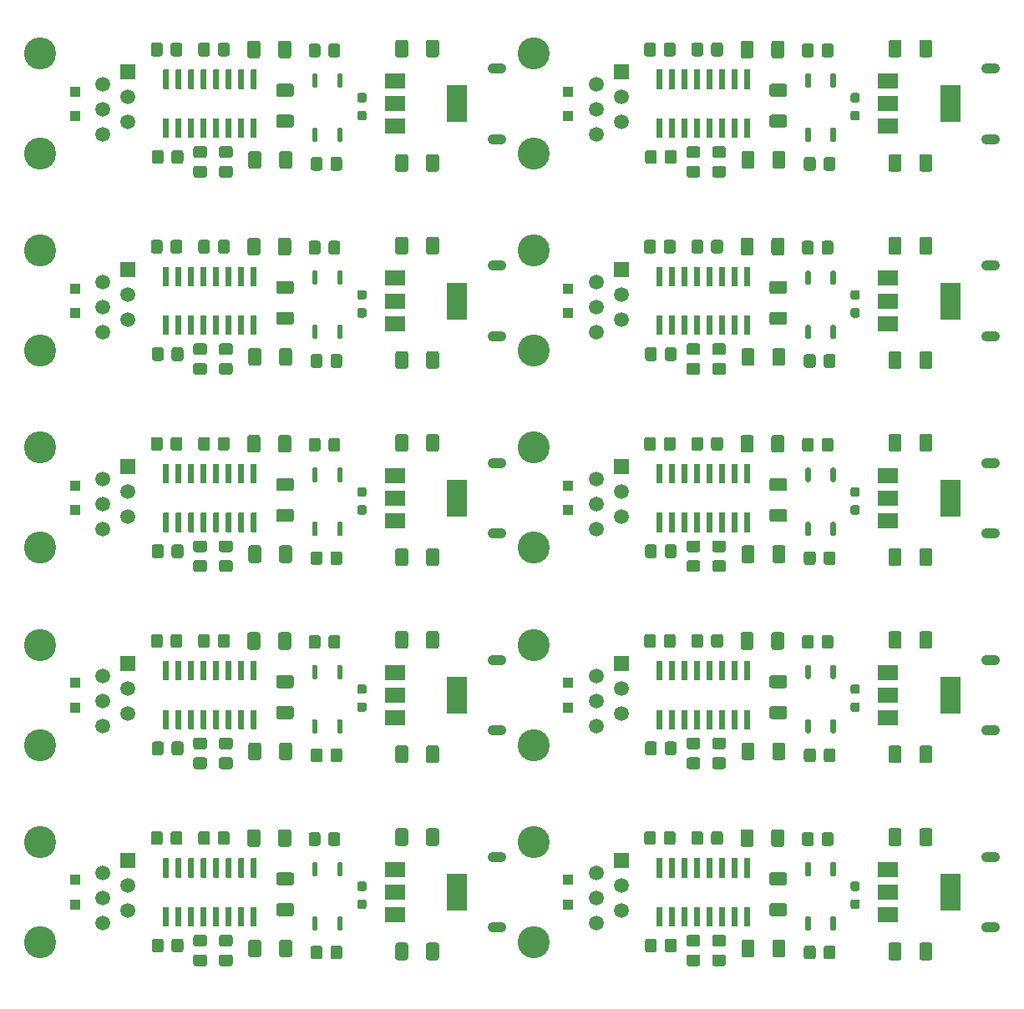
<source format=gbr>
%TF.GenerationSoftware,KiCad,Pcbnew,(5.1.9)-1*%
%TF.CreationDate,2021-12-30T17:23:28+01:00*%
%TF.ProjectId,IM350_AM550_T210_5V_V5.1,494d3335-305f-4414-9d35-35305f543231,rev?*%
%TF.SameCoordinates,Original*%
%TF.FileFunction,Soldermask,Bot*%
%TF.FilePolarity,Negative*%
%FSLAX46Y46*%
G04 Gerber Fmt 4.6, Leading zero omitted, Abs format (unit mm)*
G04 Created by KiCad (PCBNEW (5.1.9)-1) date 2021-12-30 17:23:28*
%MOMM*%
%LPD*%
G01*
G04 APERTURE LIST*
%ADD10R,1.520000X1.520000*%
%ADD11C,3.250000*%
%ADD12C,1.520000*%
%ADD13R,2.000000X3.800000*%
%ADD14R,2.000000X1.500000*%
%ADD15R,1.000000X1.000000*%
%ADD16O,1.900000X1.050000*%
G04 APERTURE END LIST*
D10*
%TO.C,J2*%
X48400000Y-146800000D03*
D11*
X39510000Y-144890000D03*
D12*
X45860000Y-148070000D03*
X48400000Y-149340000D03*
X45860000Y-150610000D03*
X48400000Y-151880000D03*
X45860000Y-153150000D03*
D11*
X39510000Y-155050000D03*
%TD*%
%TO.C,J2*%
X39510000Y-135050000D03*
D12*
X45860000Y-133150000D03*
X48400000Y-131880000D03*
X45860000Y-130610000D03*
X48400000Y-129340000D03*
X45860000Y-128070000D03*
D11*
X39510000Y-124890000D03*
D10*
X48400000Y-126800000D03*
%TD*%
%TO.C,J2*%
X48400000Y-106800000D03*
D11*
X39510000Y-104890000D03*
D12*
X45860000Y-108070000D03*
X48400000Y-109340000D03*
X45860000Y-110610000D03*
X48400000Y-111880000D03*
X45860000Y-113150000D03*
D11*
X39510000Y-115050000D03*
%TD*%
%TO.C,J2*%
X39510000Y-95050000D03*
D12*
X45860000Y-93150000D03*
X48400000Y-91880000D03*
X45860000Y-90610000D03*
X48400000Y-89340000D03*
X45860000Y-88070000D03*
D11*
X39510000Y-84890000D03*
D10*
X48400000Y-86800000D03*
%TD*%
%TO.C,R12*%
G36*
G01*
X51900000Y-144049999D02*
X51900000Y-144950001D01*
G75*
G02*
X51650001Y-145200000I-249999J0D01*
G01*
X50949999Y-145200000D01*
G75*
G02*
X50700000Y-144950001I0J249999D01*
G01*
X50700000Y-144049999D01*
G75*
G02*
X50949999Y-143800000I249999J0D01*
G01*
X51650001Y-143800000D01*
G75*
G02*
X51900000Y-144049999I0J-249999D01*
G01*
G37*
G36*
G01*
X53900000Y-144049999D02*
X53900000Y-144950001D01*
G75*
G02*
X53650001Y-145200000I-249999J0D01*
G01*
X52949999Y-145200000D01*
G75*
G02*
X52700000Y-144950001I0J249999D01*
G01*
X52700000Y-144049999D01*
G75*
G02*
X52949999Y-143800000I249999J0D01*
G01*
X53650001Y-143800000D01*
G75*
G02*
X53900000Y-144049999I0J-249999D01*
G01*
G37*
%TD*%
D13*
%TO.C,U1*%
X81750000Y-150000000D03*
D14*
X75450000Y-150000000D03*
X75450000Y-147700000D03*
X75450000Y-152300000D03*
%TD*%
%TO.C,R15*%
G36*
G01*
X56700000Y-144049999D02*
X56700000Y-144950001D01*
G75*
G02*
X56450001Y-145200000I-249999J0D01*
G01*
X55749999Y-145200000D01*
G75*
G02*
X55500000Y-144950001I0J249999D01*
G01*
X55500000Y-144049999D01*
G75*
G02*
X55749999Y-143800000I249999J0D01*
G01*
X56450001Y-143800000D01*
G75*
G02*
X56700000Y-144049999I0J-249999D01*
G01*
G37*
G36*
G01*
X58700000Y-144049999D02*
X58700000Y-144950001D01*
G75*
G02*
X58450001Y-145200000I-249999J0D01*
G01*
X57749999Y-145200000D01*
G75*
G02*
X57500000Y-144950001I0J249999D01*
G01*
X57500000Y-144049999D01*
G75*
G02*
X57749999Y-143800000I249999J0D01*
G01*
X58450001Y-143800000D01*
G75*
G02*
X58700000Y-144049999I0J-249999D01*
G01*
G37*
%TD*%
%TO.C,R4*%
G36*
G01*
X58750001Y-155500000D02*
X57849999Y-155500000D01*
G75*
G02*
X57600000Y-155250001I0J249999D01*
G01*
X57600000Y-154549999D01*
G75*
G02*
X57849999Y-154300000I249999J0D01*
G01*
X58750001Y-154300000D01*
G75*
G02*
X59000000Y-154549999I0J-249999D01*
G01*
X59000000Y-155250001D01*
G75*
G02*
X58750001Y-155500000I-249999J0D01*
G01*
G37*
G36*
G01*
X58750001Y-157500000D02*
X57849999Y-157500000D01*
G75*
G02*
X57600000Y-157250001I0J249999D01*
G01*
X57600000Y-156549999D01*
G75*
G02*
X57849999Y-156300000I249999J0D01*
G01*
X58750001Y-156300000D01*
G75*
G02*
X59000000Y-156549999I0J-249999D01*
G01*
X59000000Y-157250001D01*
G75*
G02*
X58750001Y-157500000I-249999J0D01*
G01*
G37*
%TD*%
%TO.C,C5*%
G36*
G01*
X61800000Y-143849999D02*
X61800000Y-145150001D01*
G75*
G02*
X61550001Y-145400000I-249999J0D01*
G01*
X60724999Y-145400000D01*
G75*
G02*
X60475000Y-145150001I0J249999D01*
G01*
X60475000Y-143849999D01*
G75*
G02*
X60724999Y-143600000I249999J0D01*
G01*
X61550001Y-143600000D01*
G75*
G02*
X61800000Y-143849999I0J-249999D01*
G01*
G37*
G36*
G01*
X64925000Y-143849999D02*
X64925000Y-145150001D01*
G75*
G02*
X64675001Y-145400000I-249999J0D01*
G01*
X63849999Y-145400000D01*
G75*
G02*
X63600000Y-145150001I0J249999D01*
G01*
X63600000Y-143849999D01*
G75*
G02*
X63849999Y-143600000I249999J0D01*
G01*
X64675001Y-143600000D01*
G75*
G02*
X64925000Y-143849999I0J-249999D01*
G01*
G37*
%TD*%
D11*
%TO.C,J2*%
X89510000Y-155050000D03*
D12*
X95860000Y-153150000D03*
X98400000Y-151880000D03*
X95860000Y-150610000D03*
X98400000Y-149340000D03*
X95860000Y-148070000D03*
D11*
X89510000Y-144890000D03*
D10*
X98400000Y-146800000D03*
%TD*%
D15*
%TO.C,D1*%
X93000000Y-151250000D03*
X93000000Y-148750000D03*
%TD*%
%TO.C,D1*%
X43000000Y-148750000D03*
X43000000Y-151250000D03*
%TD*%
%TO.C,R5*%
G36*
G01*
X68900000Y-156550001D02*
X68900000Y-155649999D01*
G75*
G02*
X69149999Y-155400000I249999J0D01*
G01*
X69850001Y-155400000D01*
G75*
G02*
X70100000Y-155649999I0J-249999D01*
G01*
X70100000Y-156550001D01*
G75*
G02*
X69850001Y-156800000I-249999J0D01*
G01*
X69149999Y-156800000D01*
G75*
G02*
X68900000Y-156550001I0J249999D01*
G01*
G37*
G36*
G01*
X66900000Y-156550001D02*
X66900000Y-155649999D01*
G75*
G02*
X67149999Y-155400000I249999J0D01*
G01*
X67850001Y-155400000D01*
G75*
G02*
X68100000Y-155649999I0J-249999D01*
G01*
X68100000Y-156550001D01*
G75*
G02*
X67850001Y-156800000I-249999J0D01*
G01*
X67149999Y-156800000D01*
G75*
G02*
X66900000Y-156550001I0J249999D01*
G01*
G37*
%TD*%
%TO.C,R11*%
G36*
G01*
X54000000Y-154949999D02*
X54000000Y-155850001D01*
G75*
G02*
X53750001Y-156100000I-249999J0D01*
G01*
X53049999Y-156100000D01*
G75*
G02*
X52800000Y-155850001I0J249999D01*
G01*
X52800000Y-154949999D01*
G75*
G02*
X53049999Y-154700000I249999J0D01*
G01*
X53750001Y-154700000D01*
G75*
G02*
X54000000Y-154949999I0J-249999D01*
G01*
G37*
G36*
G01*
X52000000Y-154949999D02*
X52000000Y-155850001D01*
G75*
G02*
X51750001Y-156100000I-249999J0D01*
G01*
X51049999Y-156100000D01*
G75*
G02*
X50800000Y-155850001I0J249999D01*
G01*
X50800000Y-154949999D01*
G75*
G02*
X51049999Y-154700000I249999J0D01*
G01*
X51750001Y-154700000D01*
G75*
G02*
X52000000Y-154949999I0J-249999D01*
G01*
G37*
%TD*%
%TO.C,R10*%
G36*
G01*
X69900000Y-144149999D02*
X69900000Y-145050001D01*
G75*
G02*
X69650001Y-145300000I-249999J0D01*
G01*
X68949999Y-145300000D01*
G75*
G02*
X68700000Y-145050001I0J249999D01*
G01*
X68700000Y-144149999D01*
G75*
G02*
X68949999Y-143900000I249999J0D01*
G01*
X69650001Y-143900000D01*
G75*
G02*
X69900000Y-144149999I0J-249999D01*
G01*
G37*
G36*
G01*
X67900000Y-144149999D02*
X67900000Y-145050001D01*
G75*
G02*
X67650001Y-145300000I-249999J0D01*
G01*
X66949999Y-145300000D01*
G75*
G02*
X66700000Y-145050001I0J249999D01*
G01*
X66700000Y-144149999D01*
G75*
G02*
X66949999Y-143900000I249999J0D01*
G01*
X67650001Y-143900000D01*
G75*
G02*
X67900000Y-144149999I0J-249999D01*
G01*
G37*
%TD*%
%TO.C,C2*%
G36*
G01*
X79925000Y-155349999D02*
X79925000Y-156650001D01*
G75*
G02*
X79675001Y-156900000I-249999J0D01*
G01*
X78849999Y-156900000D01*
G75*
G02*
X78600000Y-156650001I0J249999D01*
G01*
X78600000Y-155349999D01*
G75*
G02*
X78849999Y-155100000I249999J0D01*
G01*
X79675001Y-155100000D01*
G75*
G02*
X79925000Y-155349999I0J-249999D01*
G01*
G37*
G36*
G01*
X76800000Y-155349999D02*
X76800000Y-156650001D01*
G75*
G02*
X76550001Y-156900000I-249999J0D01*
G01*
X75724999Y-156900000D01*
G75*
G02*
X75475000Y-156650001I0J249999D01*
G01*
X75475000Y-155349999D01*
G75*
G02*
X75724999Y-155100000I249999J0D01*
G01*
X76550001Y-155100000D01*
G75*
G02*
X76800000Y-155349999I0J-249999D01*
G01*
G37*
%TD*%
%TO.C,C1*%
G36*
G01*
X128600000Y-145050001D02*
X128600000Y-143749999D01*
G75*
G02*
X128849999Y-143500000I249999J0D01*
G01*
X129675001Y-143500000D01*
G75*
G02*
X129925000Y-143749999I0J-249999D01*
G01*
X129925000Y-145050001D01*
G75*
G02*
X129675001Y-145300000I-249999J0D01*
G01*
X128849999Y-145300000D01*
G75*
G02*
X128600000Y-145050001I0J249999D01*
G01*
G37*
G36*
G01*
X125475000Y-145050001D02*
X125475000Y-143749999D01*
G75*
G02*
X125724999Y-143500000I249999J0D01*
G01*
X126550001Y-143500000D01*
G75*
G02*
X126800000Y-143749999I0J-249999D01*
G01*
X126800000Y-145050001D01*
G75*
G02*
X126550001Y-145300000I-249999J0D01*
G01*
X125724999Y-145300000D01*
G75*
G02*
X125475000Y-145050001I0J249999D01*
G01*
G37*
%TD*%
%TO.C,C4*%
G36*
G01*
X63649999Y-151100000D02*
X64950001Y-151100000D01*
G75*
G02*
X65200000Y-151349999I0J-249999D01*
G01*
X65200000Y-152175001D01*
G75*
G02*
X64950001Y-152425000I-249999J0D01*
G01*
X63649999Y-152425000D01*
G75*
G02*
X63400000Y-152175001I0J249999D01*
G01*
X63400000Y-151349999D01*
G75*
G02*
X63649999Y-151100000I249999J0D01*
G01*
G37*
G36*
G01*
X63649999Y-147975000D02*
X64950001Y-147975000D01*
G75*
G02*
X65200000Y-148224999I0J-249999D01*
G01*
X65200000Y-149050001D01*
G75*
G02*
X64950001Y-149300000I-249999J0D01*
G01*
X63649999Y-149300000D01*
G75*
G02*
X63400000Y-149050001I0J249999D01*
G01*
X63400000Y-148224999D01*
G75*
G02*
X63649999Y-147975000I249999J0D01*
G01*
G37*
%TD*%
%TO.C,R6*%
G36*
G01*
X121862500Y-150725000D02*
X122337500Y-150725000D01*
G75*
G02*
X122575000Y-150962500I0J-237500D01*
G01*
X122575000Y-151462500D01*
G75*
G02*
X122337500Y-151700000I-237500J0D01*
G01*
X121862500Y-151700000D01*
G75*
G02*
X121625000Y-151462500I0J237500D01*
G01*
X121625000Y-150962500D01*
G75*
G02*
X121862500Y-150725000I237500J0D01*
G01*
G37*
G36*
G01*
X121862500Y-148900000D02*
X122337500Y-148900000D01*
G75*
G02*
X122575000Y-149137500I0J-237500D01*
G01*
X122575000Y-149637500D01*
G75*
G02*
X122337500Y-149875000I-237500J0D01*
G01*
X121862500Y-149875000D01*
G75*
G02*
X121625000Y-149637500I0J237500D01*
G01*
X121625000Y-149137500D01*
G75*
G02*
X121862500Y-148900000I237500J0D01*
G01*
G37*
%TD*%
%TO.C,C3*%
G36*
G01*
X60575000Y-156350001D02*
X60575000Y-155049999D01*
G75*
G02*
X60824999Y-154800000I249999J0D01*
G01*
X61650001Y-154800000D01*
G75*
G02*
X61900000Y-155049999I0J-249999D01*
G01*
X61900000Y-156350001D01*
G75*
G02*
X61650001Y-156600000I-249999J0D01*
G01*
X60824999Y-156600000D01*
G75*
G02*
X60575000Y-156350001I0J249999D01*
G01*
G37*
G36*
G01*
X63700000Y-156350001D02*
X63700000Y-155049999D01*
G75*
G02*
X63949999Y-154800000I249999J0D01*
G01*
X64775001Y-154800000D01*
G75*
G02*
X65025000Y-155049999I0J-249999D01*
G01*
X65025000Y-156350001D01*
G75*
G02*
X64775001Y-156600000I-249999J0D01*
G01*
X63949999Y-156600000D01*
G75*
G02*
X63700000Y-156350001I0J249999D01*
G01*
G37*
%TD*%
%TO.C,R10*%
G36*
G01*
X117900000Y-144149999D02*
X117900000Y-145050001D01*
G75*
G02*
X117650001Y-145300000I-249999J0D01*
G01*
X116949999Y-145300000D01*
G75*
G02*
X116700000Y-145050001I0J249999D01*
G01*
X116700000Y-144149999D01*
G75*
G02*
X116949999Y-143900000I249999J0D01*
G01*
X117650001Y-143900000D01*
G75*
G02*
X117900000Y-144149999I0J-249999D01*
G01*
G37*
G36*
G01*
X119900000Y-144149999D02*
X119900000Y-145050001D01*
G75*
G02*
X119650001Y-145300000I-249999J0D01*
G01*
X118949999Y-145300000D01*
G75*
G02*
X118700000Y-145050001I0J249999D01*
G01*
X118700000Y-144149999D01*
G75*
G02*
X118949999Y-143900000I249999J0D01*
G01*
X119650001Y-143900000D01*
G75*
G02*
X119900000Y-144149999I0J-249999D01*
G01*
G37*
%TD*%
D14*
%TO.C,U1*%
X125450000Y-152300000D03*
X125450000Y-147700000D03*
X125450000Y-150000000D03*
D13*
X131750000Y-150000000D03*
%TD*%
%TO.C,R4*%
G36*
G01*
X108750001Y-157500000D02*
X107849999Y-157500000D01*
G75*
G02*
X107600000Y-157250001I0J249999D01*
G01*
X107600000Y-156549999D01*
G75*
G02*
X107849999Y-156300000I249999J0D01*
G01*
X108750001Y-156300000D01*
G75*
G02*
X109000000Y-156549999I0J-249999D01*
G01*
X109000000Y-157250001D01*
G75*
G02*
X108750001Y-157500000I-249999J0D01*
G01*
G37*
G36*
G01*
X108750001Y-155500000D02*
X107849999Y-155500000D01*
G75*
G02*
X107600000Y-155250001I0J249999D01*
G01*
X107600000Y-154549999D01*
G75*
G02*
X107849999Y-154300000I249999J0D01*
G01*
X108750001Y-154300000D01*
G75*
G02*
X109000000Y-154549999I0J-249999D01*
G01*
X109000000Y-155250001D01*
G75*
G02*
X108750001Y-155500000I-249999J0D01*
G01*
G37*
%TD*%
%TO.C,R11*%
G36*
G01*
X102000000Y-154949999D02*
X102000000Y-155850001D01*
G75*
G02*
X101750001Y-156100000I-249999J0D01*
G01*
X101049999Y-156100000D01*
G75*
G02*
X100800000Y-155850001I0J249999D01*
G01*
X100800000Y-154949999D01*
G75*
G02*
X101049999Y-154700000I249999J0D01*
G01*
X101750001Y-154700000D01*
G75*
G02*
X102000000Y-154949999I0J-249999D01*
G01*
G37*
G36*
G01*
X104000000Y-154949999D02*
X104000000Y-155850001D01*
G75*
G02*
X103750001Y-156100000I-249999J0D01*
G01*
X103049999Y-156100000D01*
G75*
G02*
X102800000Y-155850001I0J249999D01*
G01*
X102800000Y-154949999D01*
G75*
G02*
X103049999Y-154700000I249999J0D01*
G01*
X103750001Y-154700000D01*
G75*
G02*
X104000000Y-154949999I0J-249999D01*
G01*
G37*
%TD*%
%TO.C,C4*%
G36*
G01*
X113649999Y-147975000D02*
X114950001Y-147975000D01*
G75*
G02*
X115200000Y-148224999I0J-249999D01*
G01*
X115200000Y-149050001D01*
G75*
G02*
X114950001Y-149300000I-249999J0D01*
G01*
X113649999Y-149300000D01*
G75*
G02*
X113400000Y-149050001I0J249999D01*
G01*
X113400000Y-148224999D01*
G75*
G02*
X113649999Y-147975000I249999J0D01*
G01*
G37*
G36*
G01*
X113649999Y-151100000D02*
X114950001Y-151100000D01*
G75*
G02*
X115200000Y-151349999I0J-249999D01*
G01*
X115200000Y-152175001D01*
G75*
G02*
X114950001Y-152425000I-249999J0D01*
G01*
X113649999Y-152425000D01*
G75*
G02*
X113400000Y-152175001I0J249999D01*
G01*
X113400000Y-151349999D01*
G75*
G02*
X113649999Y-151100000I249999J0D01*
G01*
G37*
%TD*%
%TO.C,U3*%
G36*
G01*
X51997000Y-146540000D02*
X52513000Y-146540000D01*
G75*
G02*
X52555000Y-146582000I0J-42000D01*
G01*
X52555000Y-148468000D01*
G75*
G02*
X52513000Y-148510000I-42000J0D01*
G01*
X51997000Y-148510000D01*
G75*
G02*
X51955000Y-148468000I0J42000D01*
G01*
X51955000Y-146582000D01*
G75*
G02*
X51997000Y-146540000I42000J0D01*
G01*
G37*
G36*
G01*
X53267000Y-146540000D02*
X53783000Y-146540000D01*
G75*
G02*
X53825000Y-146582000I0J-42000D01*
G01*
X53825000Y-148468000D01*
G75*
G02*
X53783000Y-148510000I-42000J0D01*
G01*
X53267000Y-148510000D01*
G75*
G02*
X53225000Y-148468000I0J42000D01*
G01*
X53225000Y-146582000D01*
G75*
G02*
X53267000Y-146540000I42000J0D01*
G01*
G37*
G36*
G01*
X54537000Y-146540000D02*
X55053000Y-146540000D01*
G75*
G02*
X55095000Y-146582000I0J-42000D01*
G01*
X55095000Y-148468000D01*
G75*
G02*
X55053000Y-148510000I-42000J0D01*
G01*
X54537000Y-148510000D01*
G75*
G02*
X54495000Y-148468000I0J42000D01*
G01*
X54495000Y-146582000D01*
G75*
G02*
X54537000Y-146540000I42000J0D01*
G01*
G37*
G36*
G01*
X55807000Y-146540000D02*
X56323000Y-146540000D01*
G75*
G02*
X56365000Y-146582000I0J-42000D01*
G01*
X56365000Y-148468000D01*
G75*
G02*
X56323000Y-148510000I-42000J0D01*
G01*
X55807000Y-148510000D01*
G75*
G02*
X55765000Y-148468000I0J42000D01*
G01*
X55765000Y-146582000D01*
G75*
G02*
X55807000Y-146540000I42000J0D01*
G01*
G37*
G36*
G01*
X57077000Y-146540000D02*
X57593000Y-146540000D01*
G75*
G02*
X57635000Y-146582000I0J-42000D01*
G01*
X57635000Y-148468000D01*
G75*
G02*
X57593000Y-148510000I-42000J0D01*
G01*
X57077000Y-148510000D01*
G75*
G02*
X57035000Y-148468000I0J42000D01*
G01*
X57035000Y-146582000D01*
G75*
G02*
X57077000Y-146540000I42000J0D01*
G01*
G37*
G36*
G01*
X58347000Y-146540000D02*
X58863000Y-146540000D01*
G75*
G02*
X58905000Y-146582000I0J-42000D01*
G01*
X58905000Y-148468000D01*
G75*
G02*
X58863000Y-148510000I-42000J0D01*
G01*
X58347000Y-148510000D01*
G75*
G02*
X58305000Y-148468000I0J42000D01*
G01*
X58305000Y-146582000D01*
G75*
G02*
X58347000Y-146540000I42000J0D01*
G01*
G37*
G36*
G01*
X59617000Y-146540000D02*
X60133000Y-146540000D01*
G75*
G02*
X60175000Y-146582000I0J-42000D01*
G01*
X60175000Y-148468000D01*
G75*
G02*
X60133000Y-148510000I-42000J0D01*
G01*
X59617000Y-148510000D01*
G75*
G02*
X59575000Y-148468000I0J42000D01*
G01*
X59575000Y-146582000D01*
G75*
G02*
X59617000Y-146540000I42000J0D01*
G01*
G37*
G36*
G01*
X60887000Y-146540000D02*
X61403000Y-146540000D01*
G75*
G02*
X61445000Y-146582000I0J-42000D01*
G01*
X61445000Y-148468000D01*
G75*
G02*
X61403000Y-148510000I-42000J0D01*
G01*
X60887000Y-148510000D01*
G75*
G02*
X60845000Y-148468000I0J42000D01*
G01*
X60845000Y-146582000D01*
G75*
G02*
X60887000Y-146540000I42000J0D01*
G01*
G37*
G36*
G01*
X60887000Y-151490000D02*
X61403000Y-151490000D01*
G75*
G02*
X61445000Y-151532000I0J-42000D01*
G01*
X61445000Y-153418000D01*
G75*
G02*
X61403000Y-153460000I-42000J0D01*
G01*
X60887000Y-153460000D01*
G75*
G02*
X60845000Y-153418000I0J42000D01*
G01*
X60845000Y-151532000D01*
G75*
G02*
X60887000Y-151490000I42000J0D01*
G01*
G37*
G36*
G01*
X59617000Y-151490000D02*
X60133000Y-151490000D01*
G75*
G02*
X60175000Y-151532000I0J-42000D01*
G01*
X60175000Y-153418000D01*
G75*
G02*
X60133000Y-153460000I-42000J0D01*
G01*
X59617000Y-153460000D01*
G75*
G02*
X59575000Y-153418000I0J42000D01*
G01*
X59575000Y-151532000D01*
G75*
G02*
X59617000Y-151490000I42000J0D01*
G01*
G37*
G36*
G01*
X58347000Y-151490000D02*
X58863000Y-151490000D01*
G75*
G02*
X58905000Y-151532000I0J-42000D01*
G01*
X58905000Y-153418000D01*
G75*
G02*
X58863000Y-153460000I-42000J0D01*
G01*
X58347000Y-153460000D01*
G75*
G02*
X58305000Y-153418000I0J42000D01*
G01*
X58305000Y-151532000D01*
G75*
G02*
X58347000Y-151490000I42000J0D01*
G01*
G37*
G36*
G01*
X57077000Y-151490000D02*
X57593000Y-151490000D01*
G75*
G02*
X57635000Y-151532000I0J-42000D01*
G01*
X57635000Y-153418000D01*
G75*
G02*
X57593000Y-153460000I-42000J0D01*
G01*
X57077000Y-153460000D01*
G75*
G02*
X57035000Y-153418000I0J42000D01*
G01*
X57035000Y-151532000D01*
G75*
G02*
X57077000Y-151490000I42000J0D01*
G01*
G37*
G36*
G01*
X55807000Y-151490000D02*
X56323000Y-151490000D01*
G75*
G02*
X56365000Y-151532000I0J-42000D01*
G01*
X56365000Y-153418000D01*
G75*
G02*
X56323000Y-153460000I-42000J0D01*
G01*
X55807000Y-153460000D01*
G75*
G02*
X55765000Y-153418000I0J42000D01*
G01*
X55765000Y-151532000D01*
G75*
G02*
X55807000Y-151490000I42000J0D01*
G01*
G37*
G36*
G01*
X54537000Y-151490000D02*
X55053000Y-151490000D01*
G75*
G02*
X55095000Y-151532000I0J-42000D01*
G01*
X55095000Y-153418000D01*
G75*
G02*
X55053000Y-153460000I-42000J0D01*
G01*
X54537000Y-153460000D01*
G75*
G02*
X54495000Y-153418000I0J42000D01*
G01*
X54495000Y-151532000D01*
G75*
G02*
X54537000Y-151490000I42000J0D01*
G01*
G37*
G36*
G01*
X53267000Y-151490000D02*
X53783000Y-151490000D01*
G75*
G02*
X53825000Y-151532000I0J-42000D01*
G01*
X53825000Y-153418000D01*
G75*
G02*
X53783000Y-153460000I-42000J0D01*
G01*
X53267000Y-153460000D01*
G75*
G02*
X53225000Y-153418000I0J42000D01*
G01*
X53225000Y-151532000D01*
G75*
G02*
X53267000Y-151490000I42000J0D01*
G01*
G37*
G36*
G01*
X51997000Y-151490000D02*
X52513000Y-151490000D01*
G75*
G02*
X52555000Y-151532000I0J-42000D01*
G01*
X52555000Y-153418000D01*
G75*
G02*
X52513000Y-153460000I-42000J0D01*
G01*
X51997000Y-153460000D01*
G75*
G02*
X51955000Y-153418000I0J42000D01*
G01*
X51955000Y-151532000D01*
G75*
G02*
X51997000Y-151490000I42000J0D01*
G01*
G37*
%TD*%
%TO.C,R14*%
G36*
G01*
X106150001Y-155500000D02*
X105249999Y-155500000D01*
G75*
G02*
X105000000Y-155250001I0J249999D01*
G01*
X105000000Y-154549999D01*
G75*
G02*
X105249999Y-154300000I249999J0D01*
G01*
X106150001Y-154300000D01*
G75*
G02*
X106400000Y-154549999I0J-249999D01*
G01*
X106400000Y-155250001D01*
G75*
G02*
X106150001Y-155500000I-249999J0D01*
G01*
G37*
G36*
G01*
X106150001Y-157500000D02*
X105249999Y-157500000D01*
G75*
G02*
X105000000Y-157250001I0J249999D01*
G01*
X105000000Y-156549999D01*
G75*
G02*
X105249999Y-156300000I249999J0D01*
G01*
X106150001Y-156300000D01*
G75*
G02*
X106400000Y-156549999I0J-249999D01*
G01*
X106400000Y-157250001D01*
G75*
G02*
X106150001Y-157500000I-249999J0D01*
G01*
G37*
%TD*%
%TO.C,C5*%
G36*
G01*
X114925000Y-143849999D02*
X114925000Y-145150001D01*
G75*
G02*
X114675001Y-145400000I-249999J0D01*
G01*
X113849999Y-145400000D01*
G75*
G02*
X113600000Y-145150001I0J249999D01*
G01*
X113600000Y-143849999D01*
G75*
G02*
X113849999Y-143600000I249999J0D01*
G01*
X114675001Y-143600000D01*
G75*
G02*
X114925000Y-143849999I0J-249999D01*
G01*
G37*
G36*
G01*
X111800000Y-143849999D02*
X111800000Y-145150001D01*
G75*
G02*
X111550001Y-145400000I-249999J0D01*
G01*
X110724999Y-145400000D01*
G75*
G02*
X110475000Y-145150001I0J249999D01*
G01*
X110475000Y-143849999D01*
G75*
G02*
X110724999Y-143600000I249999J0D01*
G01*
X111550001Y-143600000D01*
G75*
G02*
X111800000Y-143849999I0J-249999D01*
G01*
G37*
%TD*%
%TO.C,U4*%
G36*
G01*
X67192500Y-146925000D02*
X67467500Y-146925000D01*
G75*
G02*
X67605000Y-147062500I0J-137500D01*
G01*
X67605000Y-148237500D01*
G75*
G02*
X67467500Y-148375000I-137500J0D01*
G01*
X67192500Y-148375000D01*
G75*
G02*
X67055000Y-148237500I0J137500D01*
G01*
X67055000Y-147062500D01*
G75*
G02*
X67192500Y-146925000I137500J0D01*
G01*
G37*
G36*
G01*
X69732500Y-146925000D02*
X70007500Y-146925000D01*
G75*
G02*
X70145000Y-147062500I0J-137500D01*
G01*
X70145000Y-148237500D01*
G75*
G02*
X70007500Y-148375000I-137500J0D01*
G01*
X69732500Y-148375000D01*
G75*
G02*
X69595000Y-148237500I0J137500D01*
G01*
X69595000Y-147062500D01*
G75*
G02*
X69732500Y-146925000I137500J0D01*
G01*
G37*
G36*
G01*
X69732500Y-152425000D02*
X70007500Y-152425000D01*
G75*
G02*
X70145000Y-152562500I0J-137500D01*
G01*
X70145000Y-153737500D01*
G75*
G02*
X70007500Y-153875000I-137500J0D01*
G01*
X69732500Y-153875000D01*
G75*
G02*
X69595000Y-153737500I0J137500D01*
G01*
X69595000Y-152562500D01*
G75*
G02*
X69732500Y-152425000I137500J0D01*
G01*
G37*
G36*
G01*
X67192500Y-152425000D02*
X67467500Y-152425000D01*
G75*
G02*
X67605000Y-152562500I0J-137500D01*
G01*
X67605000Y-153737500D01*
G75*
G02*
X67467500Y-153875000I-137500J0D01*
G01*
X67192500Y-153875000D01*
G75*
G02*
X67055000Y-153737500I0J137500D01*
G01*
X67055000Y-152562500D01*
G75*
G02*
X67192500Y-152425000I137500J0D01*
G01*
G37*
%TD*%
%TO.C,U4*%
G36*
G01*
X117192500Y-152425000D02*
X117467500Y-152425000D01*
G75*
G02*
X117605000Y-152562500I0J-137500D01*
G01*
X117605000Y-153737500D01*
G75*
G02*
X117467500Y-153875000I-137500J0D01*
G01*
X117192500Y-153875000D01*
G75*
G02*
X117055000Y-153737500I0J137500D01*
G01*
X117055000Y-152562500D01*
G75*
G02*
X117192500Y-152425000I137500J0D01*
G01*
G37*
G36*
G01*
X119732500Y-152425000D02*
X120007500Y-152425000D01*
G75*
G02*
X120145000Y-152562500I0J-137500D01*
G01*
X120145000Y-153737500D01*
G75*
G02*
X120007500Y-153875000I-137500J0D01*
G01*
X119732500Y-153875000D01*
G75*
G02*
X119595000Y-153737500I0J137500D01*
G01*
X119595000Y-152562500D01*
G75*
G02*
X119732500Y-152425000I137500J0D01*
G01*
G37*
G36*
G01*
X119732500Y-146925000D02*
X120007500Y-146925000D01*
G75*
G02*
X120145000Y-147062500I0J-137500D01*
G01*
X120145000Y-148237500D01*
G75*
G02*
X120007500Y-148375000I-137500J0D01*
G01*
X119732500Y-148375000D01*
G75*
G02*
X119595000Y-148237500I0J137500D01*
G01*
X119595000Y-147062500D01*
G75*
G02*
X119732500Y-146925000I137500J0D01*
G01*
G37*
G36*
G01*
X117192500Y-146925000D02*
X117467500Y-146925000D01*
G75*
G02*
X117605000Y-147062500I0J-137500D01*
G01*
X117605000Y-148237500D01*
G75*
G02*
X117467500Y-148375000I-137500J0D01*
G01*
X117192500Y-148375000D01*
G75*
G02*
X117055000Y-148237500I0J137500D01*
G01*
X117055000Y-147062500D01*
G75*
G02*
X117192500Y-146925000I137500J0D01*
G01*
G37*
%TD*%
%TO.C,R12*%
G36*
G01*
X103900000Y-144049999D02*
X103900000Y-144950001D01*
G75*
G02*
X103650001Y-145200000I-249999J0D01*
G01*
X102949999Y-145200000D01*
G75*
G02*
X102700000Y-144950001I0J249999D01*
G01*
X102700000Y-144049999D01*
G75*
G02*
X102949999Y-143800000I249999J0D01*
G01*
X103650001Y-143800000D01*
G75*
G02*
X103900000Y-144049999I0J-249999D01*
G01*
G37*
G36*
G01*
X101900000Y-144049999D02*
X101900000Y-144950001D01*
G75*
G02*
X101650001Y-145200000I-249999J0D01*
G01*
X100949999Y-145200000D01*
G75*
G02*
X100700000Y-144950001I0J249999D01*
G01*
X100700000Y-144049999D01*
G75*
G02*
X100949999Y-143800000I249999J0D01*
G01*
X101650001Y-143800000D01*
G75*
G02*
X101900000Y-144049999I0J-249999D01*
G01*
G37*
%TD*%
%TO.C,R5*%
G36*
G01*
X116900000Y-156550001D02*
X116900000Y-155649999D01*
G75*
G02*
X117149999Y-155400000I249999J0D01*
G01*
X117850001Y-155400000D01*
G75*
G02*
X118100000Y-155649999I0J-249999D01*
G01*
X118100000Y-156550001D01*
G75*
G02*
X117850001Y-156800000I-249999J0D01*
G01*
X117149999Y-156800000D01*
G75*
G02*
X116900000Y-156550001I0J249999D01*
G01*
G37*
G36*
G01*
X118900000Y-156550001D02*
X118900000Y-155649999D01*
G75*
G02*
X119149999Y-155400000I249999J0D01*
G01*
X119850001Y-155400000D01*
G75*
G02*
X120100000Y-155649999I0J-249999D01*
G01*
X120100000Y-156550001D01*
G75*
G02*
X119850001Y-156800000I-249999J0D01*
G01*
X119149999Y-156800000D01*
G75*
G02*
X118900000Y-156550001I0J249999D01*
G01*
G37*
%TD*%
%TO.C,C3*%
G36*
G01*
X113700000Y-156350001D02*
X113700000Y-155049999D01*
G75*
G02*
X113949999Y-154800000I249999J0D01*
G01*
X114775001Y-154800000D01*
G75*
G02*
X115025000Y-155049999I0J-249999D01*
G01*
X115025000Y-156350001D01*
G75*
G02*
X114775001Y-156600000I-249999J0D01*
G01*
X113949999Y-156600000D01*
G75*
G02*
X113700000Y-156350001I0J249999D01*
G01*
G37*
G36*
G01*
X110575000Y-156350001D02*
X110575000Y-155049999D01*
G75*
G02*
X110824999Y-154800000I249999J0D01*
G01*
X111650001Y-154800000D01*
G75*
G02*
X111900000Y-155049999I0J-249999D01*
G01*
X111900000Y-156350001D01*
G75*
G02*
X111650001Y-156600000I-249999J0D01*
G01*
X110824999Y-156600000D01*
G75*
G02*
X110575000Y-156350001I0J249999D01*
G01*
G37*
%TD*%
%TO.C,R14*%
G36*
G01*
X56150001Y-157500000D02*
X55249999Y-157500000D01*
G75*
G02*
X55000000Y-157250001I0J249999D01*
G01*
X55000000Y-156549999D01*
G75*
G02*
X55249999Y-156300000I249999J0D01*
G01*
X56150001Y-156300000D01*
G75*
G02*
X56400000Y-156549999I0J-249999D01*
G01*
X56400000Y-157250001D01*
G75*
G02*
X56150001Y-157500000I-249999J0D01*
G01*
G37*
G36*
G01*
X56150001Y-155500000D02*
X55249999Y-155500000D01*
G75*
G02*
X55000000Y-155250001I0J249999D01*
G01*
X55000000Y-154549999D01*
G75*
G02*
X55249999Y-154300000I249999J0D01*
G01*
X56150001Y-154300000D01*
G75*
G02*
X56400000Y-154549999I0J-249999D01*
G01*
X56400000Y-155250001D01*
G75*
G02*
X56150001Y-155500000I-249999J0D01*
G01*
G37*
%TD*%
%TO.C,U3*%
G36*
G01*
X101997000Y-151490000D02*
X102513000Y-151490000D01*
G75*
G02*
X102555000Y-151532000I0J-42000D01*
G01*
X102555000Y-153418000D01*
G75*
G02*
X102513000Y-153460000I-42000J0D01*
G01*
X101997000Y-153460000D01*
G75*
G02*
X101955000Y-153418000I0J42000D01*
G01*
X101955000Y-151532000D01*
G75*
G02*
X101997000Y-151490000I42000J0D01*
G01*
G37*
G36*
G01*
X103267000Y-151490000D02*
X103783000Y-151490000D01*
G75*
G02*
X103825000Y-151532000I0J-42000D01*
G01*
X103825000Y-153418000D01*
G75*
G02*
X103783000Y-153460000I-42000J0D01*
G01*
X103267000Y-153460000D01*
G75*
G02*
X103225000Y-153418000I0J42000D01*
G01*
X103225000Y-151532000D01*
G75*
G02*
X103267000Y-151490000I42000J0D01*
G01*
G37*
G36*
G01*
X104537000Y-151490000D02*
X105053000Y-151490000D01*
G75*
G02*
X105095000Y-151532000I0J-42000D01*
G01*
X105095000Y-153418000D01*
G75*
G02*
X105053000Y-153460000I-42000J0D01*
G01*
X104537000Y-153460000D01*
G75*
G02*
X104495000Y-153418000I0J42000D01*
G01*
X104495000Y-151532000D01*
G75*
G02*
X104537000Y-151490000I42000J0D01*
G01*
G37*
G36*
G01*
X105807000Y-151490000D02*
X106323000Y-151490000D01*
G75*
G02*
X106365000Y-151532000I0J-42000D01*
G01*
X106365000Y-153418000D01*
G75*
G02*
X106323000Y-153460000I-42000J0D01*
G01*
X105807000Y-153460000D01*
G75*
G02*
X105765000Y-153418000I0J42000D01*
G01*
X105765000Y-151532000D01*
G75*
G02*
X105807000Y-151490000I42000J0D01*
G01*
G37*
G36*
G01*
X107077000Y-151490000D02*
X107593000Y-151490000D01*
G75*
G02*
X107635000Y-151532000I0J-42000D01*
G01*
X107635000Y-153418000D01*
G75*
G02*
X107593000Y-153460000I-42000J0D01*
G01*
X107077000Y-153460000D01*
G75*
G02*
X107035000Y-153418000I0J42000D01*
G01*
X107035000Y-151532000D01*
G75*
G02*
X107077000Y-151490000I42000J0D01*
G01*
G37*
G36*
G01*
X108347000Y-151490000D02*
X108863000Y-151490000D01*
G75*
G02*
X108905000Y-151532000I0J-42000D01*
G01*
X108905000Y-153418000D01*
G75*
G02*
X108863000Y-153460000I-42000J0D01*
G01*
X108347000Y-153460000D01*
G75*
G02*
X108305000Y-153418000I0J42000D01*
G01*
X108305000Y-151532000D01*
G75*
G02*
X108347000Y-151490000I42000J0D01*
G01*
G37*
G36*
G01*
X109617000Y-151490000D02*
X110133000Y-151490000D01*
G75*
G02*
X110175000Y-151532000I0J-42000D01*
G01*
X110175000Y-153418000D01*
G75*
G02*
X110133000Y-153460000I-42000J0D01*
G01*
X109617000Y-153460000D01*
G75*
G02*
X109575000Y-153418000I0J42000D01*
G01*
X109575000Y-151532000D01*
G75*
G02*
X109617000Y-151490000I42000J0D01*
G01*
G37*
G36*
G01*
X110887000Y-151490000D02*
X111403000Y-151490000D01*
G75*
G02*
X111445000Y-151532000I0J-42000D01*
G01*
X111445000Y-153418000D01*
G75*
G02*
X111403000Y-153460000I-42000J0D01*
G01*
X110887000Y-153460000D01*
G75*
G02*
X110845000Y-153418000I0J42000D01*
G01*
X110845000Y-151532000D01*
G75*
G02*
X110887000Y-151490000I42000J0D01*
G01*
G37*
G36*
G01*
X110887000Y-146540000D02*
X111403000Y-146540000D01*
G75*
G02*
X111445000Y-146582000I0J-42000D01*
G01*
X111445000Y-148468000D01*
G75*
G02*
X111403000Y-148510000I-42000J0D01*
G01*
X110887000Y-148510000D01*
G75*
G02*
X110845000Y-148468000I0J42000D01*
G01*
X110845000Y-146582000D01*
G75*
G02*
X110887000Y-146540000I42000J0D01*
G01*
G37*
G36*
G01*
X109617000Y-146540000D02*
X110133000Y-146540000D01*
G75*
G02*
X110175000Y-146582000I0J-42000D01*
G01*
X110175000Y-148468000D01*
G75*
G02*
X110133000Y-148510000I-42000J0D01*
G01*
X109617000Y-148510000D01*
G75*
G02*
X109575000Y-148468000I0J42000D01*
G01*
X109575000Y-146582000D01*
G75*
G02*
X109617000Y-146540000I42000J0D01*
G01*
G37*
G36*
G01*
X108347000Y-146540000D02*
X108863000Y-146540000D01*
G75*
G02*
X108905000Y-146582000I0J-42000D01*
G01*
X108905000Y-148468000D01*
G75*
G02*
X108863000Y-148510000I-42000J0D01*
G01*
X108347000Y-148510000D01*
G75*
G02*
X108305000Y-148468000I0J42000D01*
G01*
X108305000Y-146582000D01*
G75*
G02*
X108347000Y-146540000I42000J0D01*
G01*
G37*
G36*
G01*
X107077000Y-146540000D02*
X107593000Y-146540000D01*
G75*
G02*
X107635000Y-146582000I0J-42000D01*
G01*
X107635000Y-148468000D01*
G75*
G02*
X107593000Y-148510000I-42000J0D01*
G01*
X107077000Y-148510000D01*
G75*
G02*
X107035000Y-148468000I0J42000D01*
G01*
X107035000Y-146582000D01*
G75*
G02*
X107077000Y-146540000I42000J0D01*
G01*
G37*
G36*
G01*
X105807000Y-146540000D02*
X106323000Y-146540000D01*
G75*
G02*
X106365000Y-146582000I0J-42000D01*
G01*
X106365000Y-148468000D01*
G75*
G02*
X106323000Y-148510000I-42000J0D01*
G01*
X105807000Y-148510000D01*
G75*
G02*
X105765000Y-148468000I0J42000D01*
G01*
X105765000Y-146582000D01*
G75*
G02*
X105807000Y-146540000I42000J0D01*
G01*
G37*
G36*
G01*
X104537000Y-146540000D02*
X105053000Y-146540000D01*
G75*
G02*
X105095000Y-146582000I0J-42000D01*
G01*
X105095000Y-148468000D01*
G75*
G02*
X105053000Y-148510000I-42000J0D01*
G01*
X104537000Y-148510000D01*
G75*
G02*
X104495000Y-148468000I0J42000D01*
G01*
X104495000Y-146582000D01*
G75*
G02*
X104537000Y-146540000I42000J0D01*
G01*
G37*
G36*
G01*
X103267000Y-146540000D02*
X103783000Y-146540000D01*
G75*
G02*
X103825000Y-146582000I0J-42000D01*
G01*
X103825000Y-148468000D01*
G75*
G02*
X103783000Y-148510000I-42000J0D01*
G01*
X103267000Y-148510000D01*
G75*
G02*
X103225000Y-148468000I0J42000D01*
G01*
X103225000Y-146582000D01*
G75*
G02*
X103267000Y-146540000I42000J0D01*
G01*
G37*
G36*
G01*
X101997000Y-146540000D02*
X102513000Y-146540000D01*
G75*
G02*
X102555000Y-146582000I0J-42000D01*
G01*
X102555000Y-148468000D01*
G75*
G02*
X102513000Y-148510000I-42000J0D01*
G01*
X101997000Y-148510000D01*
G75*
G02*
X101955000Y-148468000I0J42000D01*
G01*
X101955000Y-146582000D01*
G75*
G02*
X101997000Y-146540000I42000J0D01*
G01*
G37*
%TD*%
%TO.C,R15*%
G36*
G01*
X108700000Y-144049999D02*
X108700000Y-144950001D01*
G75*
G02*
X108450001Y-145200000I-249999J0D01*
G01*
X107749999Y-145200000D01*
G75*
G02*
X107500000Y-144950001I0J249999D01*
G01*
X107500000Y-144049999D01*
G75*
G02*
X107749999Y-143800000I249999J0D01*
G01*
X108450001Y-143800000D01*
G75*
G02*
X108700000Y-144049999I0J-249999D01*
G01*
G37*
G36*
G01*
X106700000Y-144049999D02*
X106700000Y-144950001D01*
G75*
G02*
X106450001Y-145200000I-249999J0D01*
G01*
X105749999Y-145200000D01*
G75*
G02*
X105500000Y-144950001I0J249999D01*
G01*
X105500000Y-144049999D01*
G75*
G02*
X105749999Y-143800000I249999J0D01*
G01*
X106450001Y-143800000D01*
G75*
G02*
X106700000Y-144049999I0J-249999D01*
G01*
G37*
%TD*%
%TO.C,R6*%
G36*
G01*
X71862500Y-148900000D02*
X72337500Y-148900000D01*
G75*
G02*
X72575000Y-149137500I0J-237500D01*
G01*
X72575000Y-149637500D01*
G75*
G02*
X72337500Y-149875000I-237500J0D01*
G01*
X71862500Y-149875000D01*
G75*
G02*
X71625000Y-149637500I0J237500D01*
G01*
X71625000Y-149137500D01*
G75*
G02*
X71862500Y-148900000I237500J0D01*
G01*
G37*
G36*
G01*
X71862500Y-150725000D02*
X72337500Y-150725000D01*
G75*
G02*
X72575000Y-150962500I0J-237500D01*
G01*
X72575000Y-151462500D01*
G75*
G02*
X72337500Y-151700000I-237500J0D01*
G01*
X71862500Y-151700000D01*
G75*
G02*
X71625000Y-151462500I0J237500D01*
G01*
X71625000Y-150962500D01*
G75*
G02*
X71862500Y-150725000I237500J0D01*
G01*
G37*
%TD*%
%TO.C,C1*%
G36*
G01*
X75475000Y-145050001D02*
X75475000Y-143749999D01*
G75*
G02*
X75724999Y-143500000I249999J0D01*
G01*
X76550001Y-143500000D01*
G75*
G02*
X76800000Y-143749999I0J-249999D01*
G01*
X76800000Y-145050001D01*
G75*
G02*
X76550001Y-145300000I-249999J0D01*
G01*
X75724999Y-145300000D01*
G75*
G02*
X75475000Y-145050001I0J249999D01*
G01*
G37*
G36*
G01*
X78600000Y-145050001D02*
X78600000Y-143749999D01*
G75*
G02*
X78849999Y-143500000I249999J0D01*
G01*
X79675001Y-143500000D01*
G75*
G02*
X79925000Y-143749999I0J-249999D01*
G01*
X79925000Y-145050001D01*
G75*
G02*
X79675001Y-145300000I-249999J0D01*
G01*
X78849999Y-145300000D01*
G75*
G02*
X78600000Y-145050001I0J249999D01*
G01*
G37*
%TD*%
D16*
%TO.C,J1*%
X135800000Y-153575000D03*
X135800000Y-146425000D03*
%TD*%
%TO.C,C2*%
G36*
G01*
X126800000Y-155349999D02*
X126800000Y-156650001D01*
G75*
G02*
X126550001Y-156900000I-249999J0D01*
G01*
X125724999Y-156900000D01*
G75*
G02*
X125475000Y-156650001I0J249999D01*
G01*
X125475000Y-155349999D01*
G75*
G02*
X125724999Y-155100000I249999J0D01*
G01*
X126550001Y-155100000D01*
G75*
G02*
X126800000Y-155349999I0J-249999D01*
G01*
G37*
G36*
G01*
X129925000Y-155349999D02*
X129925000Y-156650001D01*
G75*
G02*
X129675001Y-156900000I-249999J0D01*
G01*
X128849999Y-156900000D01*
G75*
G02*
X128600000Y-156650001I0J249999D01*
G01*
X128600000Y-155349999D01*
G75*
G02*
X128849999Y-155100000I249999J0D01*
G01*
X129675001Y-155100000D01*
G75*
G02*
X129925000Y-155349999I0J-249999D01*
G01*
G37*
%TD*%
%TO.C,J1*%
X85800000Y-146425000D03*
X85800000Y-153575000D03*
%TD*%
D15*
%TO.C,D1*%
X93000000Y-128750000D03*
X93000000Y-131250000D03*
%TD*%
%TO.C,C5*%
G36*
G01*
X64925000Y-123849999D02*
X64925000Y-125150001D01*
G75*
G02*
X64675001Y-125400000I-249999J0D01*
G01*
X63849999Y-125400000D01*
G75*
G02*
X63600000Y-125150001I0J249999D01*
G01*
X63600000Y-123849999D01*
G75*
G02*
X63849999Y-123600000I249999J0D01*
G01*
X64675001Y-123600000D01*
G75*
G02*
X64925000Y-123849999I0J-249999D01*
G01*
G37*
G36*
G01*
X61800000Y-123849999D02*
X61800000Y-125150001D01*
G75*
G02*
X61550001Y-125400000I-249999J0D01*
G01*
X60724999Y-125400000D01*
G75*
G02*
X60475000Y-125150001I0J249999D01*
G01*
X60475000Y-123849999D01*
G75*
G02*
X60724999Y-123600000I249999J0D01*
G01*
X61550001Y-123600000D01*
G75*
G02*
X61800000Y-123849999I0J-249999D01*
G01*
G37*
%TD*%
%TO.C,D1*%
X43000000Y-131250000D03*
X43000000Y-128750000D03*
%TD*%
%TO.C,R11*%
G36*
G01*
X52000000Y-134949999D02*
X52000000Y-135850001D01*
G75*
G02*
X51750001Y-136100000I-249999J0D01*
G01*
X51049999Y-136100000D01*
G75*
G02*
X50800000Y-135850001I0J249999D01*
G01*
X50800000Y-134949999D01*
G75*
G02*
X51049999Y-134700000I249999J0D01*
G01*
X51750001Y-134700000D01*
G75*
G02*
X52000000Y-134949999I0J-249999D01*
G01*
G37*
G36*
G01*
X54000000Y-134949999D02*
X54000000Y-135850001D01*
G75*
G02*
X53750001Y-136100000I-249999J0D01*
G01*
X53049999Y-136100000D01*
G75*
G02*
X52800000Y-135850001I0J249999D01*
G01*
X52800000Y-134949999D01*
G75*
G02*
X53049999Y-134700000I249999J0D01*
G01*
X53750001Y-134700000D01*
G75*
G02*
X54000000Y-134949999I0J-249999D01*
G01*
G37*
%TD*%
%TO.C,R4*%
G36*
G01*
X58750001Y-137500000D02*
X57849999Y-137500000D01*
G75*
G02*
X57600000Y-137250001I0J249999D01*
G01*
X57600000Y-136549999D01*
G75*
G02*
X57849999Y-136300000I249999J0D01*
G01*
X58750001Y-136300000D01*
G75*
G02*
X59000000Y-136549999I0J-249999D01*
G01*
X59000000Y-137250001D01*
G75*
G02*
X58750001Y-137500000I-249999J0D01*
G01*
G37*
G36*
G01*
X58750001Y-135500000D02*
X57849999Y-135500000D01*
G75*
G02*
X57600000Y-135250001I0J249999D01*
G01*
X57600000Y-134549999D01*
G75*
G02*
X57849999Y-134300000I249999J0D01*
G01*
X58750001Y-134300000D01*
G75*
G02*
X59000000Y-134549999I0J-249999D01*
G01*
X59000000Y-135250001D01*
G75*
G02*
X58750001Y-135500000I-249999J0D01*
G01*
G37*
%TD*%
%TO.C,C2*%
G36*
G01*
X76800000Y-135349999D02*
X76800000Y-136650001D01*
G75*
G02*
X76550001Y-136900000I-249999J0D01*
G01*
X75724999Y-136900000D01*
G75*
G02*
X75475000Y-136650001I0J249999D01*
G01*
X75475000Y-135349999D01*
G75*
G02*
X75724999Y-135100000I249999J0D01*
G01*
X76550001Y-135100000D01*
G75*
G02*
X76800000Y-135349999I0J-249999D01*
G01*
G37*
G36*
G01*
X79925000Y-135349999D02*
X79925000Y-136650001D01*
G75*
G02*
X79675001Y-136900000I-249999J0D01*
G01*
X78849999Y-136900000D01*
G75*
G02*
X78600000Y-136650001I0J249999D01*
G01*
X78600000Y-135349999D01*
G75*
G02*
X78849999Y-135100000I249999J0D01*
G01*
X79675001Y-135100000D01*
G75*
G02*
X79925000Y-135349999I0J-249999D01*
G01*
G37*
%TD*%
%TO.C,C1*%
G36*
G01*
X125475000Y-125050001D02*
X125475000Y-123749999D01*
G75*
G02*
X125724999Y-123500000I249999J0D01*
G01*
X126550001Y-123500000D01*
G75*
G02*
X126800000Y-123749999I0J-249999D01*
G01*
X126800000Y-125050001D01*
G75*
G02*
X126550001Y-125300000I-249999J0D01*
G01*
X125724999Y-125300000D01*
G75*
G02*
X125475000Y-125050001I0J249999D01*
G01*
G37*
G36*
G01*
X128600000Y-125050001D02*
X128600000Y-123749999D01*
G75*
G02*
X128849999Y-123500000I249999J0D01*
G01*
X129675001Y-123500000D01*
G75*
G02*
X129925000Y-123749999I0J-249999D01*
G01*
X129925000Y-125050001D01*
G75*
G02*
X129675001Y-125300000I-249999J0D01*
G01*
X128849999Y-125300000D01*
G75*
G02*
X128600000Y-125050001I0J249999D01*
G01*
G37*
%TD*%
%TO.C,R10*%
G36*
G01*
X67900000Y-124149999D02*
X67900000Y-125050001D01*
G75*
G02*
X67650001Y-125300000I-249999J0D01*
G01*
X66949999Y-125300000D01*
G75*
G02*
X66700000Y-125050001I0J249999D01*
G01*
X66700000Y-124149999D01*
G75*
G02*
X66949999Y-123900000I249999J0D01*
G01*
X67650001Y-123900000D01*
G75*
G02*
X67900000Y-124149999I0J-249999D01*
G01*
G37*
G36*
G01*
X69900000Y-124149999D02*
X69900000Y-125050001D01*
G75*
G02*
X69650001Y-125300000I-249999J0D01*
G01*
X68949999Y-125300000D01*
G75*
G02*
X68700000Y-125050001I0J249999D01*
G01*
X68700000Y-124149999D01*
G75*
G02*
X68949999Y-123900000I249999J0D01*
G01*
X69650001Y-123900000D01*
G75*
G02*
X69900000Y-124149999I0J-249999D01*
G01*
G37*
%TD*%
%TO.C,R5*%
G36*
G01*
X66900000Y-136550001D02*
X66900000Y-135649999D01*
G75*
G02*
X67149999Y-135400000I249999J0D01*
G01*
X67850001Y-135400000D01*
G75*
G02*
X68100000Y-135649999I0J-249999D01*
G01*
X68100000Y-136550001D01*
G75*
G02*
X67850001Y-136800000I-249999J0D01*
G01*
X67149999Y-136800000D01*
G75*
G02*
X66900000Y-136550001I0J249999D01*
G01*
G37*
G36*
G01*
X68900000Y-136550001D02*
X68900000Y-135649999D01*
G75*
G02*
X69149999Y-135400000I249999J0D01*
G01*
X69850001Y-135400000D01*
G75*
G02*
X70100000Y-135649999I0J-249999D01*
G01*
X70100000Y-136550001D01*
G75*
G02*
X69850001Y-136800000I-249999J0D01*
G01*
X69149999Y-136800000D01*
G75*
G02*
X68900000Y-136550001I0J249999D01*
G01*
G37*
%TD*%
D10*
%TO.C,J2*%
X98400000Y-126800000D03*
D11*
X89510000Y-124890000D03*
D12*
X95860000Y-128070000D03*
X98400000Y-129340000D03*
X95860000Y-130610000D03*
X98400000Y-131880000D03*
X95860000Y-133150000D03*
D11*
X89510000Y-135050000D03*
%TD*%
%TO.C,C4*%
G36*
G01*
X63649999Y-127975000D02*
X64950001Y-127975000D01*
G75*
G02*
X65200000Y-128224999I0J-249999D01*
G01*
X65200000Y-129050001D01*
G75*
G02*
X64950001Y-129300000I-249999J0D01*
G01*
X63649999Y-129300000D01*
G75*
G02*
X63400000Y-129050001I0J249999D01*
G01*
X63400000Y-128224999D01*
G75*
G02*
X63649999Y-127975000I249999J0D01*
G01*
G37*
G36*
G01*
X63649999Y-131100000D02*
X64950001Y-131100000D01*
G75*
G02*
X65200000Y-131349999I0J-249999D01*
G01*
X65200000Y-132175001D01*
G75*
G02*
X64950001Y-132425000I-249999J0D01*
G01*
X63649999Y-132425000D01*
G75*
G02*
X63400000Y-132175001I0J249999D01*
G01*
X63400000Y-131349999D01*
G75*
G02*
X63649999Y-131100000I249999J0D01*
G01*
G37*
%TD*%
%TO.C,C3*%
G36*
G01*
X63700000Y-136350001D02*
X63700000Y-135049999D01*
G75*
G02*
X63949999Y-134800000I249999J0D01*
G01*
X64775001Y-134800000D01*
G75*
G02*
X65025000Y-135049999I0J-249999D01*
G01*
X65025000Y-136350001D01*
G75*
G02*
X64775001Y-136600000I-249999J0D01*
G01*
X63949999Y-136600000D01*
G75*
G02*
X63700000Y-136350001I0J249999D01*
G01*
G37*
G36*
G01*
X60575000Y-136350001D02*
X60575000Y-135049999D01*
G75*
G02*
X60824999Y-134800000I249999J0D01*
G01*
X61650001Y-134800000D01*
G75*
G02*
X61900000Y-135049999I0J-249999D01*
G01*
X61900000Y-136350001D01*
G75*
G02*
X61650001Y-136600000I-249999J0D01*
G01*
X60824999Y-136600000D01*
G75*
G02*
X60575000Y-136350001I0J249999D01*
G01*
G37*
%TD*%
%TO.C,R4*%
G36*
G01*
X108750001Y-135500000D02*
X107849999Y-135500000D01*
G75*
G02*
X107600000Y-135250001I0J249999D01*
G01*
X107600000Y-134549999D01*
G75*
G02*
X107849999Y-134300000I249999J0D01*
G01*
X108750001Y-134300000D01*
G75*
G02*
X109000000Y-134549999I0J-249999D01*
G01*
X109000000Y-135250001D01*
G75*
G02*
X108750001Y-135500000I-249999J0D01*
G01*
G37*
G36*
G01*
X108750001Y-137500000D02*
X107849999Y-137500000D01*
G75*
G02*
X107600000Y-137250001I0J249999D01*
G01*
X107600000Y-136549999D01*
G75*
G02*
X107849999Y-136300000I249999J0D01*
G01*
X108750001Y-136300000D01*
G75*
G02*
X109000000Y-136549999I0J-249999D01*
G01*
X109000000Y-137250001D01*
G75*
G02*
X108750001Y-137500000I-249999J0D01*
G01*
G37*
%TD*%
%TO.C,C5*%
G36*
G01*
X111800000Y-123849999D02*
X111800000Y-125150001D01*
G75*
G02*
X111550001Y-125400000I-249999J0D01*
G01*
X110724999Y-125400000D01*
G75*
G02*
X110475000Y-125150001I0J249999D01*
G01*
X110475000Y-123849999D01*
G75*
G02*
X110724999Y-123600000I249999J0D01*
G01*
X111550001Y-123600000D01*
G75*
G02*
X111800000Y-123849999I0J-249999D01*
G01*
G37*
G36*
G01*
X114925000Y-123849999D02*
X114925000Y-125150001D01*
G75*
G02*
X114675001Y-125400000I-249999J0D01*
G01*
X113849999Y-125400000D01*
G75*
G02*
X113600000Y-125150001I0J249999D01*
G01*
X113600000Y-123849999D01*
G75*
G02*
X113849999Y-123600000I249999J0D01*
G01*
X114675001Y-123600000D01*
G75*
G02*
X114925000Y-123849999I0J-249999D01*
G01*
G37*
%TD*%
%TO.C,R11*%
G36*
G01*
X104000000Y-134949999D02*
X104000000Y-135850001D01*
G75*
G02*
X103750001Y-136100000I-249999J0D01*
G01*
X103049999Y-136100000D01*
G75*
G02*
X102800000Y-135850001I0J249999D01*
G01*
X102800000Y-134949999D01*
G75*
G02*
X103049999Y-134700000I249999J0D01*
G01*
X103750001Y-134700000D01*
G75*
G02*
X104000000Y-134949999I0J-249999D01*
G01*
G37*
G36*
G01*
X102000000Y-134949999D02*
X102000000Y-135850001D01*
G75*
G02*
X101750001Y-136100000I-249999J0D01*
G01*
X101049999Y-136100000D01*
G75*
G02*
X100800000Y-135850001I0J249999D01*
G01*
X100800000Y-134949999D01*
G75*
G02*
X101049999Y-134700000I249999J0D01*
G01*
X101750001Y-134700000D01*
G75*
G02*
X102000000Y-134949999I0J-249999D01*
G01*
G37*
%TD*%
%TO.C,R12*%
G36*
G01*
X101900000Y-124049999D02*
X101900000Y-124950001D01*
G75*
G02*
X101650001Y-125200000I-249999J0D01*
G01*
X100949999Y-125200000D01*
G75*
G02*
X100700000Y-124950001I0J249999D01*
G01*
X100700000Y-124049999D01*
G75*
G02*
X100949999Y-123800000I249999J0D01*
G01*
X101650001Y-123800000D01*
G75*
G02*
X101900000Y-124049999I0J-249999D01*
G01*
G37*
G36*
G01*
X103900000Y-124049999D02*
X103900000Y-124950001D01*
G75*
G02*
X103650001Y-125200000I-249999J0D01*
G01*
X102949999Y-125200000D01*
G75*
G02*
X102700000Y-124950001I0J249999D01*
G01*
X102700000Y-124049999D01*
G75*
G02*
X102949999Y-123800000I249999J0D01*
G01*
X103650001Y-123800000D01*
G75*
G02*
X103900000Y-124049999I0J-249999D01*
G01*
G37*
%TD*%
%TO.C,C2*%
G36*
G01*
X129925000Y-135349999D02*
X129925000Y-136650001D01*
G75*
G02*
X129675001Y-136900000I-249999J0D01*
G01*
X128849999Y-136900000D01*
G75*
G02*
X128600000Y-136650001I0J249999D01*
G01*
X128600000Y-135349999D01*
G75*
G02*
X128849999Y-135100000I249999J0D01*
G01*
X129675001Y-135100000D01*
G75*
G02*
X129925000Y-135349999I0J-249999D01*
G01*
G37*
G36*
G01*
X126800000Y-135349999D02*
X126800000Y-136650001D01*
G75*
G02*
X126550001Y-136900000I-249999J0D01*
G01*
X125724999Y-136900000D01*
G75*
G02*
X125475000Y-136650001I0J249999D01*
G01*
X125475000Y-135349999D01*
G75*
G02*
X125724999Y-135100000I249999J0D01*
G01*
X126550001Y-135100000D01*
G75*
G02*
X126800000Y-135349999I0J-249999D01*
G01*
G37*
%TD*%
%TO.C,R5*%
G36*
G01*
X118900000Y-136550001D02*
X118900000Y-135649999D01*
G75*
G02*
X119149999Y-135400000I249999J0D01*
G01*
X119850001Y-135400000D01*
G75*
G02*
X120100000Y-135649999I0J-249999D01*
G01*
X120100000Y-136550001D01*
G75*
G02*
X119850001Y-136800000I-249999J0D01*
G01*
X119149999Y-136800000D01*
G75*
G02*
X118900000Y-136550001I0J249999D01*
G01*
G37*
G36*
G01*
X116900000Y-136550001D02*
X116900000Y-135649999D01*
G75*
G02*
X117149999Y-135400000I249999J0D01*
G01*
X117850001Y-135400000D01*
G75*
G02*
X118100000Y-135649999I0J-249999D01*
G01*
X118100000Y-136550001D01*
G75*
G02*
X117850001Y-136800000I-249999J0D01*
G01*
X117149999Y-136800000D01*
G75*
G02*
X116900000Y-136550001I0J249999D01*
G01*
G37*
%TD*%
D16*
%TO.C,J1*%
X135800000Y-126425000D03*
X135800000Y-133575000D03*
%TD*%
D13*
%TO.C,U1*%
X131750000Y-130000000D03*
D14*
X125450000Y-130000000D03*
X125450000Y-127700000D03*
X125450000Y-132300000D03*
%TD*%
%TO.C,R6*%
G36*
G01*
X121862500Y-128900000D02*
X122337500Y-128900000D01*
G75*
G02*
X122575000Y-129137500I0J-237500D01*
G01*
X122575000Y-129637500D01*
G75*
G02*
X122337500Y-129875000I-237500J0D01*
G01*
X121862500Y-129875000D01*
G75*
G02*
X121625000Y-129637500I0J237500D01*
G01*
X121625000Y-129137500D01*
G75*
G02*
X121862500Y-128900000I237500J0D01*
G01*
G37*
G36*
G01*
X121862500Y-130725000D02*
X122337500Y-130725000D01*
G75*
G02*
X122575000Y-130962500I0J-237500D01*
G01*
X122575000Y-131462500D01*
G75*
G02*
X122337500Y-131700000I-237500J0D01*
G01*
X121862500Y-131700000D01*
G75*
G02*
X121625000Y-131462500I0J237500D01*
G01*
X121625000Y-130962500D01*
G75*
G02*
X121862500Y-130725000I237500J0D01*
G01*
G37*
%TD*%
%TO.C,C4*%
G36*
G01*
X113649999Y-131100000D02*
X114950001Y-131100000D01*
G75*
G02*
X115200000Y-131349999I0J-249999D01*
G01*
X115200000Y-132175001D01*
G75*
G02*
X114950001Y-132425000I-249999J0D01*
G01*
X113649999Y-132425000D01*
G75*
G02*
X113400000Y-132175001I0J249999D01*
G01*
X113400000Y-131349999D01*
G75*
G02*
X113649999Y-131100000I249999J0D01*
G01*
G37*
G36*
G01*
X113649999Y-127975000D02*
X114950001Y-127975000D01*
G75*
G02*
X115200000Y-128224999I0J-249999D01*
G01*
X115200000Y-129050001D01*
G75*
G02*
X114950001Y-129300000I-249999J0D01*
G01*
X113649999Y-129300000D01*
G75*
G02*
X113400000Y-129050001I0J249999D01*
G01*
X113400000Y-128224999D01*
G75*
G02*
X113649999Y-127975000I249999J0D01*
G01*
G37*
%TD*%
%TO.C,U3*%
G36*
G01*
X101997000Y-126540000D02*
X102513000Y-126540000D01*
G75*
G02*
X102555000Y-126582000I0J-42000D01*
G01*
X102555000Y-128468000D01*
G75*
G02*
X102513000Y-128510000I-42000J0D01*
G01*
X101997000Y-128510000D01*
G75*
G02*
X101955000Y-128468000I0J42000D01*
G01*
X101955000Y-126582000D01*
G75*
G02*
X101997000Y-126540000I42000J0D01*
G01*
G37*
G36*
G01*
X103267000Y-126540000D02*
X103783000Y-126540000D01*
G75*
G02*
X103825000Y-126582000I0J-42000D01*
G01*
X103825000Y-128468000D01*
G75*
G02*
X103783000Y-128510000I-42000J0D01*
G01*
X103267000Y-128510000D01*
G75*
G02*
X103225000Y-128468000I0J42000D01*
G01*
X103225000Y-126582000D01*
G75*
G02*
X103267000Y-126540000I42000J0D01*
G01*
G37*
G36*
G01*
X104537000Y-126540000D02*
X105053000Y-126540000D01*
G75*
G02*
X105095000Y-126582000I0J-42000D01*
G01*
X105095000Y-128468000D01*
G75*
G02*
X105053000Y-128510000I-42000J0D01*
G01*
X104537000Y-128510000D01*
G75*
G02*
X104495000Y-128468000I0J42000D01*
G01*
X104495000Y-126582000D01*
G75*
G02*
X104537000Y-126540000I42000J0D01*
G01*
G37*
G36*
G01*
X105807000Y-126540000D02*
X106323000Y-126540000D01*
G75*
G02*
X106365000Y-126582000I0J-42000D01*
G01*
X106365000Y-128468000D01*
G75*
G02*
X106323000Y-128510000I-42000J0D01*
G01*
X105807000Y-128510000D01*
G75*
G02*
X105765000Y-128468000I0J42000D01*
G01*
X105765000Y-126582000D01*
G75*
G02*
X105807000Y-126540000I42000J0D01*
G01*
G37*
G36*
G01*
X107077000Y-126540000D02*
X107593000Y-126540000D01*
G75*
G02*
X107635000Y-126582000I0J-42000D01*
G01*
X107635000Y-128468000D01*
G75*
G02*
X107593000Y-128510000I-42000J0D01*
G01*
X107077000Y-128510000D01*
G75*
G02*
X107035000Y-128468000I0J42000D01*
G01*
X107035000Y-126582000D01*
G75*
G02*
X107077000Y-126540000I42000J0D01*
G01*
G37*
G36*
G01*
X108347000Y-126540000D02*
X108863000Y-126540000D01*
G75*
G02*
X108905000Y-126582000I0J-42000D01*
G01*
X108905000Y-128468000D01*
G75*
G02*
X108863000Y-128510000I-42000J0D01*
G01*
X108347000Y-128510000D01*
G75*
G02*
X108305000Y-128468000I0J42000D01*
G01*
X108305000Y-126582000D01*
G75*
G02*
X108347000Y-126540000I42000J0D01*
G01*
G37*
G36*
G01*
X109617000Y-126540000D02*
X110133000Y-126540000D01*
G75*
G02*
X110175000Y-126582000I0J-42000D01*
G01*
X110175000Y-128468000D01*
G75*
G02*
X110133000Y-128510000I-42000J0D01*
G01*
X109617000Y-128510000D01*
G75*
G02*
X109575000Y-128468000I0J42000D01*
G01*
X109575000Y-126582000D01*
G75*
G02*
X109617000Y-126540000I42000J0D01*
G01*
G37*
G36*
G01*
X110887000Y-126540000D02*
X111403000Y-126540000D01*
G75*
G02*
X111445000Y-126582000I0J-42000D01*
G01*
X111445000Y-128468000D01*
G75*
G02*
X111403000Y-128510000I-42000J0D01*
G01*
X110887000Y-128510000D01*
G75*
G02*
X110845000Y-128468000I0J42000D01*
G01*
X110845000Y-126582000D01*
G75*
G02*
X110887000Y-126540000I42000J0D01*
G01*
G37*
G36*
G01*
X110887000Y-131490000D02*
X111403000Y-131490000D01*
G75*
G02*
X111445000Y-131532000I0J-42000D01*
G01*
X111445000Y-133418000D01*
G75*
G02*
X111403000Y-133460000I-42000J0D01*
G01*
X110887000Y-133460000D01*
G75*
G02*
X110845000Y-133418000I0J42000D01*
G01*
X110845000Y-131532000D01*
G75*
G02*
X110887000Y-131490000I42000J0D01*
G01*
G37*
G36*
G01*
X109617000Y-131490000D02*
X110133000Y-131490000D01*
G75*
G02*
X110175000Y-131532000I0J-42000D01*
G01*
X110175000Y-133418000D01*
G75*
G02*
X110133000Y-133460000I-42000J0D01*
G01*
X109617000Y-133460000D01*
G75*
G02*
X109575000Y-133418000I0J42000D01*
G01*
X109575000Y-131532000D01*
G75*
G02*
X109617000Y-131490000I42000J0D01*
G01*
G37*
G36*
G01*
X108347000Y-131490000D02*
X108863000Y-131490000D01*
G75*
G02*
X108905000Y-131532000I0J-42000D01*
G01*
X108905000Y-133418000D01*
G75*
G02*
X108863000Y-133460000I-42000J0D01*
G01*
X108347000Y-133460000D01*
G75*
G02*
X108305000Y-133418000I0J42000D01*
G01*
X108305000Y-131532000D01*
G75*
G02*
X108347000Y-131490000I42000J0D01*
G01*
G37*
G36*
G01*
X107077000Y-131490000D02*
X107593000Y-131490000D01*
G75*
G02*
X107635000Y-131532000I0J-42000D01*
G01*
X107635000Y-133418000D01*
G75*
G02*
X107593000Y-133460000I-42000J0D01*
G01*
X107077000Y-133460000D01*
G75*
G02*
X107035000Y-133418000I0J42000D01*
G01*
X107035000Y-131532000D01*
G75*
G02*
X107077000Y-131490000I42000J0D01*
G01*
G37*
G36*
G01*
X105807000Y-131490000D02*
X106323000Y-131490000D01*
G75*
G02*
X106365000Y-131532000I0J-42000D01*
G01*
X106365000Y-133418000D01*
G75*
G02*
X106323000Y-133460000I-42000J0D01*
G01*
X105807000Y-133460000D01*
G75*
G02*
X105765000Y-133418000I0J42000D01*
G01*
X105765000Y-131532000D01*
G75*
G02*
X105807000Y-131490000I42000J0D01*
G01*
G37*
G36*
G01*
X104537000Y-131490000D02*
X105053000Y-131490000D01*
G75*
G02*
X105095000Y-131532000I0J-42000D01*
G01*
X105095000Y-133418000D01*
G75*
G02*
X105053000Y-133460000I-42000J0D01*
G01*
X104537000Y-133460000D01*
G75*
G02*
X104495000Y-133418000I0J42000D01*
G01*
X104495000Y-131532000D01*
G75*
G02*
X104537000Y-131490000I42000J0D01*
G01*
G37*
G36*
G01*
X103267000Y-131490000D02*
X103783000Y-131490000D01*
G75*
G02*
X103825000Y-131532000I0J-42000D01*
G01*
X103825000Y-133418000D01*
G75*
G02*
X103783000Y-133460000I-42000J0D01*
G01*
X103267000Y-133460000D01*
G75*
G02*
X103225000Y-133418000I0J42000D01*
G01*
X103225000Y-131532000D01*
G75*
G02*
X103267000Y-131490000I42000J0D01*
G01*
G37*
G36*
G01*
X101997000Y-131490000D02*
X102513000Y-131490000D01*
G75*
G02*
X102555000Y-131532000I0J-42000D01*
G01*
X102555000Y-133418000D01*
G75*
G02*
X102513000Y-133460000I-42000J0D01*
G01*
X101997000Y-133460000D01*
G75*
G02*
X101955000Y-133418000I0J42000D01*
G01*
X101955000Y-131532000D01*
G75*
G02*
X101997000Y-131490000I42000J0D01*
G01*
G37*
%TD*%
%TO.C,R10*%
G36*
G01*
X119900000Y-124149999D02*
X119900000Y-125050001D01*
G75*
G02*
X119650001Y-125300000I-249999J0D01*
G01*
X118949999Y-125300000D01*
G75*
G02*
X118700000Y-125050001I0J249999D01*
G01*
X118700000Y-124149999D01*
G75*
G02*
X118949999Y-123900000I249999J0D01*
G01*
X119650001Y-123900000D01*
G75*
G02*
X119900000Y-124149999I0J-249999D01*
G01*
G37*
G36*
G01*
X117900000Y-124149999D02*
X117900000Y-125050001D01*
G75*
G02*
X117650001Y-125300000I-249999J0D01*
G01*
X116949999Y-125300000D01*
G75*
G02*
X116700000Y-125050001I0J249999D01*
G01*
X116700000Y-124149999D01*
G75*
G02*
X116949999Y-123900000I249999J0D01*
G01*
X117650001Y-123900000D01*
G75*
G02*
X117900000Y-124149999I0J-249999D01*
G01*
G37*
%TD*%
%TO.C,R14*%
G36*
G01*
X106150001Y-137500000D02*
X105249999Y-137500000D01*
G75*
G02*
X105000000Y-137250001I0J249999D01*
G01*
X105000000Y-136549999D01*
G75*
G02*
X105249999Y-136300000I249999J0D01*
G01*
X106150001Y-136300000D01*
G75*
G02*
X106400000Y-136549999I0J-249999D01*
G01*
X106400000Y-137250001D01*
G75*
G02*
X106150001Y-137500000I-249999J0D01*
G01*
G37*
G36*
G01*
X106150001Y-135500000D02*
X105249999Y-135500000D01*
G75*
G02*
X105000000Y-135250001I0J249999D01*
G01*
X105000000Y-134549999D01*
G75*
G02*
X105249999Y-134300000I249999J0D01*
G01*
X106150001Y-134300000D01*
G75*
G02*
X106400000Y-134549999I0J-249999D01*
G01*
X106400000Y-135250001D01*
G75*
G02*
X106150001Y-135500000I-249999J0D01*
G01*
G37*
%TD*%
%TO.C,U3*%
G36*
G01*
X51997000Y-131490000D02*
X52513000Y-131490000D01*
G75*
G02*
X52555000Y-131532000I0J-42000D01*
G01*
X52555000Y-133418000D01*
G75*
G02*
X52513000Y-133460000I-42000J0D01*
G01*
X51997000Y-133460000D01*
G75*
G02*
X51955000Y-133418000I0J42000D01*
G01*
X51955000Y-131532000D01*
G75*
G02*
X51997000Y-131490000I42000J0D01*
G01*
G37*
G36*
G01*
X53267000Y-131490000D02*
X53783000Y-131490000D01*
G75*
G02*
X53825000Y-131532000I0J-42000D01*
G01*
X53825000Y-133418000D01*
G75*
G02*
X53783000Y-133460000I-42000J0D01*
G01*
X53267000Y-133460000D01*
G75*
G02*
X53225000Y-133418000I0J42000D01*
G01*
X53225000Y-131532000D01*
G75*
G02*
X53267000Y-131490000I42000J0D01*
G01*
G37*
G36*
G01*
X54537000Y-131490000D02*
X55053000Y-131490000D01*
G75*
G02*
X55095000Y-131532000I0J-42000D01*
G01*
X55095000Y-133418000D01*
G75*
G02*
X55053000Y-133460000I-42000J0D01*
G01*
X54537000Y-133460000D01*
G75*
G02*
X54495000Y-133418000I0J42000D01*
G01*
X54495000Y-131532000D01*
G75*
G02*
X54537000Y-131490000I42000J0D01*
G01*
G37*
G36*
G01*
X55807000Y-131490000D02*
X56323000Y-131490000D01*
G75*
G02*
X56365000Y-131532000I0J-42000D01*
G01*
X56365000Y-133418000D01*
G75*
G02*
X56323000Y-133460000I-42000J0D01*
G01*
X55807000Y-133460000D01*
G75*
G02*
X55765000Y-133418000I0J42000D01*
G01*
X55765000Y-131532000D01*
G75*
G02*
X55807000Y-131490000I42000J0D01*
G01*
G37*
G36*
G01*
X57077000Y-131490000D02*
X57593000Y-131490000D01*
G75*
G02*
X57635000Y-131532000I0J-42000D01*
G01*
X57635000Y-133418000D01*
G75*
G02*
X57593000Y-133460000I-42000J0D01*
G01*
X57077000Y-133460000D01*
G75*
G02*
X57035000Y-133418000I0J42000D01*
G01*
X57035000Y-131532000D01*
G75*
G02*
X57077000Y-131490000I42000J0D01*
G01*
G37*
G36*
G01*
X58347000Y-131490000D02*
X58863000Y-131490000D01*
G75*
G02*
X58905000Y-131532000I0J-42000D01*
G01*
X58905000Y-133418000D01*
G75*
G02*
X58863000Y-133460000I-42000J0D01*
G01*
X58347000Y-133460000D01*
G75*
G02*
X58305000Y-133418000I0J42000D01*
G01*
X58305000Y-131532000D01*
G75*
G02*
X58347000Y-131490000I42000J0D01*
G01*
G37*
G36*
G01*
X59617000Y-131490000D02*
X60133000Y-131490000D01*
G75*
G02*
X60175000Y-131532000I0J-42000D01*
G01*
X60175000Y-133418000D01*
G75*
G02*
X60133000Y-133460000I-42000J0D01*
G01*
X59617000Y-133460000D01*
G75*
G02*
X59575000Y-133418000I0J42000D01*
G01*
X59575000Y-131532000D01*
G75*
G02*
X59617000Y-131490000I42000J0D01*
G01*
G37*
G36*
G01*
X60887000Y-131490000D02*
X61403000Y-131490000D01*
G75*
G02*
X61445000Y-131532000I0J-42000D01*
G01*
X61445000Y-133418000D01*
G75*
G02*
X61403000Y-133460000I-42000J0D01*
G01*
X60887000Y-133460000D01*
G75*
G02*
X60845000Y-133418000I0J42000D01*
G01*
X60845000Y-131532000D01*
G75*
G02*
X60887000Y-131490000I42000J0D01*
G01*
G37*
G36*
G01*
X60887000Y-126540000D02*
X61403000Y-126540000D01*
G75*
G02*
X61445000Y-126582000I0J-42000D01*
G01*
X61445000Y-128468000D01*
G75*
G02*
X61403000Y-128510000I-42000J0D01*
G01*
X60887000Y-128510000D01*
G75*
G02*
X60845000Y-128468000I0J42000D01*
G01*
X60845000Y-126582000D01*
G75*
G02*
X60887000Y-126540000I42000J0D01*
G01*
G37*
G36*
G01*
X59617000Y-126540000D02*
X60133000Y-126540000D01*
G75*
G02*
X60175000Y-126582000I0J-42000D01*
G01*
X60175000Y-128468000D01*
G75*
G02*
X60133000Y-128510000I-42000J0D01*
G01*
X59617000Y-128510000D01*
G75*
G02*
X59575000Y-128468000I0J42000D01*
G01*
X59575000Y-126582000D01*
G75*
G02*
X59617000Y-126540000I42000J0D01*
G01*
G37*
G36*
G01*
X58347000Y-126540000D02*
X58863000Y-126540000D01*
G75*
G02*
X58905000Y-126582000I0J-42000D01*
G01*
X58905000Y-128468000D01*
G75*
G02*
X58863000Y-128510000I-42000J0D01*
G01*
X58347000Y-128510000D01*
G75*
G02*
X58305000Y-128468000I0J42000D01*
G01*
X58305000Y-126582000D01*
G75*
G02*
X58347000Y-126540000I42000J0D01*
G01*
G37*
G36*
G01*
X57077000Y-126540000D02*
X57593000Y-126540000D01*
G75*
G02*
X57635000Y-126582000I0J-42000D01*
G01*
X57635000Y-128468000D01*
G75*
G02*
X57593000Y-128510000I-42000J0D01*
G01*
X57077000Y-128510000D01*
G75*
G02*
X57035000Y-128468000I0J42000D01*
G01*
X57035000Y-126582000D01*
G75*
G02*
X57077000Y-126540000I42000J0D01*
G01*
G37*
G36*
G01*
X55807000Y-126540000D02*
X56323000Y-126540000D01*
G75*
G02*
X56365000Y-126582000I0J-42000D01*
G01*
X56365000Y-128468000D01*
G75*
G02*
X56323000Y-128510000I-42000J0D01*
G01*
X55807000Y-128510000D01*
G75*
G02*
X55765000Y-128468000I0J42000D01*
G01*
X55765000Y-126582000D01*
G75*
G02*
X55807000Y-126540000I42000J0D01*
G01*
G37*
G36*
G01*
X54537000Y-126540000D02*
X55053000Y-126540000D01*
G75*
G02*
X55095000Y-126582000I0J-42000D01*
G01*
X55095000Y-128468000D01*
G75*
G02*
X55053000Y-128510000I-42000J0D01*
G01*
X54537000Y-128510000D01*
G75*
G02*
X54495000Y-128468000I0J42000D01*
G01*
X54495000Y-126582000D01*
G75*
G02*
X54537000Y-126540000I42000J0D01*
G01*
G37*
G36*
G01*
X53267000Y-126540000D02*
X53783000Y-126540000D01*
G75*
G02*
X53825000Y-126582000I0J-42000D01*
G01*
X53825000Y-128468000D01*
G75*
G02*
X53783000Y-128510000I-42000J0D01*
G01*
X53267000Y-128510000D01*
G75*
G02*
X53225000Y-128468000I0J42000D01*
G01*
X53225000Y-126582000D01*
G75*
G02*
X53267000Y-126540000I42000J0D01*
G01*
G37*
G36*
G01*
X51997000Y-126540000D02*
X52513000Y-126540000D01*
G75*
G02*
X52555000Y-126582000I0J-42000D01*
G01*
X52555000Y-128468000D01*
G75*
G02*
X52513000Y-128510000I-42000J0D01*
G01*
X51997000Y-128510000D01*
G75*
G02*
X51955000Y-128468000I0J42000D01*
G01*
X51955000Y-126582000D01*
G75*
G02*
X51997000Y-126540000I42000J0D01*
G01*
G37*
%TD*%
%TO.C,U4*%
G36*
G01*
X117192500Y-126925000D02*
X117467500Y-126925000D01*
G75*
G02*
X117605000Y-127062500I0J-137500D01*
G01*
X117605000Y-128237500D01*
G75*
G02*
X117467500Y-128375000I-137500J0D01*
G01*
X117192500Y-128375000D01*
G75*
G02*
X117055000Y-128237500I0J137500D01*
G01*
X117055000Y-127062500D01*
G75*
G02*
X117192500Y-126925000I137500J0D01*
G01*
G37*
G36*
G01*
X119732500Y-126925000D02*
X120007500Y-126925000D01*
G75*
G02*
X120145000Y-127062500I0J-137500D01*
G01*
X120145000Y-128237500D01*
G75*
G02*
X120007500Y-128375000I-137500J0D01*
G01*
X119732500Y-128375000D01*
G75*
G02*
X119595000Y-128237500I0J137500D01*
G01*
X119595000Y-127062500D01*
G75*
G02*
X119732500Y-126925000I137500J0D01*
G01*
G37*
G36*
G01*
X119732500Y-132425000D02*
X120007500Y-132425000D01*
G75*
G02*
X120145000Y-132562500I0J-137500D01*
G01*
X120145000Y-133737500D01*
G75*
G02*
X120007500Y-133875000I-137500J0D01*
G01*
X119732500Y-133875000D01*
G75*
G02*
X119595000Y-133737500I0J137500D01*
G01*
X119595000Y-132562500D01*
G75*
G02*
X119732500Y-132425000I137500J0D01*
G01*
G37*
G36*
G01*
X117192500Y-132425000D02*
X117467500Y-132425000D01*
G75*
G02*
X117605000Y-132562500I0J-137500D01*
G01*
X117605000Y-133737500D01*
G75*
G02*
X117467500Y-133875000I-137500J0D01*
G01*
X117192500Y-133875000D01*
G75*
G02*
X117055000Y-133737500I0J137500D01*
G01*
X117055000Y-132562500D01*
G75*
G02*
X117192500Y-132425000I137500J0D01*
G01*
G37*
%TD*%
%TO.C,U4*%
G36*
G01*
X67192500Y-132425000D02*
X67467500Y-132425000D01*
G75*
G02*
X67605000Y-132562500I0J-137500D01*
G01*
X67605000Y-133737500D01*
G75*
G02*
X67467500Y-133875000I-137500J0D01*
G01*
X67192500Y-133875000D01*
G75*
G02*
X67055000Y-133737500I0J137500D01*
G01*
X67055000Y-132562500D01*
G75*
G02*
X67192500Y-132425000I137500J0D01*
G01*
G37*
G36*
G01*
X69732500Y-132425000D02*
X70007500Y-132425000D01*
G75*
G02*
X70145000Y-132562500I0J-137500D01*
G01*
X70145000Y-133737500D01*
G75*
G02*
X70007500Y-133875000I-137500J0D01*
G01*
X69732500Y-133875000D01*
G75*
G02*
X69595000Y-133737500I0J137500D01*
G01*
X69595000Y-132562500D01*
G75*
G02*
X69732500Y-132425000I137500J0D01*
G01*
G37*
G36*
G01*
X69732500Y-126925000D02*
X70007500Y-126925000D01*
G75*
G02*
X70145000Y-127062500I0J-137500D01*
G01*
X70145000Y-128237500D01*
G75*
G02*
X70007500Y-128375000I-137500J0D01*
G01*
X69732500Y-128375000D01*
G75*
G02*
X69595000Y-128237500I0J137500D01*
G01*
X69595000Y-127062500D01*
G75*
G02*
X69732500Y-126925000I137500J0D01*
G01*
G37*
G36*
G01*
X67192500Y-126925000D02*
X67467500Y-126925000D01*
G75*
G02*
X67605000Y-127062500I0J-137500D01*
G01*
X67605000Y-128237500D01*
G75*
G02*
X67467500Y-128375000I-137500J0D01*
G01*
X67192500Y-128375000D01*
G75*
G02*
X67055000Y-128237500I0J137500D01*
G01*
X67055000Y-127062500D01*
G75*
G02*
X67192500Y-126925000I137500J0D01*
G01*
G37*
%TD*%
%TO.C,R15*%
G36*
G01*
X106700000Y-124049999D02*
X106700000Y-124950001D01*
G75*
G02*
X106450001Y-125200000I-249999J0D01*
G01*
X105749999Y-125200000D01*
G75*
G02*
X105500000Y-124950001I0J249999D01*
G01*
X105500000Y-124049999D01*
G75*
G02*
X105749999Y-123800000I249999J0D01*
G01*
X106450001Y-123800000D01*
G75*
G02*
X106700000Y-124049999I0J-249999D01*
G01*
G37*
G36*
G01*
X108700000Y-124049999D02*
X108700000Y-124950001D01*
G75*
G02*
X108450001Y-125200000I-249999J0D01*
G01*
X107749999Y-125200000D01*
G75*
G02*
X107500000Y-124950001I0J249999D01*
G01*
X107500000Y-124049999D01*
G75*
G02*
X107749999Y-123800000I249999J0D01*
G01*
X108450001Y-123800000D01*
G75*
G02*
X108700000Y-124049999I0J-249999D01*
G01*
G37*
%TD*%
%TO.C,C3*%
G36*
G01*
X110575000Y-136350001D02*
X110575000Y-135049999D01*
G75*
G02*
X110824999Y-134800000I249999J0D01*
G01*
X111650001Y-134800000D01*
G75*
G02*
X111900000Y-135049999I0J-249999D01*
G01*
X111900000Y-136350001D01*
G75*
G02*
X111650001Y-136600000I-249999J0D01*
G01*
X110824999Y-136600000D01*
G75*
G02*
X110575000Y-136350001I0J249999D01*
G01*
G37*
G36*
G01*
X113700000Y-136350001D02*
X113700000Y-135049999D01*
G75*
G02*
X113949999Y-134800000I249999J0D01*
G01*
X114775001Y-134800000D01*
G75*
G02*
X115025000Y-135049999I0J-249999D01*
G01*
X115025000Y-136350001D01*
G75*
G02*
X114775001Y-136600000I-249999J0D01*
G01*
X113949999Y-136600000D01*
G75*
G02*
X113700000Y-136350001I0J249999D01*
G01*
G37*
%TD*%
%TO.C,R6*%
G36*
G01*
X71862500Y-130725000D02*
X72337500Y-130725000D01*
G75*
G02*
X72575000Y-130962500I0J-237500D01*
G01*
X72575000Y-131462500D01*
G75*
G02*
X72337500Y-131700000I-237500J0D01*
G01*
X71862500Y-131700000D01*
G75*
G02*
X71625000Y-131462500I0J237500D01*
G01*
X71625000Y-130962500D01*
G75*
G02*
X71862500Y-130725000I237500J0D01*
G01*
G37*
G36*
G01*
X71862500Y-128900000D02*
X72337500Y-128900000D01*
G75*
G02*
X72575000Y-129137500I0J-237500D01*
G01*
X72575000Y-129637500D01*
G75*
G02*
X72337500Y-129875000I-237500J0D01*
G01*
X71862500Y-129875000D01*
G75*
G02*
X71625000Y-129637500I0J237500D01*
G01*
X71625000Y-129137500D01*
G75*
G02*
X71862500Y-128900000I237500J0D01*
G01*
G37*
%TD*%
%TO.C,C1*%
G36*
G01*
X78600000Y-125050001D02*
X78600000Y-123749999D01*
G75*
G02*
X78849999Y-123500000I249999J0D01*
G01*
X79675001Y-123500000D01*
G75*
G02*
X79925000Y-123749999I0J-249999D01*
G01*
X79925000Y-125050001D01*
G75*
G02*
X79675001Y-125300000I-249999J0D01*
G01*
X78849999Y-125300000D01*
G75*
G02*
X78600000Y-125050001I0J249999D01*
G01*
G37*
G36*
G01*
X75475000Y-125050001D02*
X75475000Y-123749999D01*
G75*
G02*
X75724999Y-123500000I249999J0D01*
G01*
X76550001Y-123500000D01*
G75*
G02*
X76800000Y-123749999I0J-249999D01*
G01*
X76800000Y-125050001D01*
G75*
G02*
X76550001Y-125300000I-249999J0D01*
G01*
X75724999Y-125300000D01*
G75*
G02*
X75475000Y-125050001I0J249999D01*
G01*
G37*
%TD*%
D16*
%TO.C,J1*%
X85800000Y-133575000D03*
X85800000Y-126425000D03*
%TD*%
%TO.C,R14*%
G36*
G01*
X56150001Y-135500000D02*
X55249999Y-135500000D01*
G75*
G02*
X55000000Y-135250001I0J249999D01*
G01*
X55000000Y-134549999D01*
G75*
G02*
X55249999Y-134300000I249999J0D01*
G01*
X56150001Y-134300000D01*
G75*
G02*
X56400000Y-134549999I0J-249999D01*
G01*
X56400000Y-135250001D01*
G75*
G02*
X56150001Y-135500000I-249999J0D01*
G01*
G37*
G36*
G01*
X56150001Y-137500000D02*
X55249999Y-137500000D01*
G75*
G02*
X55000000Y-137250001I0J249999D01*
G01*
X55000000Y-136549999D01*
G75*
G02*
X55249999Y-136300000I249999J0D01*
G01*
X56150001Y-136300000D01*
G75*
G02*
X56400000Y-136549999I0J-249999D01*
G01*
X56400000Y-137250001D01*
G75*
G02*
X56150001Y-137500000I-249999J0D01*
G01*
G37*
%TD*%
%TO.C,R12*%
G36*
G01*
X53900000Y-124049999D02*
X53900000Y-124950001D01*
G75*
G02*
X53650001Y-125200000I-249999J0D01*
G01*
X52949999Y-125200000D01*
G75*
G02*
X52700000Y-124950001I0J249999D01*
G01*
X52700000Y-124049999D01*
G75*
G02*
X52949999Y-123800000I249999J0D01*
G01*
X53650001Y-123800000D01*
G75*
G02*
X53900000Y-124049999I0J-249999D01*
G01*
G37*
G36*
G01*
X51900000Y-124049999D02*
X51900000Y-124950001D01*
G75*
G02*
X51650001Y-125200000I-249999J0D01*
G01*
X50949999Y-125200000D01*
G75*
G02*
X50700000Y-124950001I0J249999D01*
G01*
X50700000Y-124049999D01*
G75*
G02*
X50949999Y-123800000I249999J0D01*
G01*
X51650001Y-123800000D01*
G75*
G02*
X51900000Y-124049999I0J-249999D01*
G01*
G37*
%TD*%
D14*
%TO.C,U1*%
X75450000Y-132300000D03*
X75450000Y-127700000D03*
X75450000Y-130000000D03*
D13*
X81750000Y-130000000D03*
%TD*%
%TO.C,R15*%
G36*
G01*
X58700000Y-124049999D02*
X58700000Y-124950001D01*
G75*
G02*
X58450001Y-125200000I-249999J0D01*
G01*
X57749999Y-125200000D01*
G75*
G02*
X57500000Y-124950001I0J249999D01*
G01*
X57500000Y-124049999D01*
G75*
G02*
X57749999Y-123800000I249999J0D01*
G01*
X58450001Y-123800000D01*
G75*
G02*
X58700000Y-124049999I0J-249999D01*
G01*
G37*
G36*
G01*
X56700000Y-124049999D02*
X56700000Y-124950001D01*
G75*
G02*
X56450001Y-125200000I-249999J0D01*
G01*
X55749999Y-125200000D01*
G75*
G02*
X55500000Y-124950001I0J249999D01*
G01*
X55500000Y-124049999D01*
G75*
G02*
X55749999Y-123800000I249999J0D01*
G01*
X56450001Y-123800000D01*
G75*
G02*
X56700000Y-124049999I0J-249999D01*
G01*
G37*
%TD*%
%TO.C,R6*%
G36*
G01*
X71862500Y-108900000D02*
X72337500Y-108900000D01*
G75*
G02*
X72575000Y-109137500I0J-237500D01*
G01*
X72575000Y-109637500D01*
G75*
G02*
X72337500Y-109875000I-237500J0D01*
G01*
X71862500Y-109875000D01*
G75*
G02*
X71625000Y-109637500I0J237500D01*
G01*
X71625000Y-109137500D01*
G75*
G02*
X71862500Y-108900000I237500J0D01*
G01*
G37*
G36*
G01*
X71862500Y-110725000D02*
X72337500Y-110725000D01*
G75*
G02*
X72575000Y-110962500I0J-237500D01*
G01*
X72575000Y-111462500D01*
G75*
G02*
X72337500Y-111700000I-237500J0D01*
G01*
X71862500Y-111700000D01*
G75*
G02*
X71625000Y-111462500I0J237500D01*
G01*
X71625000Y-110962500D01*
G75*
G02*
X71862500Y-110725000I237500J0D01*
G01*
G37*
%TD*%
D16*
%TO.C,J1*%
X85800000Y-106425000D03*
X85800000Y-113575000D03*
%TD*%
%TO.C,C1*%
G36*
G01*
X75475000Y-105050001D02*
X75475000Y-103749999D01*
G75*
G02*
X75724999Y-103500000I249999J0D01*
G01*
X76550001Y-103500000D01*
G75*
G02*
X76800000Y-103749999I0J-249999D01*
G01*
X76800000Y-105050001D01*
G75*
G02*
X76550001Y-105300000I-249999J0D01*
G01*
X75724999Y-105300000D01*
G75*
G02*
X75475000Y-105050001I0J249999D01*
G01*
G37*
G36*
G01*
X78600000Y-105050001D02*
X78600000Y-103749999D01*
G75*
G02*
X78849999Y-103500000I249999J0D01*
G01*
X79675001Y-103500000D01*
G75*
G02*
X79925000Y-103749999I0J-249999D01*
G01*
X79925000Y-105050001D01*
G75*
G02*
X79675001Y-105300000I-249999J0D01*
G01*
X78849999Y-105300000D01*
G75*
G02*
X78600000Y-105050001I0J249999D01*
G01*
G37*
%TD*%
%TO.C,R14*%
G36*
G01*
X56150001Y-117500000D02*
X55249999Y-117500000D01*
G75*
G02*
X55000000Y-117250001I0J249999D01*
G01*
X55000000Y-116549999D01*
G75*
G02*
X55249999Y-116300000I249999J0D01*
G01*
X56150001Y-116300000D01*
G75*
G02*
X56400000Y-116549999I0J-249999D01*
G01*
X56400000Y-117250001D01*
G75*
G02*
X56150001Y-117500000I-249999J0D01*
G01*
G37*
G36*
G01*
X56150001Y-115500000D02*
X55249999Y-115500000D01*
G75*
G02*
X55000000Y-115250001I0J249999D01*
G01*
X55000000Y-114549999D01*
G75*
G02*
X55249999Y-114300000I249999J0D01*
G01*
X56150001Y-114300000D01*
G75*
G02*
X56400000Y-114549999I0J-249999D01*
G01*
X56400000Y-115250001D01*
G75*
G02*
X56150001Y-115500000I-249999J0D01*
G01*
G37*
%TD*%
%TO.C,R12*%
G36*
G01*
X51900000Y-104049999D02*
X51900000Y-104950001D01*
G75*
G02*
X51650001Y-105200000I-249999J0D01*
G01*
X50949999Y-105200000D01*
G75*
G02*
X50700000Y-104950001I0J249999D01*
G01*
X50700000Y-104049999D01*
G75*
G02*
X50949999Y-103800000I249999J0D01*
G01*
X51650001Y-103800000D01*
G75*
G02*
X51900000Y-104049999I0J-249999D01*
G01*
G37*
G36*
G01*
X53900000Y-104049999D02*
X53900000Y-104950001D01*
G75*
G02*
X53650001Y-105200000I-249999J0D01*
G01*
X52949999Y-105200000D01*
G75*
G02*
X52700000Y-104950001I0J249999D01*
G01*
X52700000Y-104049999D01*
G75*
G02*
X52949999Y-103800000I249999J0D01*
G01*
X53650001Y-103800000D01*
G75*
G02*
X53900000Y-104049999I0J-249999D01*
G01*
G37*
%TD*%
D13*
%TO.C,U1*%
X81750000Y-110000000D03*
D14*
X75450000Y-110000000D03*
X75450000Y-107700000D03*
X75450000Y-112300000D03*
%TD*%
%TO.C,R15*%
G36*
G01*
X56700000Y-104049999D02*
X56700000Y-104950001D01*
G75*
G02*
X56450001Y-105200000I-249999J0D01*
G01*
X55749999Y-105200000D01*
G75*
G02*
X55500000Y-104950001I0J249999D01*
G01*
X55500000Y-104049999D01*
G75*
G02*
X55749999Y-103800000I249999J0D01*
G01*
X56450001Y-103800000D01*
G75*
G02*
X56700000Y-104049999I0J-249999D01*
G01*
G37*
G36*
G01*
X58700000Y-104049999D02*
X58700000Y-104950001D01*
G75*
G02*
X58450001Y-105200000I-249999J0D01*
G01*
X57749999Y-105200000D01*
G75*
G02*
X57500000Y-104950001I0J249999D01*
G01*
X57500000Y-104049999D01*
G75*
G02*
X57749999Y-103800000I249999J0D01*
G01*
X58450001Y-103800000D01*
G75*
G02*
X58700000Y-104049999I0J-249999D01*
G01*
G37*
%TD*%
D15*
%TO.C,D1*%
X43000000Y-108750000D03*
X43000000Y-111250000D03*
%TD*%
%TO.C,C3*%
G36*
G01*
X60575000Y-116350001D02*
X60575000Y-115049999D01*
G75*
G02*
X60824999Y-114800000I249999J0D01*
G01*
X61650001Y-114800000D01*
G75*
G02*
X61900000Y-115049999I0J-249999D01*
G01*
X61900000Y-116350001D01*
G75*
G02*
X61650001Y-116600000I-249999J0D01*
G01*
X60824999Y-116600000D01*
G75*
G02*
X60575000Y-116350001I0J249999D01*
G01*
G37*
G36*
G01*
X63700000Y-116350001D02*
X63700000Y-115049999D01*
G75*
G02*
X63949999Y-114800000I249999J0D01*
G01*
X64775001Y-114800000D01*
G75*
G02*
X65025000Y-115049999I0J-249999D01*
G01*
X65025000Y-116350001D01*
G75*
G02*
X64775001Y-116600000I-249999J0D01*
G01*
X63949999Y-116600000D01*
G75*
G02*
X63700000Y-116350001I0J249999D01*
G01*
G37*
%TD*%
%TO.C,D1*%
X93000000Y-111250000D03*
X93000000Y-108750000D03*
%TD*%
%TO.C,R4*%
G36*
G01*
X58750001Y-115500000D02*
X57849999Y-115500000D01*
G75*
G02*
X57600000Y-115250001I0J249999D01*
G01*
X57600000Y-114549999D01*
G75*
G02*
X57849999Y-114300000I249999J0D01*
G01*
X58750001Y-114300000D01*
G75*
G02*
X59000000Y-114549999I0J-249999D01*
G01*
X59000000Y-115250001D01*
G75*
G02*
X58750001Y-115500000I-249999J0D01*
G01*
G37*
G36*
G01*
X58750001Y-117500000D02*
X57849999Y-117500000D01*
G75*
G02*
X57600000Y-117250001I0J249999D01*
G01*
X57600000Y-116549999D01*
G75*
G02*
X57849999Y-116300000I249999J0D01*
G01*
X58750001Y-116300000D01*
G75*
G02*
X59000000Y-116549999I0J-249999D01*
G01*
X59000000Y-117250001D01*
G75*
G02*
X58750001Y-117500000I-249999J0D01*
G01*
G37*
%TD*%
%TO.C,R4*%
G36*
G01*
X108750001Y-117500000D02*
X107849999Y-117500000D01*
G75*
G02*
X107600000Y-117250001I0J249999D01*
G01*
X107600000Y-116549999D01*
G75*
G02*
X107849999Y-116300000I249999J0D01*
G01*
X108750001Y-116300000D01*
G75*
G02*
X109000000Y-116549999I0J-249999D01*
G01*
X109000000Y-117250001D01*
G75*
G02*
X108750001Y-117500000I-249999J0D01*
G01*
G37*
G36*
G01*
X108750001Y-115500000D02*
X107849999Y-115500000D01*
G75*
G02*
X107600000Y-115250001I0J249999D01*
G01*
X107600000Y-114549999D01*
G75*
G02*
X107849999Y-114300000I249999J0D01*
G01*
X108750001Y-114300000D01*
G75*
G02*
X109000000Y-114549999I0J-249999D01*
G01*
X109000000Y-115250001D01*
G75*
G02*
X108750001Y-115500000I-249999J0D01*
G01*
G37*
%TD*%
%TO.C,C4*%
G36*
G01*
X63649999Y-111100000D02*
X64950001Y-111100000D01*
G75*
G02*
X65200000Y-111349999I0J-249999D01*
G01*
X65200000Y-112175001D01*
G75*
G02*
X64950001Y-112425000I-249999J0D01*
G01*
X63649999Y-112425000D01*
G75*
G02*
X63400000Y-112175001I0J249999D01*
G01*
X63400000Y-111349999D01*
G75*
G02*
X63649999Y-111100000I249999J0D01*
G01*
G37*
G36*
G01*
X63649999Y-107975000D02*
X64950001Y-107975000D01*
G75*
G02*
X65200000Y-108224999I0J-249999D01*
G01*
X65200000Y-109050001D01*
G75*
G02*
X64950001Y-109300000I-249999J0D01*
G01*
X63649999Y-109300000D01*
G75*
G02*
X63400000Y-109050001I0J249999D01*
G01*
X63400000Y-108224999D01*
G75*
G02*
X63649999Y-107975000I249999J0D01*
G01*
G37*
%TD*%
%TO.C,C5*%
G36*
G01*
X61800000Y-103849999D02*
X61800000Y-105150001D01*
G75*
G02*
X61550001Y-105400000I-249999J0D01*
G01*
X60724999Y-105400000D01*
G75*
G02*
X60475000Y-105150001I0J249999D01*
G01*
X60475000Y-103849999D01*
G75*
G02*
X60724999Y-103600000I249999J0D01*
G01*
X61550001Y-103600000D01*
G75*
G02*
X61800000Y-103849999I0J-249999D01*
G01*
G37*
G36*
G01*
X64925000Y-103849999D02*
X64925000Y-105150001D01*
G75*
G02*
X64675001Y-105400000I-249999J0D01*
G01*
X63849999Y-105400000D01*
G75*
G02*
X63600000Y-105150001I0J249999D01*
G01*
X63600000Y-103849999D01*
G75*
G02*
X63849999Y-103600000I249999J0D01*
G01*
X64675001Y-103600000D01*
G75*
G02*
X64925000Y-103849999I0J-249999D01*
G01*
G37*
%TD*%
%TO.C,C2*%
G36*
G01*
X79925000Y-115349999D02*
X79925000Y-116650001D01*
G75*
G02*
X79675001Y-116900000I-249999J0D01*
G01*
X78849999Y-116900000D01*
G75*
G02*
X78600000Y-116650001I0J249999D01*
G01*
X78600000Y-115349999D01*
G75*
G02*
X78849999Y-115100000I249999J0D01*
G01*
X79675001Y-115100000D01*
G75*
G02*
X79925000Y-115349999I0J-249999D01*
G01*
G37*
G36*
G01*
X76800000Y-115349999D02*
X76800000Y-116650001D01*
G75*
G02*
X76550001Y-116900000I-249999J0D01*
G01*
X75724999Y-116900000D01*
G75*
G02*
X75475000Y-116650001I0J249999D01*
G01*
X75475000Y-115349999D01*
G75*
G02*
X75724999Y-115100000I249999J0D01*
G01*
X76550001Y-115100000D01*
G75*
G02*
X76800000Y-115349999I0J-249999D01*
G01*
G37*
%TD*%
%TO.C,R11*%
G36*
G01*
X54000000Y-114949999D02*
X54000000Y-115850001D01*
G75*
G02*
X53750001Y-116100000I-249999J0D01*
G01*
X53049999Y-116100000D01*
G75*
G02*
X52800000Y-115850001I0J249999D01*
G01*
X52800000Y-114949999D01*
G75*
G02*
X53049999Y-114700000I249999J0D01*
G01*
X53750001Y-114700000D01*
G75*
G02*
X54000000Y-114949999I0J-249999D01*
G01*
G37*
G36*
G01*
X52000000Y-114949999D02*
X52000000Y-115850001D01*
G75*
G02*
X51750001Y-116100000I-249999J0D01*
G01*
X51049999Y-116100000D01*
G75*
G02*
X50800000Y-115850001I0J249999D01*
G01*
X50800000Y-114949999D01*
G75*
G02*
X51049999Y-114700000I249999J0D01*
G01*
X51750001Y-114700000D01*
G75*
G02*
X52000000Y-114949999I0J-249999D01*
G01*
G37*
%TD*%
%TO.C,R10*%
G36*
G01*
X69900000Y-104149999D02*
X69900000Y-105050001D01*
G75*
G02*
X69650001Y-105300000I-249999J0D01*
G01*
X68949999Y-105300000D01*
G75*
G02*
X68700000Y-105050001I0J249999D01*
G01*
X68700000Y-104149999D01*
G75*
G02*
X68949999Y-103900000I249999J0D01*
G01*
X69650001Y-103900000D01*
G75*
G02*
X69900000Y-104149999I0J-249999D01*
G01*
G37*
G36*
G01*
X67900000Y-104149999D02*
X67900000Y-105050001D01*
G75*
G02*
X67650001Y-105300000I-249999J0D01*
G01*
X66949999Y-105300000D01*
G75*
G02*
X66700000Y-105050001I0J249999D01*
G01*
X66700000Y-104149999D01*
G75*
G02*
X66949999Y-103900000I249999J0D01*
G01*
X67650001Y-103900000D01*
G75*
G02*
X67900000Y-104149999I0J-249999D01*
G01*
G37*
%TD*%
%TO.C,C1*%
G36*
G01*
X128600000Y-105050001D02*
X128600000Y-103749999D01*
G75*
G02*
X128849999Y-103500000I249999J0D01*
G01*
X129675001Y-103500000D01*
G75*
G02*
X129925000Y-103749999I0J-249999D01*
G01*
X129925000Y-105050001D01*
G75*
G02*
X129675001Y-105300000I-249999J0D01*
G01*
X128849999Y-105300000D01*
G75*
G02*
X128600000Y-105050001I0J249999D01*
G01*
G37*
G36*
G01*
X125475000Y-105050001D02*
X125475000Y-103749999D01*
G75*
G02*
X125724999Y-103500000I249999J0D01*
G01*
X126550001Y-103500000D01*
G75*
G02*
X126800000Y-103749999I0J-249999D01*
G01*
X126800000Y-105050001D01*
G75*
G02*
X126550001Y-105300000I-249999J0D01*
G01*
X125724999Y-105300000D01*
G75*
G02*
X125475000Y-105050001I0J249999D01*
G01*
G37*
%TD*%
%TO.C,R5*%
G36*
G01*
X68900000Y-116550001D02*
X68900000Y-115649999D01*
G75*
G02*
X69149999Y-115400000I249999J0D01*
G01*
X69850001Y-115400000D01*
G75*
G02*
X70100000Y-115649999I0J-249999D01*
G01*
X70100000Y-116550001D01*
G75*
G02*
X69850001Y-116800000I-249999J0D01*
G01*
X69149999Y-116800000D01*
G75*
G02*
X68900000Y-116550001I0J249999D01*
G01*
G37*
G36*
G01*
X66900000Y-116550001D02*
X66900000Y-115649999D01*
G75*
G02*
X67149999Y-115400000I249999J0D01*
G01*
X67850001Y-115400000D01*
G75*
G02*
X68100000Y-115649999I0J-249999D01*
G01*
X68100000Y-116550001D01*
G75*
G02*
X67850001Y-116800000I-249999J0D01*
G01*
X67149999Y-116800000D01*
G75*
G02*
X66900000Y-116550001I0J249999D01*
G01*
G37*
%TD*%
D11*
%TO.C,J2*%
X89510000Y-115050000D03*
D12*
X95860000Y-113150000D03*
X98400000Y-111880000D03*
X95860000Y-110610000D03*
X98400000Y-109340000D03*
X95860000Y-108070000D03*
D11*
X89510000Y-104890000D03*
D10*
X98400000Y-106800000D03*
%TD*%
%TO.C,R12*%
G36*
G01*
X103900000Y-104049999D02*
X103900000Y-104950001D01*
G75*
G02*
X103650001Y-105200000I-249999J0D01*
G01*
X102949999Y-105200000D01*
G75*
G02*
X102700000Y-104950001I0J249999D01*
G01*
X102700000Y-104049999D01*
G75*
G02*
X102949999Y-103800000I249999J0D01*
G01*
X103650001Y-103800000D01*
G75*
G02*
X103900000Y-104049999I0J-249999D01*
G01*
G37*
G36*
G01*
X101900000Y-104049999D02*
X101900000Y-104950001D01*
G75*
G02*
X101650001Y-105200000I-249999J0D01*
G01*
X100949999Y-105200000D01*
G75*
G02*
X100700000Y-104950001I0J249999D01*
G01*
X100700000Y-104049999D01*
G75*
G02*
X100949999Y-103800000I249999J0D01*
G01*
X101650001Y-103800000D01*
G75*
G02*
X101900000Y-104049999I0J-249999D01*
G01*
G37*
%TD*%
%TO.C,R11*%
G36*
G01*
X102000000Y-114949999D02*
X102000000Y-115850001D01*
G75*
G02*
X101750001Y-116100000I-249999J0D01*
G01*
X101049999Y-116100000D01*
G75*
G02*
X100800000Y-115850001I0J249999D01*
G01*
X100800000Y-114949999D01*
G75*
G02*
X101049999Y-114700000I249999J0D01*
G01*
X101750001Y-114700000D01*
G75*
G02*
X102000000Y-114949999I0J-249999D01*
G01*
G37*
G36*
G01*
X104000000Y-114949999D02*
X104000000Y-115850001D01*
G75*
G02*
X103750001Y-116100000I-249999J0D01*
G01*
X103049999Y-116100000D01*
G75*
G02*
X102800000Y-115850001I0J249999D01*
G01*
X102800000Y-114949999D01*
G75*
G02*
X103049999Y-114700000I249999J0D01*
G01*
X103750001Y-114700000D01*
G75*
G02*
X104000000Y-114949999I0J-249999D01*
G01*
G37*
%TD*%
%TO.C,C5*%
G36*
G01*
X114925000Y-103849999D02*
X114925000Y-105150001D01*
G75*
G02*
X114675001Y-105400000I-249999J0D01*
G01*
X113849999Y-105400000D01*
G75*
G02*
X113600000Y-105150001I0J249999D01*
G01*
X113600000Y-103849999D01*
G75*
G02*
X113849999Y-103600000I249999J0D01*
G01*
X114675001Y-103600000D01*
G75*
G02*
X114925000Y-103849999I0J-249999D01*
G01*
G37*
G36*
G01*
X111800000Y-103849999D02*
X111800000Y-105150001D01*
G75*
G02*
X111550001Y-105400000I-249999J0D01*
G01*
X110724999Y-105400000D01*
G75*
G02*
X110475000Y-105150001I0J249999D01*
G01*
X110475000Y-103849999D01*
G75*
G02*
X110724999Y-103600000I249999J0D01*
G01*
X111550001Y-103600000D01*
G75*
G02*
X111800000Y-103849999I0J-249999D01*
G01*
G37*
%TD*%
%TO.C,C2*%
G36*
G01*
X126800000Y-115349999D02*
X126800000Y-116650001D01*
G75*
G02*
X126550001Y-116900000I-249999J0D01*
G01*
X125724999Y-116900000D01*
G75*
G02*
X125475000Y-116650001I0J249999D01*
G01*
X125475000Y-115349999D01*
G75*
G02*
X125724999Y-115100000I249999J0D01*
G01*
X126550001Y-115100000D01*
G75*
G02*
X126800000Y-115349999I0J-249999D01*
G01*
G37*
G36*
G01*
X129925000Y-115349999D02*
X129925000Y-116650001D01*
G75*
G02*
X129675001Y-116900000I-249999J0D01*
G01*
X128849999Y-116900000D01*
G75*
G02*
X128600000Y-116650001I0J249999D01*
G01*
X128600000Y-115349999D01*
G75*
G02*
X128849999Y-115100000I249999J0D01*
G01*
X129675001Y-115100000D01*
G75*
G02*
X129925000Y-115349999I0J-249999D01*
G01*
G37*
%TD*%
%TO.C,R5*%
G36*
G01*
X116900000Y-116550001D02*
X116900000Y-115649999D01*
G75*
G02*
X117149999Y-115400000I249999J0D01*
G01*
X117850001Y-115400000D01*
G75*
G02*
X118100000Y-115649999I0J-249999D01*
G01*
X118100000Y-116550001D01*
G75*
G02*
X117850001Y-116800000I-249999J0D01*
G01*
X117149999Y-116800000D01*
G75*
G02*
X116900000Y-116550001I0J249999D01*
G01*
G37*
G36*
G01*
X118900000Y-116550001D02*
X118900000Y-115649999D01*
G75*
G02*
X119149999Y-115400000I249999J0D01*
G01*
X119850001Y-115400000D01*
G75*
G02*
X120100000Y-115649999I0J-249999D01*
G01*
X120100000Y-116550001D01*
G75*
G02*
X119850001Y-116800000I-249999J0D01*
G01*
X119149999Y-116800000D01*
G75*
G02*
X118900000Y-116550001I0J249999D01*
G01*
G37*
%TD*%
D16*
%TO.C,J1*%
X135800000Y-113575000D03*
X135800000Y-106425000D03*
%TD*%
D14*
%TO.C,U1*%
X125450000Y-112300000D03*
X125450000Y-107700000D03*
X125450000Y-110000000D03*
D13*
X131750000Y-110000000D03*
%TD*%
%TO.C,R6*%
G36*
G01*
X121862500Y-110725000D02*
X122337500Y-110725000D01*
G75*
G02*
X122575000Y-110962500I0J-237500D01*
G01*
X122575000Y-111462500D01*
G75*
G02*
X122337500Y-111700000I-237500J0D01*
G01*
X121862500Y-111700000D01*
G75*
G02*
X121625000Y-111462500I0J237500D01*
G01*
X121625000Y-110962500D01*
G75*
G02*
X121862500Y-110725000I237500J0D01*
G01*
G37*
G36*
G01*
X121862500Y-108900000D02*
X122337500Y-108900000D01*
G75*
G02*
X122575000Y-109137500I0J-237500D01*
G01*
X122575000Y-109637500D01*
G75*
G02*
X122337500Y-109875000I-237500J0D01*
G01*
X121862500Y-109875000D01*
G75*
G02*
X121625000Y-109637500I0J237500D01*
G01*
X121625000Y-109137500D01*
G75*
G02*
X121862500Y-108900000I237500J0D01*
G01*
G37*
%TD*%
%TO.C,R15*%
G36*
G01*
X108700000Y-104049999D02*
X108700000Y-104950001D01*
G75*
G02*
X108450001Y-105200000I-249999J0D01*
G01*
X107749999Y-105200000D01*
G75*
G02*
X107500000Y-104950001I0J249999D01*
G01*
X107500000Y-104049999D01*
G75*
G02*
X107749999Y-103800000I249999J0D01*
G01*
X108450001Y-103800000D01*
G75*
G02*
X108700000Y-104049999I0J-249999D01*
G01*
G37*
G36*
G01*
X106700000Y-104049999D02*
X106700000Y-104950001D01*
G75*
G02*
X106450001Y-105200000I-249999J0D01*
G01*
X105749999Y-105200000D01*
G75*
G02*
X105500000Y-104950001I0J249999D01*
G01*
X105500000Y-104049999D01*
G75*
G02*
X105749999Y-103800000I249999J0D01*
G01*
X106450001Y-103800000D01*
G75*
G02*
X106700000Y-104049999I0J-249999D01*
G01*
G37*
%TD*%
%TO.C,C4*%
G36*
G01*
X113649999Y-107975000D02*
X114950001Y-107975000D01*
G75*
G02*
X115200000Y-108224999I0J-249999D01*
G01*
X115200000Y-109050001D01*
G75*
G02*
X114950001Y-109300000I-249999J0D01*
G01*
X113649999Y-109300000D01*
G75*
G02*
X113400000Y-109050001I0J249999D01*
G01*
X113400000Y-108224999D01*
G75*
G02*
X113649999Y-107975000I249999J0D01*
G01*
G37*
G36*
G01*
X113649999Y-111100000D02*
X114950001Y-111100000D01*
G75*
G02*
X115200000Y-111349999I0J-249999D01*
G01*
X115200000Y-112175001D01*
G75*
G02*
X114950001Y-112425000I-249999J0D01*
G01*
X113649999Y-112425000D01*
G75*
G02*
X113400000Y-112175001I0J249999D01*
G01*
X113400000Y-111349999D01*
G75*
G02*
X113649999Y-111100000I249999J0D01*
G01*
G37*
%TD*%
%TO.C,R10*%
G36*
G01*
X117900000Y-104149999D02*
X117900000Y-105050001D01*
G75*
G02*
X117650001Y-105300000I-249999J0D01*
G01*
X116949999Y-105300000D01*
G75*
G02*
X116700000Y-105050001I0J249999D01*
G01*
X116700000Y-104149999D01*
G75*
G02*
X116949999Y-103900000I249999J0D01*
G01*
X117650001Y-103900000D01*
G75*
G02*
X117900000Y-104149999I0J-249999D01*
G01*
G37*
G36*
G01*
X119900000Y-104149999D02*
X119900000Y-105050001D01*
G75*
G02*
X119650001Y-105300000I-249999J0D01*
G01*
X118949999Y-105300000D01*
G75*
G02*
X118700000Y-105050001I0J249999D01*
G01*
X118700000Y-104149999D01*
G75*
G02*
X118949999Y-103900000I249999J0D01*
G01*
X119650001Y-103900000D01*
G75*
G02*
X119900000Y-104149999I0J-249999D01*
G01*
G37*
%TD*%
%TO.C,R14*%
G36*
G01*
X106150001Y-115500000D02*
X105249999Y-115500000D01*
G75*
G02*
X105000000Y-115250001I0J249999D01*
G01*
X105000000Y-114549999D01*
G75*
G02*
X105249999Y-114300000I249999J0D01*
G01*
X106150001Y-114300000D01*
G75*
G02*
X106400000Y-114549999I0J-249999D01*
G01*
X106400000Y-115250001D01*
G75*
G02*
X106150001Y-115500000I-249999J0D01*
G01*
G37*
G36*
G01*
X106150001Y-117500000D02*
X105249999Y-117500000D01*
G75*
G02*
X105000000Y-117250001I0J249999D01*
G01*
X105000000Y-116549999D01*
G75*
G02*
X105249999Y-116300000I249999J0D01*
G01*
X106150001Y-116300000D01*
G75*
G02*
X106400000Y-116549999I0J-249999D01*
G01*
X106400000Y-117250001D01*
G75*
G02*
X106150001Y-117500000I-249999J0D01*
G01*
G37*
%TD*%
%TO.C,U3*%
G36*
G01*
X101997000Y-111490000D02*
X102513000Y-111490000D01*
G75*
G02*
X102555000Y-111532000I0J-42000D01*
G01*
X102555000Y-113418000D01*
G75*
G02*
X102513000Y-113460000I-42000J0D01*
G01*
X101997000Y-113460000D01*
G75*
G02*
X101955000Y-113418000I0J42000D01*
G01*
X101955000Y-111532000D01*
G75*
G02*
X101997000Y-111490000I42000J0D01*
G01*
G37*
G36*
G01*
X103267000Y-111490000D02*
X103783000Y-111490000D01*
G75*
G02*
X103825000Y-111532000I0J-42000D01*
G01*
X103825000Y-113418000D01*
G75*
G02*
X103783000Y-113460000I-42000J0D01*
G01*
X103267000Y-113460000D01*
G75*
G02*
X103225000Y-113418000I0J42000D01*
G01*
X103225000Y-111532000D01*
G75*
G02*
X103267000Y-111490000I42000J0D01*
G01*
G37*
G36*
G01*
X104537000Y-111490000D02*
X105053000Y-111490000D01*
G75*
G02*
X105095000Y-111532000I0J-42000D01*
G01*
X105095000Y-113418000D01*
G75*
G02*
X105053000Y-113460000I-42000J0D01*
G01*
X104537000Y-113460000D01*
G75*
G02*
X104495000Y-113418000I0J42000D01*
G01*
X104495000Y-111532000D01*
G75*
G02*
X104537000Y-111490000I42000J0D01*
G01*
G37*
G36*
G01*
X105807000Y-111490000D02*
X106323000Y-111490000D01*
G75*
G02*
X106365000Y-111532000I0J-42000D01*
G01*
X106365000Y-113418000D01*
G75*
G02*
X106323000Y-113460000I-42000J0D01*
G01*
X105807000Y-113460000D01*
G75*
G02*
X105765000Y-113418000I0J42000D01*
G01*
X105765000Y-111532000D01*
G75*
G02*
X105807000Y-111490000I42000J0D01*
G01*
G37*
G36*
G01*
X107077000Y-111490000D02*
X107593000Y-111490000D01*
G75*
G02*
X107635000Y-111532000I0J-42000D01*
G01*
X107635000Y-113418000D01*
G75*
G02*
X107593000Y-113460000I-42000J0D01*
G01*
X107077000Y-113460000D01*
G75*
G02*
X107035000Y-113418000I0J42000D01*
G01*
X107035000Y-111532000D01*
G75*
G02*
X107077000Y-111490000I42000J0D01*
G01*
G37*
G36*
G01*
X108347000Y-111490000D02*
X108863000Y-111490000D01*
G75*
G02*
X108905000Y-111532000I0J-42000D01*
G01*
X108905000Y-113418000D01*
G75*
G02*
X108863000Y-113460000I-42000J0D01*
G01*
X108347000Y-113460000D01*
G75*
G02*
X108305000Y-113418000I0J42000D01*
G01*
X108305000Y-111532000D01*
G75*
G02*
X108347000Y-111490000I42000J0D01*
G01*
G37*
G36*
G01*
X109617000Y-111490000D02*
X110133000Y-111490000D01*
G75*
G02*
X110175000Y-111532000I0J-42000D01*
G01*
X110175000Y-113418000D01*
G75*
G02*
X110133000Y-113460000I-42000J0D01*
G01*
X109617000Y-113460000D01*
G75*
G02*
X109575000Y-113418000I0J42000D01*
G01*
X109575000Y-111532000D01*
G75*
G02*
X109617000Y-111490000I42000J0D01*
G01*
G37*
G36*
G01*
X110887000Y-111490000D02*
X111403000Y-111490000D01*
G75*
G02*
X111445000Y-111532000I0J-42000D01*
G01*
X111445000Y-113418000D01*
G75*
G02*
X111403000Y-113460000I-42000J0D01*
G01*
X110887000Y-113460000D01*
G75*
G02*
X110845000Y-113418000I0J42000D01*
G01*
X110845000Y-111532000D01*
G75*
G02*
X110887000Y-111490000I42000J0D01*
G01*
G37*
G36*
G01*
X110887000Y-106540000D02*
X111403000Y-106540000D01*
G75*
G02*
X111445000Y-106582000I0J-42000D01*
G01*
X111445000Y-108468000D01*
G75*
G02*
X111403000Y-108510000I-42000J0D01*
G01*
X110887000Y-108510000D01*
G75*
G02*
X110845000Y-108468000I0J42000D01*
G01*
X110845000Y-106582000D01*
G75*
G02*
X110887000Y-106540000I42000J0D01*
G01*
G37*
G36*
G01*
X109617000Y-106540000D02*
X110133000Y-106540000D01*
G75*
G02*
X110175000Y-106582000I0J-42000D01*
G01*
X110175000Y-108468000D01*
G75*
G02*
X110133000Y-108510000I-42000J0D01*
G01*
X109617000Y-108510000D01*
G75*
G02*
X109575000Y-108468000I0J42000D01*
G01*
X109575000Y-106582000D01*
G75*
G02*
X109617000Y-106540000I42000J0D01*
G01*
G37*
G36*
G01*
X108347000Y-106540000D02*
X108863000Y-106540000D01*
G75*
G02*
X108905000Y-106582000I0J-42000D01*
G01*
X108905000Y-108468000D01*
G75*
G02*
X108863000Y-108510000I-42000J0D01*
G01*
X108347000Y-108510000D01*
G75*
G02*
X108305000Y-108468000I0J42000D01*
G01*
X108305000Y-106582000D01*
G75*
G02*
X108347000Y-106540000I42000J0D01*
G01*
G37*
G36*
G01*
X107077000Y-106540000D02*
X107593000Y-106540000D01*
G75*
G02*
X107635000Y-106582000I0J-42000D01*
G01*
X107635000Y-108468000D01*
G75*
G02*
X107593000Y-108510000I-42000J0D01*
G01*
X107077000Y-108510000D01*
G75*
G02*
X107035000Y-108468000I0J42000D01*
G01*
X107035000Y-106582000D01*
G75*
G02*
X107077000Y-106540000I42000J0D01*
G01*
G37*
G36*
G01*
X105807000Y-106540000D02*
X106323000Y-106540000D01*
G75*
G02*
X106365000Y-106582000I0J-42000D01*
G01*
X106365000Y-108468000D01*
G75*
G02*
X106323000Y-108510000I-42000J0D01*
G01*
X105807000Y-108510000D01*
G75*
G02*
X105765000Y-108468000I0J42000D01*
G01*
X105765000Y-106582000D01*
G75*
G02*
X105807000Y-106540000I42000J0D01*
G01*
G37*
G36*
G01*
X104537000Y-106540000D02*
X105053000Y-106540000D01*
G75*
G02*
X105095000Y-106582000I0J-42000D01*
G01*
X105095000Y-108468000D01*
G75*
G02*
X105053000Y-108510000I-42000J0D01*
G01*
X104537000Y-108510000D01*
G75*
G02*
X104495000Y-108468000I0J42000D01*
G01*
X104495000Y-106582000D01*
G75*
G02*
X104537000Y-106540000I42000J0D01*
G01*
G37*
G36*
G01*
X103267000Y-106540000D02*
X103783000Y-106540000D01*
G75*
G02*
X103825000Y-106582000I0J-42000D01*
G01*
X103825000Y-108468000D01*
G75*
G02*
X103783000Y-108510000I-42000J0D01*
G01*
X103267000Y-108510000D01*
G75*
G02*
X103225000Y-108468000I0J42000D01*
G01*
X103225000Y-106582000D01*
G75*
G02*
X103267000Y-106540000I42000J0D01*
G01*
G37*
G36*
G01*
X101997000Y-106540000D02*
X102513000Y-106540000D01*
G75*
G02*
X102555000Y-106582000I0J-42000D01*
G01*
X102555000Y-108468000D01*
G75*
G02*
X102513000Y-108510000I-42000J0D01*
G01*
X101997000Y-108510000D01*
G75*
G02*
X101955000Y-108468000I0J42000D01*
G01*
X101955000Y-106582000D01*
G75*
G02*
X101997000Y-106540000I42000J0D01*
G01*
G37*
%TD*%
%TO.C,U3*%
G36*
G01*
X51997000Y-106540000D02*
X52513000Y-106540000D01*
G75*
G02*
X52555000Y-106582000I0J-42000D01*
G01*
X52555000Y-108468000D01*
G75*
G02*
X52513000Y-108510000I-42000J0D01*
G01*
X51997000Y-108510000D01*
G75*
G02*
X51955000Y-108468000I0J42000D01*
G01*
X51955000Y-106582000D01*
G75*
G02*
X51997000Y-106540000I42000J0D01*
G01*
G37*
G36*
G01*
X53267000Y-106540000D02*
X53783000Y-106540000D01*
G75*
G02*
X53825000Y-106582000I0J-42000D01*
G01*
X53825000Y-108468000D01*
G75*
G02*
X53783000Y-108510000I-42000J0D01*
G01*
X53267000Y-108510000D01*
G75*
G02*
X53225000Y-108468000I0J42000D01*
G01*
X53225000Y-106582000D01*
G75*
G02*
X53267000Y-106540000I42000J0D01*
G01*
G37*
G36*
G01*
X54537000Y-106540000D02*
X55053000Y-106540000D01*
G75*
G02*
X55095000Y-106582000I0J-42000D01*
G01*
X55095000Y-108468000D01*
G75*
G02*
X55053000Y-108510000I-42000J0D01*
G01*
X54537000Y-108510000D01*
G75*
G02*
X54495000Y-108468000I0J42000D01*
G01*
X54495000Y-106582000D01*
G75*
G02*
X54537000Y-106540000I42000J0D01*
G01*
G37*
G36*
G01*
X55807000Y-106540000D02*
X56323000Y-106540000D01*
G75*
G02*
X56365000Y-106582000I0J-42000D01*
G01*
X56365000Y-108468000D01*
G75*
G02*
X56323000Y-108510000I-42000J0D01*
G01*
X55807000Y-108510000D01*
G75*
G02*
X55765000Y-108468000I0J42000D01*
G01*
X55765000Y-106582000D01*
G75*
G02*
X55807000Y-106540000I42000J0D01*
G01*
G37*
G36*
G01*
X57077000Y-106540000D02*
X57593000Y-106540000D01*
G75*
G02*
X57635000Y-106582000I0J-42000D01*
G01*
X57635000Y-108468000D01*
G75*
G02*
X57593000Y-108510000I-42000J0D01*
G01*
X57077000Y-108510000D01*
G75*
G02*
X57035000Y-108468000I0J42000D01*
G01*
X57035000Y-106582000D01*
G75*
G02*
X57077000Y-106540000I42000J0D01*
G01*
G37*
G36*
G01*
X58347000Y-106540000D02*
X58863000Y-106540000D01*
G75*
G02*
X58905000Y-106582000I0J-42000D01*
G01*
X58905000Y-108468000D01*
G75*
G02*
X58863000Y-108510000I-42000J0D01*
G01*
X58347000Y-108510000D01*
G75*
G02*
X58305000Y-108468000I0J42000D01*
G01*
X58305000Y-106582000D01*
G75*
G02*
X58347000Y-106540000I42000J0D01*
G01*
G37*
G36*
G01*
X59617000Y-106540000D02*
X60133000Y-106540000D01*
G75*
G02*
X60175000Y-106582000I0J-42000D01*
G01*
X60175000Y-108468000D01*
G75*
G02*
X60133000Y-108510000I-42000J0D01*
G01*
X59617000Y-108510000D01*
G75*
G02*
X59575000Y-108468000I0J42000D01*
G01*
X59575000Y-106582000D01*
G75*
G02*
X59617000Y-106540000I42000J0D01*
G01*
G37*
G36*
G01*
X60887000Y-106540000D02*
X61403000Y-106540000D01*
G75*
G02*
X61445000Y-106582000I0J-42000D01*
G01*
X61445000Y-108468000D01*
G75*
G02*
X61403000Y-108510000I-42000J0D01*
G01*
X60887000Y-108510000D01*
G75*
G02*
X60845000Y-108468000I0J42000D01*
G01*
X60845000Y-106582000D01*
G75*
G02*
X60887000Y-106540000I42000J0D01*
G01*
G37*
G36*
G01*
X60887000Y-111490000D02*
X61403000Y-111490000D01*
G75*
G02*
X61445000Y-111532000I0J-42000D01*
G01*
X61445000Y-113418000D01*
G75*
G02*
X61403000Y-113460000I-42000J0D01*
G01*
X60887000Y-113460000D01*
G75*
G02*
X60845000Y-113418000I0J42000D01*
G01*
X60845000Y-111532000D01*
G75*
G02*
X60887000Y-111490000I42000J0D01*
G01*
G37*
G36*
G01*
X59617000Y-111490000D02*
X60133000Y-111490000D01*
G75*
G02*
X60175000Y-111532000I0J-42000D01*
G01*
X60175000Y-113418000D01*
G75*
G02*
X60133000Y-113460000I-42000J0D01*
G01*
X59617000Y-113460000D01*
G75*
G02*
X59575000Y-113418000I0J42000D01*
G01*
X59575000Y-111532000D01*
G75*
G02*
X59617000Y-111490000I42000J0D01*
G01*
G37*
G36*
G01*
X58347000Y-111490000D02*
X58863000Y-111490000D01*
G75*
G02*
X58905000Y-111532000I0J-42000D01*
G01*
X58905000Y-113418000D01*
G75*
G02*
X58863000Y-113460000I-42000J0D01*
G01*
X58347000Y-113460000D01*
G75*
G02*
X58305000Y-113418000I0J42000D01*
G01*
X58305000Y-111532000D01*
G75*
G02*
X58347000Y-111490000I42000J0D01*
G01*
G37*
G36*
G01*
X57077000Y-111490000D02*
X57593000Y-111490000D01*
G75*
G02*
X57635000Y-111532000I0J-42000D01*
G01*
X57635000Y-113418000D01*
G75*
G02*
X57593000Y-113460000I-42000J0D01*
G01*
X57077000Y-113460000D01*
G75*
G02*
X57035000Y-113418000I0J42000D01*
G01*
X57035000Y-111532000D01*
G75*
G02*
X57077000Y-111490000I42000J0D01*
G01*
G37*
G36*
G01*
X55807000Y-111490000D02*
X56323000Y-111490000D01*
G75*
G02*
X56365000Y-111532000I0J-42000D01*
G01*
X56365000Y-113418000D01*
G75*
G02*
X56323000Y-113460000I-42000J0D01*
G01*
X55807000Y-113460000D01*
G75*
G02*
X55765000Y-113418000I0J42000D01*
G01*
X55765000Y-111532000D01*
G75*
G02*
X55807000Y-111490000I42000J0D01*
G01*
G37*
G36*
G01*
X54537000Y-111490000D02*
X55053000Y-111490000D01*
G75*
G02*
X55095000Y-111532000I0J-42000D01*
G01*
X55095000Y-113418000D01*
G75*
G02*
X55053000Y-113460000I-42000J0D01*
G01*
X54537000Y-113460000D01*
G75*
G02*
X54495000Y-113418000I0J42000D01*
G01*
X54495000Y-111532000D01*
G75*
G02*
X54537000Y-111490000I42000J0D01*
G01*
G37*
G36*
G01*
X53267000Y-111490000D02*
X53783000Y-111490000D01*
G75*
G02*
X53825000Y-111532000I0J-42000D01*
G01*
X53825000Y-113418000D01*
G75*
G02*
X53783000Y-113460000I-42000J0D01*
G01*
X53267000Y-113460000D01*
G75*
G02*
X53225000Y-113418000I0J42000D01*
G01*
X53225000Y-111532000D01*
G75*
G02*
X53267000Y-111490000I42000J0D01*
G01*
G37*
G36*
G01*
X51997000Y-111490000D02*
X52513000Y-111490000D01*
G75*
G02*
X52555000Y-111532000I0J-42000D01*
G01*
X52555000Y-113418000D01*
G75*
G02*
X52513000Y-113460000I-42000J0D01*
G01*
X51997000Y-113460000D01*
G75*
G02*
X51955000Y-113418000I0J42000D01*
G01*
X51955000Y-111532000D01*
G75*
G02*
X51997000Y-111490000I42000J0D01*
G01*
G37*
%TD*%
%TO.C,U4*%
G36*
G01*
X117192500Y-112425000D02*
X117467500Y-112425000D01*
G75*
G02*
X117605000Y-112562500I0J-137500D01*
G01*
X117605000Y-113737500D01*
G75*
G02*
X117467500Y-113875000I-137500J0D01*
G01*
X117192500Y-113875000D01*
G75*
G02*
X117055000Y-113737500I0J137500D01*
G01*
X117055000Y-112562500D01*
G75*
G02*
X117192500Y-112425000I137500J0D01*
G01*
G37*
G36*
G01*
X119732500Y-112425000D02*
X120007500Y-112425000D01*
G75*
G02*
X120145000Y-112562500I0J-137500D01*
G01*
X120145000Y-113737500D01*
G75*
G02*
X120007500Y-113875000I-137500J0D01*
G01*
X119732500Y-113875000D01*
G75*
G02*
X119595000Y-113737500I0J137500D01*
G01*
X119595000Y-112562500D01*
G75*
G02*
X119732500Y-112425000I137500J0D01*
G01*
G37*
G36*
G01*
X119732500Y-106925000D02*
X120007500Y-106925000D01*
G75*
G02*
X120145000Y-107062500I0J-137500D01*
G01*
X120145000Y-108237500D01*
G75*
G02*
X120007500Y-108375000I-137500J0D01*
G01*
X119732500Y-108375000D01*
G75*
G02*
X119595000Y-108237500I0J137500D01*
G01*
X119595000Y-107062500D01*
G75*
G02*
X119732500Y-106925000I137500J0D01*
G01*
G37*
G36*
G01*
X117192500Y-106925000D02*
X117467500Y-106925000D01*
G75*
G02*
X117605000Y-107062500I0J-137500D01*
G01*
X117605000Y-108237500D01*
G75*
G02*
X117467500Y-108375000I-137500J0D01*
G01*
X117192500Y-108375000D01*
G75*
G02*
X117055000Y-108237500I0J137500D01*
G01*
X117055000Y-107062500D01*
G75*
G02*
X117192500Y-106925000I137500J0D01*
G01*
G37*
%TD*%
%TO.C,U4*%
G36*
G01*
X67192500Y-106925000D02*
X67467500Y-106925000D01*
G75*
G02*
X67605000Y-107062500I0J-137500D01*
G01*
X67605000Y-108237500D01*
G75*
G02*
X67467500Y-108375000I-137500J0D01*
G01*
X67192500Y-108375000D01*
G75*
G02*
X67055000Y-108237500I0J137500D01*
G01*
X67055000Y-107062500D01*
G75*
G02*
X67192500Y-106925000I137500J0D01*
G01*
G37*
G36*
G01*
X69732500Y-106925000D02*
X70007500Y-106925000D01*
G75*
G02*
X70145000Y-107062500I0J-137500D01*
G01*
X70145000Y-108237500D01*
G75*
G02*
X70007500Y-108375000I-137500J0D01*
G01*
X69732500Y-108375000D01*
G75*
G02*
X69595000Y-108237500I0J137500D01*
G01*
X69595000Y-107062500D01*
G75*
G02*
X69732500Y-106925000I137500J0D01*
G01*
G37*
G36*
G01*
X69732500Y-112425000D02*
X70007500Y-112425000D01*
G75*
G02*
X70145000Y-112562500I0J-137500D01*
G01*
X70145000Y-113737500D01*
G75*
G02*
X70007500Y-113875000I-137500J0D01*
G01*
X69732500Y-113875000D01*
G75*
G02*
X69595000Y-113737500I0J137500D01*
G01*
X69595000Y-112562500D01*
G75*
G02*
X69732500Y-112425000I137500J0D01*
G01*
G37*
G36*
G01*
X67192500Y-112425000D02*
X67467500Y-112425000D01*
G75*
G02*
X67605000Y-112562500I0J-137500D01*
G01*
X67605000Y-113737500D01*
G75*
G02*
X67467500Y-113875000I-137500J0D01*
G01*
X67192500Y-113875000D01*
G75*
G02*
X67055000Y-113737500I0J137500D01*
G01*
X67055000Y-112562500D01*
G75*
G02*
X67192500Y-112425000I137500J0D01*
G01*
G37*
%TD*%
%TO.C,C3*%
G36*
G01*
X113700000Y-116350001D02*
X113700000Y-115049999D01*
G75*
G02*
X113949999Y-114800000I249999J0D01*
G01*
X114775001Y-114800000D01*
G75*
G02*
X115025000Y-115049999I0J-249999D01*
G01*
X115025000Y-116350001D01*
G75*
G02*
X114775001Y-116600000I-249999J0D01*
G01*
X113949999Y-116600000D01*
G75*
G02*
X113700000Y-116350001I0J249999D01*
G01*
G37*
G36*
G01*
X110575000Y-116350001D02*
X110575000Y-115049999D01*
G75*
G02*
X110824999Y-114800000I249999J0D01*
G01*
X111650001Y-114800000D01*
G75*
G02*
X111900000Y-115049999I0J-249999D01*
G01*
X111900000Y-116350001D01*
G75*
G02*
X111650001Y-116600000I-249999J0D01*
G01*
X110824999Y-116600000D01*
G75*
G02*
X110575000Y-116350001I0J249999D01*
G01*
G37*
%TD*%
%TO.C,C1*%
G36*
G01*
X78600000Y-85050001D02*
X78600000Y-83749999D01*
G75*
G02*
X78849999Y-83500000I249999J0D01*
G01*
X79675001Y-83500000D01*
G75*
G02*
X79925000Y-83749999I0J-249999D01*
G01*
X79925000Y-85050001D01*
G75*
G02*
X79675001Y-85300000I-249999J0D01*
G01*
X78849999Y-85300000D01*
G75*
G02*
X78600000Y-85050001I0J249999D01*
G01*
G37*
G36*
G01*
X75475000Y-85050001D02*
X75475000Y-83749999D01*
G75*
G02*
X75724999Y-83500000I249999J0D01*
G01*
X76550001Y-83500000D01*
G75*
G02*
X76800000Y-83749999I0J-249999D01*
G01*
X76800000Y-85050001D01*
G75*
G02*
X76550001Y-85300000I-249999J0D01*
G01*
X75724999Y-85300000D01*
G75*
G02*
X75475000Y-85050001I0J249999D01*
G01*
G37*
%TD*%
%TO.C,R12*%
G36*
G01*
X53900000Y-84049999D02*
X53900000Y-84950001D01*
G75*
G02*
X53650001Y-85200000I-249999J0D01*
G01*
X52949999Y-85200000D01*
G75*
G02*
X52700000Y-84950001I0J249999D01*
G01*
X52700000Y-84049999D01*
G75*
G02*
X52949999Y-83800000I249999J0D01*
G01*
X53650001Y-83800000D01*
G75*
G02*
X53900000Y-84049999I0J-249999D01*
G01*
G37*
G36*
G01*
X51900000Y-84049999D02*
X51900000Y-84950001D01*
G75*
G02*
X51650001Y-85200000I-249999J0D01*
G01*
X50949999Y-85200000D01*
G75*
G02*
X50700000Y-84950001I0J249999D01*
G01*
X50700000Y-84049999D01*
G75*
G02*
X50949999Y-83800000I249999J0D01*
G01*
X51650001Y-83800000D01*
G75*
G02*
X51900000Y-84049999I0J-249999D01*
G01*
G37*
%TD*%
D14*
%TO.C,U1*%
X75450000Y-92300000D03*
X75450000Y-87700000D03*
X75450000Y-90000000D03*
D13*
X81750000Y-90000000D03*
%TD*%
%TO.C,R15*%
G36*
G01*
X58700000Y-84049999D02*
X58700000Y-84950001D01*
G75*
G02*
X58450001Y-85200000I-249999J0D01*
G01*
X57749999Y-85200000D01*
G75*
G02*
X57500000Y-84950001I0J249999D01*
G01*
X57500000Y-84049999D01*
G75*
G02*
X57749999Y-83800000I249999J0D01*
G01*
X58450001Y-83800000D01*
G75*
G02*
X58700000Y-84049999I0J-249999D01*
G01*
G37*
G36*
G01*
X56700000Y-84049999D02*
X56700000Y-84950001D01*
G75*
G02*
X56450001Y-85200000I-249999J0D01*
G01*
X55749999Y-85200000D01*
G75*
G02*
X55500000Y-84950001I0J249999D01*
G01*
X55500000Y-84049999D01*
G75*
G02*
X55749999Y-83800000I249999J0D01*
G01*
X56450001Y-83800000D01*
G75*
G02*
X56700000Y-84049999I0J-249999D01*
G01*
G37*
%TD*%
%TO.C,R14*%
G36*
G01*
X56150001Y-95500000D02*
X55249999Y-95500000D01*
G75*
G02*
X55000000Y-95250001I0J249999D01*
G01*
X55000000Y-94549999D01*
G75*
G02*
X55249999Y-94300000I249999J0D01*
G01*
X56150001Y-94300000D01*
G75*
G02*
X56400000Y-94549999I0J-249999D01*
G01*
X56400000Y-95250001D01*
G75*
G02*
X56150001Y-95500000I-249999J0D01*
G01*
G37*
G36*
G01*
X56150001Y-97500000D02*
X55249999Y-97500000D01*
G75*
G02*
X55000000Y-97250001I0J249999D01*
G01*
X55000000Y-96549999D01*
G75*
G02*
X55249999Y-96300000I249999J0D01*
G01*
X56150001Y-96300000D01*
G75*
G02*
X56400000Y-96549999I0J-249999D01*
G01*
X56400000Y-97250001D01*
G75*
G02*
X56150001Y-97500000I-249999J0D01*
G01*
G37*
%TD*%
D16*
%TO.C,J1*%
X85800000Y-93575000D03*
X85800000Y-86425000D03*
%TD*%
%TO.C,R6*%
G36*
G01*
X71862500Y-90725000D02*
X72337500Y-90725000D01*
G75*
G02*
X72575000Y-90962500I0J-237500D01*
G01*
X72575000Y-91462500D01*
G75*
G02*
X72337500Y-91700000I-237500J0D01*
G01*
X71862500Y-91700000D01*
G75*
G02*
X71625000Y-91462500I0J237500D01*
G01*
X71625000Y-90962500D01*
G75*
G02*
X71862500Y-90725000I237500J0D01*
G01*
G37*
G36*
G01*
X71862500Y-88900000D02*
X72337500Y-88900000D01*
G75*
G02*
X72575000Y-89137500I0J-237500D01*
G01*
X72575000Y-89637500D01*
G75*
G02*
X72337500Y-89875000I-237500J0D01*
G01*
X71862500Y-89875000D01*
G75*
G02*
X71625000Y-89637500I0J237500D01*
G01*
X71625000Y-89137500D01*
G75*
G02*
X71862500Y-88900000I237500J0D01*
G01*
G37*
%TD*%
D15*
%TO.C,D1*%
X43000000Y-91250000D03*
X43000000Y-88750000D03*
%TD*%
%TO.C,R5*%
G36*
G01*
X66900000Y-96550001D02*
X66900000Y-95649999D01*
G75*
G02*
X67149999Y-95400000I249999J0D01*
G01*
X67850001Y-95400000D01*
G75*
G02*
X68100000Y-95649999I0J-249999D01*
G01*
X68100000Y-96550001D01*
G75*
G02*
X67850001Y-96800000I-249999J0D01*
G01*
X67149999Y-96800000D01*
G75*
G02*
X66900000Y-96550001I0J249999D01*
G01*
G37*
G36*
G01*
X68900000Y-96550001D02*
X68900000Y-95649999D01*
G75*
G02*
X69149999Y-95400000I249999J0D01*
G01*
X69850001Y-95400000D01*
G75*
G02*
X70100000Y-95649999I0J-249999D01*
G01*
X70100000Y-96550001D01*
G75*
G02*
X69850001Y-96800000I-249999J0D01*
G01*
X69149999Y-96800000D01*
G75*
G02*
X68900000Y-96550001I0J249999D01*
G01*
G37*
%TD*%
%TO.C,R4*%
G36*
G01*
X58750001Y-97500000D02*
X57849999Y-97500000D01*
G75*
G02*
X57600000Y-97250001I0J249999D01*
G01*
X57600000Y-96549999D01*
G75*
G02*
X57849999Y-96300000I249999J0D01*
G01*
X58750001Y-96300000D01*
G75*
G02*
X59000000Y-96549999I0J-249999D01*
G01*
X59000000Y-97250001D01*
G75*
G02*
X58750001Y-97500000I-249999J0D01*
G01*
G37*
G36*
G01*
X58750001Y-95500000D02*
X57849999Y-95500000D01*
G75*
G02*
X57600000Y-95250001I0J249999D01*
G01*
X57600000Y-94549999D01*
G75*
G02*
X57849999Y-94300000I249999J0D01*
G01*
X58750001Y-94300000D01*
G75*
G02*
X59000000Y-94549999I0J-249999D01*
G01*
X59000000Y-95250001D01*
G75*
G02*
X58750001Y-95500000I-249999J0D01*
G01*
G37*
%TD*%
%TO.C,C5*%
G36*
G01*
X64925000Y-83849999D02*
X64925000Y-85150001D01*
G75*
G02*
X64675001Y-85400000I-249999J0D01*
G01*
X63849999Y-85400000D01*
G75*
G02*
X63600000Y-85150001I0J249999D01*
G01*
X63600000Y-83849999D01*
G75*
G02*
X63849999Y-83600000I249999J0D01*
G01*
X64675001Y-83600000D01*
G75*
G02*
X64925000Y-83849999I0J-249999D01*
G01*
G37*
G36*
G01*
X61800000Y-83849999D02*
X61800000Y-85150001D01*
G75*
G02*
X61550001Y-85400000I-249999J0D01*
G01*
X60724999Y-85400000D01*
G75*
G02*
X60475000Y-85150001I0J249999D01*
G01*
X60475000Y-83849999D01*
G75*
G02*
X60724999Y-83600000I249999J0D01*
G01*
X61550001Y-83600000D01*
G75*
G02*
X61800000Y-83849999I0J-249999D01*
G01*
G37*
%TD*%
%TO.C,C4*%
G36*
G01*
X63649999Y-87975000D02*
X64950001Y-87975000D01*
G75*
G02*
X65200000Y-88224999I0J-249999D01*
G01*
X65200000Y-89050001D01*
G75*
G02*
X64950001Y-89300000I-249999J0D01*
G01*
X63649999Y-89300000D01*
G75*
G02*
X63400000Y-89050001I0J249999D01*
G01*
X63400000Y-88224999D01*
G75*
G02*
X63649999Y-87975000I249999J0D01*
G01*
G37*
G36*
G01*
X63649999Y-91100000D02*
X64950001Y-91100000D01*
G75*
G02*
X65200000Y-91349999I0J-249999D01*
G01*
X65200000Y-92175001D01*
G75*
G02*
X64950001Y-92425000I-249999J0D01*
G01*
X63649999Y-92425000D01*
G75*
G02*
X63400000Y-92175001I0J249999D01*
G01*
X63400000Y-91349999D01*
G75*
G02*
X63649999Y-91100000I249999J0D01*
G01*
G37*
%TD*%
%TO.C,C3*%
G36*
G01*
X63700000Y-96350001D02*
X63700000Y-95049999D01*
G75*
G02*
X63949999Y-94800000I249999J0D01*
G01*
X64775001Y-94800000D01*
G75*
G02*
X65025000Y-95049999I0J-249999D01*
G01*
X65025000Y-96350001D01*
G75*
G02*
X64775001Y-96600000I-249999J0D01*
G01*
X63949999Y-96600000D01*
G75*
G02*
X63700000Y-96350001I0J249999D01*
G01*
G37*
G36*
G01*
X60575000Y-96350001D02*
X60575000Y-95049999D01*
G75*
G02*
X60824999Y-94800000I249999J0D01*
G01*
X61650001Y-94800000D01*
G75*
G02*
X61900000Y-95049999I0J-249999D01*
G01*
X61900000Y-96350001D01*
G75*
G02*
X61650001Y-96600000I-249999J0D01*
G01*
X60824999Y-96600000D01*
G75*
G02*
X60575000Y-96350001I0J249999D01*
G01*
G37*
%TD*%
%TO.C,C2*%
G36*
G01*
X76800000Y-95349999D02*
X76800000Y-96650001D01*
G75*
G02*
X76550001Y-96900000I-249999J0D01*
G01*
X75724999Y-96900000D01*
G75*
G02*
X75475000Y-96650001I0J249999D01*
G01*
X75475000Y-95349999D01*
G75*
G02*
X75724999Y-95100000I249999J0D01*
G01*
X76550001Y-95100000D01*
G75*
G02*
X76800000Y-95349999I0J-249999D01*
G01*
G37*
G36*
G01*
X79925000Y-95349999D02*
X79925000Y-96650001D01*
G75*
G02*
X79675001Y-96900000I-249999J0D01*
G01*
X78849999Y-96900000D01*
G75*
G02*
X78600000Y-96650001I0J249999D01*
G01*
X78600000Y-95349999D01*
G75*
G02*
X78849999Y-95100000I249999J0D01*
G01*
X79675001Y-95100000D01*
G75*
G02*
X79925000Y-95349999I0J-249999D01*
G01*
G37*
%TD*%
%TO.C,R11*%
G36*
G01*
X52000000Y-94949999D02*
X52000000Y-95850001D01*
G75*
G02*
X51750001Y-96100000I-249999J0D01*
G01*
X51049999Y-96100000D01*
G75*
G02*
X50800000Y-95850001I0J249999D01*
G01*
X50800000Y-94949999D01*
G75*
G02*
X51049999Y-94700000I249999J0D01*
G01*
X51750001Y-94700000D01*
G75*
G02*
X52000000Y-94949999I0J-249999D01*
G01*
G37*
G36*
G01*
X54000000Y-94949999D02*
X54000000Y-95850001D01*
G75*
G02*
X53750001Y-96100000I-249999J0D01*
G01*
X53049999Y-96100000D01*
G75*
G02*
X52800000Y-95850001I0J249999D01*
G01*
X52800000Y-94949999D01*
G75*
G02*
X53049999Y-94700000I249999J0D01*
G01*
X53750001Y-94700000D01*
G75*
G02*
X54000000Y-94949999I0J-249999D01*
G01*
G37*
%TD*%
%TO.C,R10*%
G36*
G01*
X67900000Y-84149999D02*
X67900000Y-85050001D01*
G75*
G02*
X67650001Y-85300000I-249999J0D01*
G01*
X66949999Y-85300000D01*
G75*
G02*
X66700000Y-85050001I0J249999D01*
G01*
X66700000Y-84149999D01*
G75*
G02*
X66949999Y-83900000I249999J0D01*
G01*
X67650001Y-83900000D01*
G75*
G02*
X67900000Y-84149999I0J-249999D01*
G01*
G37*
G36*
G01*
X69900000Y-84149999D02*
X69900000Y-85050001D01*
G75*
G02*
X69650001Y-85300000I-249999J0D01*
G01*
X68949999Y-85300000D01*
G75*
G02*
X68700000Y-85050001I0J249999D01*
G01*
X68700000Y-84149999D01*
G75*
G02*
X68949999Y-83900000I249999J0D01*
G01*
X69650001Y-83900000D01*
G75*
G02*
X69900000Y-84149999I0J-249999D01*
G01*
G37*
%TD*%
%TO.C,C1*%
G36*
G01*
X125475000Y-85050001D02*
X125475000Y-83749999D01*
G75*
G02*
X125724999Y-83500000I249999J0D01*
G01*
X126550001Y-83500000D01*
G75*
G02*
X126800000Y-83749999I0J-249999D01*
G01*
X126800000Y-85050001D01*
G75*
G02*
X126550001Y-85300000I-249999J0D01*
G01*
X125724999Y-85300000D01*
G75*
G02*
X125475000Y-85050001I0J249999D01*
G01*
G37*
G36*
G01*
X128600000Y-85050001D02*
X128600000Y-83749999D01*
G75*
G02*
X128849999Y-83500000I249999J0D01*
G01*
X129675001Y-83500000D01*
G75*
G02*
X129925000Y-83749999I0J-249999D01*
G01*
X129925000Y-85050001D01*
G75*
G02*
X129675001Y-85300000I-249999J0D01*
G01*
X128849999Y-85300000D01*
G75*
G02*
X128600000Y-85050001I0J249999D01*
G01*
G37*
%TD*%
%TO.C,D1*%
X93000000Y-88750000D03*
X93000000Y-91250000D03*
%TD*%
%TO.C,R4*%
G36*
G01*
X108750001Y-95500000D02*
X107849999Y-95500000D01*
G75*
G02*
X107600000Y-95250001I0J249999D01*
G01*
X107600000Y-94549999D01*
G75*
G02*
X107849999Y-94300000I249999J0D01*
G01*
X108750001Y-94300000D01*
G75*
G02*
X109000000Y-94549999I0J-249999D01*
G01*
X109000000Y-95250001D01*
G75*
G02*
X108750001Y-95500000I-249999J0D01*
G01*
G37*
G36*
G01*
X108750001Y-97500000D02*
X107849999Y-97500000D01*
G75*
G02*
X107600000Y-97250001I0J249999D01*
G01*
X107600000Y-96549999D01*
G75*
G02*
X107849999Y-96300000I249999J0D01*
G01*
X108750001Y-96300000D01*
G75*
G02*
X109000000Y-96549999I0J-249999D01*
G01*
X109000000Y-97250001D01*
G75*
G02*
X108750001Y-97500000I-249999J0D01*
G01*
G37*
%TD*%
%TO.C,R12*%
G36*
G01*
X101900000Y-84049999D02*
X101900000Y-84950001D01*
G75*
G02*
X101650001Y-85200000I-249999J0D01*
G01*
X100949999Y-85200000D01*
G75*
G02*
X100700000Y-84950001I0J249999D01*
G01*
X100700000Y-84049999D01*
G75*
G02*
X100949999Y-83800000I249999J0D01*
G01*
X101650001Y-83800000D01*
G75*
G02*
X101900000Y-84049999I0J-249999D01*
G01*
G37*
G36*
G01*
X103900000Y-84049999D02*
X103900000Y-84950001D01*
G75*
G02*
X103650001Y-85200000I-249999J0D01*
G01*
X102949999Y-85200000D01*
G75*
G02*
X102700000Y-84950001I0J249999D01*
G01*
X102700000Y-84049999D01*
G75*
G02*
X102949999Y-83800000I249999J0D01*
G01*
X103650001Y-83800000D01*
G75*
G02*
X103900000Y-84049999I0J-249999D01*
G01*
G37*
%TD*%
%TO.C,R11*%
G36*
G01*
X104000000Y-94949999D02*
X104000000Y-95850001D01*
G75*
G02*
X103750001Y-96100000I-249999J0D01*
G01*
X103049999Y-96100000D01*
G75*
G02*
X102800000Y-95850001I0J249999D01*
G01*
X102800000Y-94949999D01*
G75*
G02*
X103049999Y-94700000I249999J0D01*
G01*
X103750001Y-94700000D01*
G75*
G02*
X104000000Y-94949999I0J-249999D01*
G01*
G37*
G36*
G01*
X102000000Y-94949999D02*
X102000000Y-95850001D01*
G75*
G02*
X101750001Y-96100000I-249999J0D01*
G01*
X101049999Y-96100000D01*
G75*
G02*
X100800000Y-95850001I0J249999D01*
G01*
X100800000Y-94949999D01*
G75*
G02*
X101049999Y-94700000I249999J0D01*
G01*
X101750001Y-94700000D01*
G75*
G02*
X102000000Y-94949999I0J-249999D01*
G01*
G37*
%TD*%
%TO.C,C2*%
G36*
G01*
X129925000Y-95349999D02*
X129925000Y-96650001D01*
G75*
G02*
X129675001Y-96900000I-249999J0D01*
G01*
X128849999Y-96900000D01*
G75*
G02*
X128600000Y-96650001I0J249999D01*
G01*
X128600000Y-95349999D01*
G75*
G02*
X128849999Y-95100000I249999J0D01*
G01*
X129675001Y-95100000D01*
G75*
G02*
X129925000Y-95349999I0J-249999D01*
G01*
G37*
G36*
G01*
X126800000Y-95349999D02*
X126800000Y-96650001D01*
G75*
G02*
X126550001Y-96900000I-249999J0D01*
G01*
X125724999Y-96900000D01*
G75*
G02*
X125475000Y-96650001I0J249999D01*
G01*
X125475000Y-95349999D01*
G75*
G02*
X125724999Y-95100000I249999J0D01*
G01*
X126550001Y-95100000D01*
G75*
G02*
X126800000Y-95349999I0J-249999D01*
G01*
G37*
%TD*%
D10*
%TO.C,J2*%
X98400000Y-86800000D03*
D11*
X89510000Y-84890000D03*
D12*
X95860000Y-88070000D03*
X98400000Y-89340000D03*
X95860000Y-90610000D03*
X98400000Y-91880000D03*
X95860000Y-93150000D03*
D11*
X89510000Y-95050000D03*
%TD*%
%TO.C,R5*%
G36*
G01*
X118900000Y-96550001D02*
X118900000Y-95649999D01*
G75*
G02*
X119149999Y-95400000I249999J0D01*
G01*
X119850001Y-95400000D01*
G75*
G02*
X120100000Y-95649999I0J-249999D01*
G01*
X120100000Y-96550001D01*
G75*
G02*
X119850001Y-96800000I-249999J0D01*
G01*
X119149999Y-96800000D01*
G75*
G02*
X118900000Y-96550001I0J249999D01*
G01*
G37*
G36*
G01*
X116900000Y-96550001D02*
X116900000Y-95649999D01*
G75*
G02*
X117149999Y-95400000I249999J0D01*
G01*
X117850001Y-95400000D01*
G75*
G02*
X118100000Y-95649999I0J-249999D01*
G01*
X118100000Y-96550001D01*
G75*
G02*
X117850001Y-96800000I-249999J0D01*
G01*
X117149999Y-96800000D01*
G75*
G02*
X116900000Y-96550001I0J249999D01*
G01*
G37*
%TD*%
D13*
%TO.C,U1*%
X131750000Y-90000000D03*
D14*
X125450000Y-90000000D03*
X125450000Y-87700000D03*
X125450000Y-92300000D03*
%TD*%
D16*
%TO.C,J1*%
X135800000Y-86425000D03*
X135800000Y-93575000D03*
%TD*%
%TO.C,R15*%
G36*
G01*
X106700000Y-84049999D02*
X106700000Y-84950001D01*
G75*
G02*
X106450001Y-85200000I-249999J0D01*
G01*
X105749999Y-85200000D01*
G75*
G02*
X105500000Y-84950001I0J249999D01*
G01*
X105500000Y-84049999D01*
G75*
G02*
X105749999Y-83800000I249999J0D01*
G01*
X106450001Y-83800000D01*
G75*
G02*
X106700000Y-84049999I0J-249999D01*
G01*
G37*
G36*
G01*
X108700000Y-84049999D02*
X108700000Y-84950001D01*
G75*
G02*
X108450001Y-85200000I-249999J0D01*
G01*
X107749999Y-85200000D01*
G75*
G02*
X107500000Y-84950001I0J249999D01*
G01*
X107500000Y-84049999D01*
G75*
G02*
X107749999Y-83800000I249999J0D01*
G01*
X108450001Y-83800000D01*
G75*
G02*
X108700000Y-84049999I0J-249999D01*
G01*
G37*
%TD*%
%TO.C,R6*%
G36*
G01*
X121862500Y-88900000D02*
X122337500Y-88900000D01*
G75*
G02*
X122575000Y-89137500I0J-237500D01*
G01*
X122575000Y-89637500D01*
G75*
G02*
X122337500Y-89875000I-237500J0D01*
G01*
X121862500Y-89875000D01*
G75*
G02*
X121625000Y-89637500I0J237500D01*
G01*
X121625000Y-89137500D01*
G75*
G02*
X121862500Y-88900000I237500J0D01*
G01*
G37*
G36*
G01*
X121862500Y-90725000D02*
X122337500Y-90725000D01*
G75*
G02*
X122575000Y-90962500I0J-237500D01*
G01*
X122575000Y-91462500D01*
G75*
G02*
X122337500Y-91700000I-237500J0D01*
G01*
X121862500Y-91700000D01*
G75*
G02*
X121625000Y-91462500I0J237500D01*
G01*
X121625000Y-90962500D01*
G75*
G02*
X121862500Y-90725000I237500J0D01*
G01*
G37*
%TD*%
%TO.C,C4*%
G36*
G01*
X113649999Y-91100000D02*
X114950001Y-91100000D01*
G75*
G02*
X115200000Y-91349999I0J-249999D01*
G01*
X115200000Y-92175001D01*
G75*
G02*
X114950001Y-92425000I-249999J0D01*
G01*
X113649999Y-92425000D01*
G75*
G02*
X113400000Y-92175001I0J249999D01*
G01*
X113400000Y-91349999D01*
G75*
G02*
X113649999Y-91100000I249999J0D01*
G01*
G37*
G36*
G01*
X113649999Y-87975000D02*
X114950001Y-87975000D01*
G75*
G02*
X115200000Y-88224999I0J-249999D01*
G01*
X115200000Y-89050001D01*
G75*
G02*
X114950001Y-89300000I-249999J0D01*
G01*
X113649999Y-89300000D01*
G75*
G02*
X113400000Y-89050001I0J249999D01*
G01*
X113400000Y-88224999D01*
G75*
G02*
X113649999Y-87975000I249999J0D01*
G01*
G37*
%TD*%
%TO.C,R10*%
G36*
G01*
X119900000Y-84149999D02*
X119900000Y-85050001D01*
G75*
G02*
X119650001Y-85300000I-249999J0D01*
G01*
X118949999Y-85300000D01*
G75*
G02*
X118700000Y-85050001I0J249999D01*
G01*
X118700000Y-84149999D01*
G75*
G02*
X118949999Y-83900000I249999J0D01*
G01*
X119650001Y-83900000D01*
G75*
G02*
X119900000Y-84149999I0J-249999D01*
G01*
G37*
G36*
G01*
X117900000Y-84149999D02*
X117900000Y-85050001D01*
G75*
G02*
X117650001Y-85300000I-249999J0D01*
G01*
X116949999Y-85300000D01*
G75*
G02*
X116700000Y-85050001I0J249999D01*
G01*
X116700000Y-84149999D01*
G75*
G02*
X116949999Y-83900000I249999J0D01*
G01*
X117650001Y-83900000D01*
G75*
G02*
X117900000Y-84149999I0J-249999D01*
G01*
G37*
%TD*%
%TO.C,C5*%
G36*
G01*
X111800000Y-83849999D02*
X111800000Y-85150001D01*
G75*
G02*
X111550001Y-85400000I-249999J0D01*
G01*
X110724999Y-85400000D01*
G75*
G02*
X110475000Y-85150001I0J249999D01*
G01*
X110475000Y-83849999D01*
G75*
G02*
X110724999Y-83600000I249999J0D01*
G01*
X111550001Y-83600000D01*
G75*
G02*
X111800000Y-83849999I0J-249999D01*
G01*
G37*
G36*
G01*
X114925000Y-83849999D02*
X114925000Y-85150001D01*
G75*
G02*
X114675001Y-85400000I-249999J0D01*
G01*
X113849999Y-85400000D01*
G75*
G02*
X113600000Y-85150001I0J249999D01*
G01*
X113600000Y-83849999D01*
G75*
G02*
X113849999Y-83600000I249999J0D01*
G01*
X114675001Y-83600000D01*
G75*
G02*
X114925000Y-83849999I0J-249999D01*
G01*
G37*
%TD*%
%TO.C,R14*%
G36*
G01*
X106150001Y-97500000D02*
X105249999Y-97500000D01*
G75*
G02*
X105000000Y-97250001I0J249999D01*
G01*
X105000000Y-96549999D01*
G75*
G02*
X105249999Y-96300000I249999J0D01*
G01*
X106150001Y-96300000D01*
G75*
G02*
X106400000Y-96549999I0J-249999D01*
G01*
X106400000Y-97250001D01*
G75*
G02*
X106150001Y-97500000I-249999J0D01*
G01*
G37*
G36*
G01*
X106150001Y-95500000D02*
X105249999Y-95500000D01*
G75*
G02*
X105000000Y-95250001I0J249999D01*
G01*
X105000000Y-94549999D01*
G75*
G02*
X105249999Y-94300000I249999J0D01*
G01*
X106150001Y-94300000D01*
G75*
G02*
X106400000Y-94549999I0J-249999D01*
G01*
X106400000Y-95250001D01*
G75*
G02*
X106150001Y-95500000I-249999J0D01*
G01*
G37*
%TD*%
%TO.C,C3*%
G36*
G01*
X110575000Y-96350001D02*
X110575000Y-95049999D01*
G75*
G02*
X110824999Y-94800000I249999J0D01*
G01*
X111650001Y-94800000D01*
G75*
G02*
X111900000Y-95049999I0J-249999D01*
G01*
X111900000Y-96350001D01*
G75*
G02*
X111650001Y-96600000I-249999J0D01*
G01*
X110824999Y-96600000D01*
G75*
G02*
X110575000Y-96350001I0J249999D01*
G01*
G37*
G36*
G01*
X113700000Y-96350001D02*
X113700000Y-95049999D01*
G75*
G02*
X113949999Y-94800000I249999J0D01*
G01*
X114775001Y-94800000D01*
G75*
G02*
X115025000Y-95049999I0J-249999D01*
G01*
X115025000Y-96350001D01*
G75*
G02*
X114775001Y-96600000I-249999J0D01*
G01*
X113949999Y-96600000D01*
G75*
G02*
X113700000Y-96350001I0J249999D01*
G01*
G37*
%TD*%
%TO.C,U4*%
G36*
G01*
X117192500Y-86925000D02*
X117467500Y-86925000D01*
G75*
G02*
X117605000Y-87062500I0J-137500D01*
G01*
X117605000Y-88237500D01*
G75*
G02*
X117467500Y-88375000I-137500J0D01*
G01*
X117192500Y-88375000D01*
G75*
G02*
X117055000Y-88237500I0J137500D01*
G01*
X117055000Y-87062500D01*
G75*
G02*
X117192500Y-86925000I137500J0D01*
G01*
G37*
G36*
G01*
X119732500Y-86925000D02*
X120007500Y-86925000D01*
G75*
G02*
X120145000Y-87062500I0J-137500D01*
G01*
X120145000Y-88237500D01*
G75*
G02*
X120007500Y-88375000I-137500J0D01*
G01*
X119732500Y-88375000D01*
G75*
G02*
X119595000Y-88237500I0J137500D01*
G01*
X119595000Y-87062500D01*
G75*
G02*
X119732500Y-86925000I137500J0D01*
G01*
G37*
G36*
G01*
X119732500Y-92425000D02*
X120007500Y-92425000D01*
G75*
G02*
X120145000Y-92562500I0J-137500D01*
G01*
X120145000Y-93737500D01*
G75*
G02*
X120007500Y-93875000I-137500J0D01*
G01*
X119732500Y-93875000D01*
G75*
G02*
X119595000Y-93737500I0J137500D01*
G01*
X119595000Y-92562500D01*
G75*
G02*
X119732500Y-92425000I137500J0D01*
G01*
G37*
G36*
G01*
X117192500Y-92425000D02*
X117467500Y-92425000D01*
G75*
G02*
X117605000Y-92562500I0J-137500D01*
G01*
X117605000Y-93737500D01*
G75*
G02*
X117467500Y-93875000I-137500J0D01*
G01*
X117192500Y-93875000D01*
G75*
G02*
X117055000Y-93737500I0J137500D01*
G01*
X117055000Y-92562500D01*
G75*
G02*
X117192500Y-92425000I137500J0D01*
G01*
G37*
%TD*%
%TO.C,U3*%
G36*
G01*
X101997000Y-86540000D02*
X102513000Y-86540000D01*
G75*
G02*
X102555000Y-86582000I0J-42000D01*
G01*
X102555000Y-88468000D01*
G75*
G02*
X102513000Y-88510000I-42000J0D01*
G01*
X101997000Y-88510000D01*
G75*
G02*
X101955000Y-88468000I0J42000D01*
G01*
X101955000Y-86582000D01*
G75*
G02*
X101997000Y-86540000I42000J0D01*
G01*
G37*
G36*
G01*
X103267000Y-86540000D02*
X103783000Y-86540000D01*
G75*
G02*
X103825000Y-86582000I0J-42000D01*
G01*
X103825000Y-88468000D01*
G75*
G02*
X103783000Y-88510000I-42000J0D01*
G01*
X103267000Y-88510000D01*
G75*
G02*
X103225000Y-88468000I0J42000D01*
G01*
X103225000Y-86582000D01*
G75*
G02*
X103267000Y-86540000I42000J0D01*
G01*
G37*
G36*
G01*
X104537000Y-86540000D02*
X105053000Y-86540000D01*
G75*
G02*
X105095000Y-86582000I0J-42000D01*
G01*
X105095000Y-88468000D01*
G75*
G02*
X105053000Y-88510000I-42000J0D01*
G01*
X104537000Y-88510000D01*
G75*
G02*
X104495000Y-88468000I0J42000D01*
G01*
X104495000Y-86582000D01*
G75*
G02*
X104537000Y-86540000I42000J0D01*
G01*
G37*
G36*
G01*
X105807000Y-86540000D02*
X106323000Y-86540000D01*
G75*
G02*
X106365000Y-86582000I0J-42000D01*
G01*
X106365000Y-88468000D01*
G75*
G02*
X106323000Y-88510000I-42000J0D01*
G01*
X105807000Y-88510000D01*
G75*
G02*
X105765000Y-88468000I0J42000D01*
G01*
X105765000Y-86582000D01*
G75*
G02*
X105807000Y-86540000I42000J0D01*
G01*
G37*
G36*
G01*
X107077000Y-86540000D02*
X107593000Y-86540000D01*
G75*
G02*
X107635000Y-86582000I0J-42000D01*
G01*
X107635000Y-88468000D01*
G75*
G02*
X107593000Y-88510000I-42000J0D01*
G01*
X107077000Y-88510000D01*
G75*
G02*
X107035000Y-88468000I0J42000D01*
G01*
X107035000Y-86582000D01*
G75*
G02*
X107077000Y-86540000I42000J0D01*
G01*
G37*
G36*
G01*
X108347000Y-86540000D02*
X108863000Y-86540000D01*
G75*
G02*
X108905000Y-86582000I0J-42000D01*
G01*
X108905000Y-88468000D01*
G75*
G02*
X108863000Y-88510000I-42000J0D01*
G01*
X108347000Y-88510000D01*
G75*
G02*
X108305000Y-88468000I0J42000D01*
G01*
X108305000Y-86582000D01*
G75*
G02*
X108347000Y-86540000I42000J0D01*
G01*
G37*
G36*
G01*
X109617000Y-86540000D02*
X110133000Y-86540000D01*
G75*
G02*
X110175000Y-86582000I0J-42000D01*
G01*
X110175000Y-88468000D01*
G75*
G02*
X110133000Y-88510000I-42000J0D01*
G01*
X109617000Y-88510000D01*
G75*
G02*
X109575000Y-88468000I0J42000D01*
G01*
X109575000Y-86582000D01*
G75*
G02*
X109617000Y-86540000I42000J0D01*
G01*
G37*
G36*
G01*
X110887000Y-86540000D02*
X111403000Y-86540000D01*
G75*
G02*
X111445000Y-86582000I0J-42000D01*
G01*
X111445000Y-88468000D01*
G75*
G02*
X111403000Y-88510000I-42000J0D01*
G01*
X110887000Y-88510000D01*
G75*
G02*
X110845000Y-88468000I0J42000D01*
G01*
X110845000Y-86582000D01*
G75*
G02*
X110887000Y-86540000I42000J0D01*
G01*
G37*
G36*
G01*
X110887000Y-91490000D02*
X111403000Y-91490000D01*
G75*
G02*
X111445000Y-91532000I0J-42000D01*
G01*
X111445000Y-93418000D01*
G75*
G02*
X111403000Y-93460000I-42000J0D01*
G01*
X110887000Y-93460000D01*
G75*
G02*
X110845000Y-93418000I0J42000D01*
G01*
X110845000Y-91532000D01*
G75*
G02*
X110887000Y-91490000I42000J0D01*
G01*
G37*
G36*
G01*
X109617000Y-91490000D02*
X110133000Y-91490000D01*
G75*
G02*
X110175000Y-91532000I0J-42000D01*
G01*
X110175000Y-93418000D01*
G75*
G02*
X110133000Y-93460000I-42000J0D01*
G01*
X109617000Y-93460000D01*
G75*
G02*
X109575000Y-93418000I0J42000D01*
G01*
X109575000Y-91532000D01*
G75*
G02*
X109617000Y-91490000I42000J0D01*
G01*
G37*
G36*
G01*
X108347000Y-91490000D02*
X108863000Y-91490000D01*
G75*
G02*
X108905000Y-91532000I0J-42000D01*
G01*
X108905000Y-93418000D01*
G75*
G02*
X108863000Y-93460000I-42000J0D01*
G01*
X108347000Y-93460000D01*
G75*
G02*
X108305000Y-93418000I0J42000D01*
G01*
X108305000Y-91532000D01*
G75*
G02*
X108347000Y-91490000I42000J0D01*
G01*
G37*
G36*
G01*
X107077000Y-91490000D02*
X107593000Y-91490000D01*
G75*
G02*
X107635000Y-91532000I0J-42000D01*
G01*
X107635000Y-93418000D01*
G75*
G02*
X107593000Y-93460000I-42000J0D01*
G01*
X107077000Y-93460000D01*
G75*
G02*
X107035000Y-93418000I0J42000D01*
G01*
X107035000Y-91532000D01*
G75*
G02*
X107077000Y-91490000I42000J0D01*
G01*
G37*
G36*
G01*
X105807000Y-91490000D02*
X106323000Y-91490000D01*
G75*
G02*
X106365000Y-91532000I0J-42000D01*
G01*
X106365000Y-93418000D01*
G75*
G02*
X106323000Y-93460000I-42000J0D01*
G01*
X105807000Y-93460000D01*
G75*
G02*
X105765000Y-93418000I0J42000D01*
G01*
X105765000Y-91532000D01*
G75*
G02*
X105807000Y-91490000I42000J0D01*
G01*
G37*
G36*
G01*
X104537000Y-91490000D02*
X105053000Y-91490000D01*
G75*
G02*
X105095000Y-91532000I0J-42000D01*
G01*
X105095000Y-93418000D01*
G75*
G02*
X105053000Y-93460000I-42000J0D01*
G01*
X104537000Y-93460000D01*
G75*
G02*
X104495000Y-93418000I0J42000D01*
G01*
X104495000Y-91532000D01*
G75*
G02*
X104537000Y-91490000I42000J0D01*
G01*
G37*
G36*
G01*
X103267000Y-91490000D02*
X103783000Y-91490000D01*
G75*
G02*
X103825000Y-91532000I0J-42000D01*
G01*
X103825000Y-93418000D01*
G75*
G02*
X103783000Y-93460000I-42000J0D01*
G01*
X103267000Y-93460000D01*
G75*
G02*
X103225000Y-93418000I0J42000D01*
G01*
X103225000Y-91532000D01*
G75*
G02*
X103267000Y-91490000I42000J0D01*
G01*
G37*
G36*
G01*
X101997000Y-91490000D02*
X102513000Y-91490000D01*
G75*
G02*
X102555000Y-91532000I0J-42000D01*
G01*
X102555000Y-93418000D01*
G75*
G02*
X102513000Y-93460000I-42000J0D01*
G01*
X101997000Y-93460000D01*
G75*
G02*
X101955000Y-93418000I0J42000D01*
G01*
X101955000Y-91532000D01*
G75*
G02*
X101997000Y-91490000I42000J0D01*
G01*
G37*
%TD*%
%TO.C,U4*%
G36*
G01*
X67192500Y-92425000D02*
X67467500Y-92425000D01*
G75*
G02*
X67605000Y-92562500I0J-137500D01*
G01*
X67605000Y-93737500D01*
G75*
G02*
X67467500Y-93875000I-137500J0D01*
G01*
X67192500Y-93875000D01*
G75*
G02*
X67055000Y-93737500I0J137500D01*
G01*
X67055000Y-92562500D01*
G75*
G02*
X67192500Y-92425000I137500J0D01*
G01*
G37*
G36*
G01*
X69732500Y-92425000D02*
X70007500Y-92425000D01*
G75*
G02*
X70145000Y-92562500I0J-137500D01*
G01*
X70145000Y-93737500D01*
G75*
G02*
X70007500Y-93875000I-137500J0D01*
G01*
X69732500Y-93875000D01*
G75*
G02*
X69595000Y-93737500I0J137500D01*
G01*
X69595000Y-92562500D01*
G75*
G02*
X69732500Y-92425000I137500J0D01*
G01*
G37*
G36*
G01*
X69732500Y-86925000D02*
X70007500Y-86925000D01*
G75*
G02*
X70145000Y-87062500I0J-137500D01*
G01*
X70145000Y-88237500D01*
G75*
G02*
X70007500Y-88375000I-137500J0D01*
G01*
X69732500Y-88375000D01*
G75*
G02*
X69595000Y-88237500I0J137500D01*
G01*
X69595000Y-87062500D01*
G75*
G02*
X69732500Y-86925000I137500J0D01*
G01*
G37*
G36*
G01*
X67192500Y-86925000D02*
X67467500Y-86925000D01*
G75*
G02*
X67605000Y-87062500I0J-137500D01*
G01*
X67605000Y-88237500D01*
G75*
G02*
X67467500Y-88375000I-137500J0D01*
G01*
X67192500Y-88375000D01*
G75*
G02*
X67055000Y-88237500I0J137500D01*
G01*
X67055000Y-87062500D01*
G75*
G02*
X67192500Y-86925000I137500J0D01*
G01*
G37*
%TD*%
%TO.C,U3*%
G36*
G01*
X51997000Y-91490000D02*
X52513000Y-91490000D01*
G75*
G02*
X52555000Y-91532000I0J-42000D01*
G01*
X52555000Y-93418000D01*
G75*
G02*
X52513000Y-93460000I-42000J0D01*
G01*
X51997000Y-93460000D01*
G75*
G02*
X51955000Y-93418000I0J42000D01*
G01*
X51955000Y-91532000D01*
G75*
G02*
X51997000Y-91490000I42000J0D01*
G01*
G37*
G36*
G01*
X53267000Y-91490000D02*
X53783000Y-91490000D01*
G75*
G02*
X53825000Y-91532000I0J-42000D01*
G01*
X53825000Y-93418000D01*
G75*
G02*
X53783000Y-93460000I-42000J0D01*
G01*
X53267000Y-93460000D01*
G75*
G02*
X53225000Y-93418000I0J42000D01*
G01*
X53225000Y-91532000D01*
G75*
G02*
X53267000Y-91490000I42000J0D01*
G01*
G37*
G36*
G01*
X54537000Y-91490000D02*
X55053000Y-91490000D01*
G75*
G02*
X55095000Y-91532000I0J-42000D01*
G01*
X55095000Y-93418000D01*
G75*
G02*
X55053000Y-93460000I-42000J0D01*
G01*
X54537000Y-93460000D01*
G75*
G02*
X54495000Y-93418000I0J42000D01*
G01*
X54495000Y-91532000D01*
G75*
G02*
X54537000Y-91490000I42000J0D01*
G01*
G37*
G36*
G01*
X55807000Y-91490000D02*
X56323000Y-91490000D01*
G75*
G02*
X56365000Y-91532000I0J-42000D01*
G01*
X56365000Y-93418000D01*
G75*
G02*
X56323000Y-93460000I-42000J0D01*
G01*
X55807000Y-93460000D01*
G75*
G02*
X55765000Y-93418000I0J42000D01*
G01*
X55765000Y-91532000D01*
G75*
G02*
X55807000Y-91490000I42000J0D01*
G01*
G37*
G36*
G01*
X57077000Y-91490000D02*
X57593000Y-91490000D01*
G75*
G02*
X57635000Y-91532000I0J-42000D01*
G01*
X57635000Y-93418000D01*
G75*
G02*
X57593000Y-93460000I-42000J0D01*
G01*
X57077000Y-93460000D01*
G75*
G02*
X57035000Y-93418000I0J42000D01*
G01*
X57035000Y-91532000D01*
G75*
G02*
X57077000Y-91490000I42000J0D01*
G01*
G37*
G36*
G01*
X58347000Y-91490000D02*
X58863000Y-91490000D01*
G75*
G02*
X58905000Y-91532000I0J-42000D01*
G01*
X58905000Y-93418000D01*
G75*
G02*
X58863000Y-93460000I-42000J0D01*
G01*
X58347000Y-93460000D01*
G75*
G02*
X58305000Y-93418000I0J42000D01*
G01*
X58305000Y-91532000D01*
G75*
G02*
X58347000Y-91490000I42000J0D01*
G01*
G37*
G36*
G01*
X59617000Y-91490000D02*
X60133000Y-91490000D01*
G75*
G02*
X60175000Y-91532000I0J-42000D01*
G01*
X60175000Y-93418000D01*
G75*
G02*
X60133000Y-93460000I-42000J0D01*
G01*
X59617000Y-93460000D01*
G75*
G02*
X59575000Y-93418000I0J42000D01*
G01*
X59575000Y-91532000D01*
G75*
G02*
X59617000Y-91490000I42000J0D01*
G01*
G37*
G36*
G01*
X60887000Y-91490000D02*
X61403000Y-91490000D01*
G75*
G02*
X61445000Y-91532000I0J-42000D01*
G01*
X61445000Y-93418000D01*
G75*
G02*
X61403000Y-93460000I-42000J0D01*
G01*
X60887000Y-93460000D01*
G75*
G02*
X60845000Y-93418000I0J42000D01*
G01*
X60845000Y-91532000D01*
G75*
G02*
X60887000Y-91490000I42000J0D01*
G01*
G37*
G36*
G01*
X60887000Y-86540000D02*
X61403000Y-86540000D01*
G75*
G02*
X61445000Y-86582000I0J-42000D01*
G01*
X61445000Y-88468000D01*
G75*
G02*
X61403000Y-88510000I-42000J0D01*
G01*
X60887000Y-88510000D01*
G75*
G02*
X60845000Y-88468000I0J42000D01*
G01*
X60845000Y-86582000D01*
G75*
G02*
X60887000Y-86540000I42000J0D01*
G01*
G37*
G36*
G01*
X59617000Y-86540000D02*
X60133000Y-86540000D01*
G75*
G02*
X60175000Y-86582000I0J-42000D01*
G01*
X60175000Y-88468000D01*
G75*
G02*
X60133000Y-88510000I-42000J0D01*
G01*
X59617000Y-88510000D01*
G75*
G02*
X59575000Y-88468000I0J42000D01*
G01*
X59575000Y-86582000D01*
G75*
G02*
X59617000Y-86540000I42000J0D01*
G01*
G37*
G36*
G01*
X58347000Y-86540000D02*
X58863000Y-86540000D01*
G75*
G02*
X58905000Y-86582000I0J-42000D01*
G01*
X58905000Y-88468000D01*
G75*
G02*
X58863000Y-88510000I-42000J0D01*
G01*
X58347000Y-88510000D01*
G75*
G02*
X58305000Y-88468000I0J42000D01*
G01*
X58305000Y-86582000D01*
G75*
G02*
X58347000Y-86540000I42000J0D01*
G01*
G37*
G36*
G01*
X57077000Y-86540000D02*
X57593000Y-86540000D01*
G75*
G02*
X57635000Y-86582000I0J-42000D01*
G01*
X57635000Y-88468000D01*
G75*
G02*
X57593000Y-88510000I-42000J0D01*
G01*
X57077000Y-88510000D01*
G75*
G02*
X57035000Y-88468000I0J42000D01*
G01*
X57035000Y-86582000D01*
G75*
G02*
X57077000Y-86540000I42000J0D01*
G01*
G37*
G36*
G01*
X55807000Y-86540000D02*
X56323000Y-86540000D01*
G75*
G02*
X56365000Y-86582000I0J-42000D01*
G01*
X56365000Y-88468000D01*
G75*
G02*
X56323000Y-88510000I-42000J0D01*
G01*
X55807000Y-88510000D01*
G75*
G02*
X55765000Y-88468000I0J42000D01*
G01*
X55765000Y-86582000D01*
G75*
G02*
X55807000Y-86540000I42000J0D01*
G01*
G37*
G36*
G01*
X54537000Y-86540000D02*
X55053000Y-86540000D01*
G75*
G02*
X55095000Y-86582000I0J-42000D01*
G01*
X55095000Y-88468000D01*
G75*
G02*
X55053000Y-88510000I-42000J0D01*
G01*
X54537000Y-88510000D01*
G75*
G02*
X54495000Y-88468000I0J42000D01*
G01*
X54495000Y-86582000D01*
G75*
G02*
X54537000Y-86540000I42000J0D01*
G01*
G37*
G36*
G01*
X53267000Y-86540000D02*
X53783000Y-86540000D01*
G75*
G02*
X53825000Y-86582000I0J-42000D01*
G01*
X53825000Y-88468000D01*
G75*
G02*
X53783000Y-88510000I-42000J0D01*
G01*
X53267000Y-88510000D01*
G75*
G02*
X53225000Y-88468000I0J42000D01*
G01*
X53225000Y-86582000D01*
G75*
G02*
X53267000Y-86540000I42000J0D01*
G01*
G37*
G36*
G01*
X51997000Y-86540000D02*
X52513000Y-86540000D01*
G75*
G02*
X52555000Y-86582000I0J-42000D01*
G01*
X52555000Y-88468000D01*
G75*
G02*
X52513000Y-88510000I-42000J0D01*
G01*
X51997000Y-88510000D01*
G75*
G02*
X51955000Y-88468000I0J42000D01*
G01*
X51955000Y-86582000D01*
G75*
G02*
X51997000Y-86540000I42000J0D01*
G01*
G37*
%TD*%
%TO.C,C1*%
G36*
G01*
X128600000Y-65050001D02*
X128600000Y-63749999D01*
G75*
G02*
X128849999Y-63500000I249999J0D01*
G01*
X129675001Y-63500000D01*
G75*
G02*
X129925000Y-63749999I0J-249999D01*
G01*
X129925000Y-65050001D01*
G75*
G02*
X129675001Y-65300000I-249999J0D01*
G01*
X128849999Y-65300000D01*
G75*
G02*
X128600000Y-65050001I0J249999D01*
G01*
G37*
G36*
G01*
X125475000Y-65050001D02*
X125475000Y-63749999D01*
G75*
G02*
X125724999Y-63500000I249999J0D01*
G01*
X126550001Y-63500000D01*
G75*
G02*
X126800000Y-63749999I0J-249999D01*
G01*
X126800000Y-65050001D01*
G75*
G02*
X126550001Y-65300000I-249999J0D01*
G01*
X125724999Y-65300000D01*
G75*
G02*
X125475000Y-65050001I0J249999D01*
G01*
G37*
%TD*%
%TO.C,R12*%
G36*
G01*
X103900000Y-64049999D02*
X103900000Y-64950001D01*
G75*
G02*
X103650001Y-65200000I-249999J0D01*
G01*
X102949999Y-65200000D01*
G75*
G02*
X102700000Y-64950001I0J249999D01*
G01*
X102700000Y-64049999D01*
G75*
G02*
X102949999Y-63800000I249999J0D01*
G01*
X103650001Y-63800000D01*
G75*
G02*
X103900000Y-64049999I0J-249999D01*
G01*
G37*
G36*
G01*
X101900000Y-64049999D02*
X101900000Y-64950001D01*
G75*
G02*
X101650001Y-65200000I-249999J0D01*
G01*
X100949999Y-65200000D01*
G75*
G02*
X100700000Y-64950001I0J249999D01*
G01*
X100700000Y-64049999D01*
G75*
G02*
X100949999Y-63800000I249999J0D01*
G01*
X101650001Y-63800000D01*
G75*
G02*
X101900000Y-64049999I0J-249999D01*
G01*
G37*
%TD*%
D14*
%TO.C,U1*%
X125450000Y-72300000D03*
X125450000Y-67700000D03*
X125450000Y-70000000D03*
D13*
X131750000Y-70000000D03*
%TD*%
%TO.C,R15*%
G36*
G01*
X108700000Y-64049999D02*
X108700000Y-64950001D01*
G75*
G02*
X108450001Y-65200000I-249999J0D01*
G01*
X107749999Y-65200000D01*
G75*
G02*
X107500000Y-64950001I0J249999D01*
G01*
X107500000Y-64049999D01*
G75*
G02*
X107749999Y-63800000I249999J0D01*
G01*
X108450001Y-63800000D01*
G75*
G02*
X108700000Y-64049999I0J-249999D01*
G01*
G37*
G36*
G01*
X106700000Y-64049999D02*
X106700000Y-64950001D01*
G75*
G02*
X106450001Y-65200000I-249999J0D01*
G01*
X105749999Y-65200000D01*
G75*
G02*
X105500000Y-64950001I0J249999D01*
G01*
X105500000Y-64049999D01*
G75*
G02*
X105749999Y-63800000I249999J0D01*
G01*
X106450001Y-63800000D01*
G75*
G02*
X106700000Y-64049999I0J-249999D01*
G01*
G37*
%TD*%
%TO.C,R14*%
G36*
G01*
X106150001Y-75500000D02*
X105249999Y-75500000D01*
G75*
G02*
X105000000Y-75250001I0J249999D01*
G01*
X105000000Y-74549999D01*
G75*
G02*
X105249999Y-74300000I249999J0D01*
G01*
X106150001Y-74300000D01*
G75*
G02*
X106400000Y-74549999I0J-249999D01*
G01*
X106400000Y-75250001D01*
G75*
G02*
X106150001Y-75500000I-249999J0D01*
G01*
G37*
G36*
G01*
X106150001Y-77500000D02*
X105249999Y-77500000D01*
G75*
G02*
X105000000Y-77250001I0J249999D01*
G01*
X105000000Y-76549999D01*
G75*
G02*
X105249999Y-76300000I249999J0D01*
G01*
X106150001Y-76300000D01*
G75*
G02*
X106400000Y-76549999I0J-249999D01*
G01*
X106400000Y-77250001D01*
G75*
G02*
X106150001Y-77500000I-249999J0D01*
G01*
G37*
%TD*%
D16*
%TO.C,J1*%
X135800000Y-73575000D03*
X135800000Y-66425000D03*
%TD*%
%TO.C,R6*%
G36*
G01*
X121862500Y-70725000D02*
X122337500Y-70725000D01*
G75*
G02*
X122575000Y-70962500I0J-237500D01*
G01*
X122575000Y-71462500D01*
G75*
G02*
X122337500Y-71700000I-237500J0D01*
G01*
X121862500Y-71700000D01*
G75*
G02*
X121625000Y-71462500I0J237500D01*
G01*
X121625000Y-70962500D01*
G75*
G02*
X121862500Y-70725000I237500J0D01*
G01*
G37*
G36*
G01*
X121862500Y-68900000D02*
X122337500Y-68900000D01*
G75*
G02*
X122575000Y-69137500I0J-237500D01*
G01*
X122575000Y-69637500D01*
G75*
G02*
X122337500Y-69875000I-237500J0D01*
G01*
X121862500Y-69875000D01*
G75*
G02*
X121625000Y-69637500I0J237500D01*
G01*
X121625000Y-69137500D01*
G75*
G02*
X121862500Y-68900000I237500J0D01*
G01*
G37*
%TD*%
D15*
%TO.C,D1*%
X93000000Y-71250000D03*
X93000000Y-68750000D03*
%TD*%
%TO.C,R5*%
G36*
G01*
X116900000Y-76550001D02*
X116900000Y-75649999D01*
G75*
G02*
X117149999Y-75400000I249999J0D01*
G01*
X117850001Y-75400000D01*
G75*
G02*
X118100000Y-75649999I0J-249999D01*
G01*
X118100000Y-76550001D01*
G75*
G02*
X117850001Y-76800000I-249999J0D01*
G01*
X117149999Y-76800000D01*
G75*
G02*
X116900000Y-76550001I0J249999D01*
G01*
G37*
G36*
G01*
X118900000Y-76550001D02*
X118900000Y-75649999D01*
G75*
G02*
X119149999Y-75400000I249999J0D01*
G01*
X119850001Y-75400000D01*
G75*
G02*
X120100000Y-75649999I0J-249999D01*
G01*
X120100000Y-76550001D01*
G75*
G02*
X119850001Y-76800000I-249999J0D01*
G01*
X119149999Y-76800000D01*
G75*
G02*
X118900000Y-76550001I0J249999D01*
G01*
G37*
%TD*%
%TO.C,R4*%
G36*
G01*
X108750001Y-77500000D02*
X107849999Y-77500000D01*
G75*
G02*
X107600000Y-77250001I0J249999D01*
G01*
X107600000Y-76549999D01*
G75*
G02*
X107849999Y-76300000I249999J0D01*
G01*
X108750001Y-76300000D01*
G75*
G02*
X109000000Y-76549999I0J-249999D01*
G01*
X109000000Y-77250001D01*
G75*
G02*
X108750001Y-77500000I-249999J0D01*
G01*
G37*
G36*
G01*
X108750001Y-75500000D02*
X107849999Y-75500000D01*
G75*
G02*
X107600000Y-75250001I0J249999D01*
G01*
X107600000Y-74549999D01*
G75*
G02*
X107849999Y-74300000I249999J0D01*
G01*
X108750001Y-74300000D01*
G75*
G02*
X109000000Y-74549999I0J-249999D01*
G01*
X109000000Y-75250001D01*
G75*
G02*
X108750001Y-75500000I-249999J0D01*
G01*
G37*
%TD*%
%TO.C,C5*%
G36*
G01*
X114925000Y-63849999D02*
X114925000Y-65150001D01*
G75*
G02*
X114675001Y-65400000I-249999J0D01*
G01*
X113849999Y-65400000D01*
G75*
G02*
X113600000Y-65150001I0J249999D01*
G01*
X113600000Y-63849999D01*
G75*
G02*
X113849999Y-63600000I249999J0D01*
G01*
X114675001Y-63600000D01*
G75*
G02*
X114925000Y-63849999I0J-249999D01*
G01*
G37*
G36*
G01*
X111800000Y-63849999D02*
X111800000Y-65150001D01*
G75*
G02*
X111550001Y-65400000I-249999J0D01*
G01*
X110724999Y-65400000D01*
G75*
G02*
X110475000Y-65150001I0J249999D01*
G01*
X110475000Y-63849999D01*
G75*
G02*
X110724999Y-63600000I249999J0D01*
G01*
X111550001Y-63600000D01*
G75*
G02*
X111800000Y-63849999I0J-249999D01*
G01*
G37*
%TD*%
%TO.C,C4*%
G36*
G01*
X113649999Y-67975000D02*
X114950001Y-67975000D01*
G75*
G02*
X115200000Y-68224999I0J-249999D01*
G01*
X115200000Y-69050001D01*
G75*
G02*
X114950001Y-69300000I-249999J0D01*
G01*
X113649999Y-69300000D01*
G75*
G02*
X113400000Y-69050001I0J249999D01*
G01*
X113400000Y-68224999D01*
G75*
G02*
X113649999Y-67975000I249999J0D01*
G01*
G37*
G36*
G01*
X113649999Y-71100000D02*
X114950001Y-71100000D01*
G75*
G02*
X115200000Y-71349999I0J-249999D01*
G01*
X115200000Y-72175001D01*
G75*
G02*
X114950001Y-72425000I-249999J0D01*
G01*
X113649999Y-72425000D01*
G75*
G02*
X113400000Y-72175001I0J249999D01*
G01*
X113400000Y-71349999D01*
G75*
G02*
X113649999Y-71100000I249999J0D01*
G01*
G37*
%TD*%
%TO.C,C3*%
G36*
G01*
X113700000Y-76350001D02*
X113700000Y-75049999D01*
G75*
G02*
X113949999Y-74800000I249999J0D01*
G01*
X114775001Y-74800000D01*
G75*
G02*
X115025000Y-75049999I0J-249999D01*
G01*
X115025000Y-76350001D01*
G75*
G02*
X114775001Y-76600000I-249999J0D01*
G01*
X113949999Y-76600000D01*
G75*
G02*
X113700000Y-76350001I0J249999D01*
G01*
G37*
G36*
G01*
X110575000Y-76350001D02*
X110575000Y-75049999D01*
G75*
G02*
X110824999Y-74800000I249999J0D01*
G01*
X111650001Y-74800000D01*
G75*
G02*
X111900000Y-75049999I0J-249999D01*
G01*
X111900000Y-76350001D01*
G75*
G02*
X111650001Y-76600000I-249999J0D01*
G01*
X110824999Y-76600000D01*
G75*
G02*
X110575000Y-76350001I0J249999D01*
G01*
G37*
%TD*%
%TO.C,C2*%
G36*
G01*
X126800000Y-75349999D02*
X126800000Y-76650001D01*
G75*
G02*
X126550001Y-76900000I-249999J0D01*
G01*
X125724999Y-76900000D01*
G75*
G02*
X125475000Y-76650001I0J249999D01*
G01*
X125475000Y-75349999D01*
G75*
G02*
X125724999Y-75100000I249999J0D01*
G01*
X126550001Y-75100000D01*
G75*
G02*
X126800000Y-75349999I0J-249999D01*
G01*
G37*
G36*
G01*
X129925000Y-75349999D02*
X129925000Y-76650001D01*
G75*
G02*
X129675001Y-76900000I-249999J0D01*
G01*
X128849999Y-76900000D01*
G75*
G02*
X128600000Y-76650001I0J249999D01*
G01*
X128600000Y-75349999D01*
G75*
G02*
X128849999Y-75100000I249999J0D01*
G01*
X129675001Y-75100000D01*
G75*
G02*
X129925000Y-75349999I0J-249999D01*
G01*
G37*
%TD*%
%TO.C,R11*%
G36*
G01*
X102000000Y-74949999D02*
X102000000Y-75850001D01*
G75*
G02*
X101750001Y-76100000I-249999J0D01*
G01*
X101049999Y-76100000D01*
G75*
G02*
X100800000Y-75850001I0J249999D01*
G01*
X100800000Y-74949999D01*
G75*
G02*
X101049999Y-74700000I249999J0D01*
G01*
X101750001Y-74700000D01*
G75*
G02*
X102000000Y-74949999I0J-249999D01*
G01*
G37*
G36*
G01*
X104000000Y-74949999D02*
X104000000Y-75850001D01*
G75*
G02*
X103750001Y-76100000I-249999J0D01*
G01*
X103049999Y-76100000D01*
G75*
G02*
X102800000Y-75850001I0J249999D01*
G01*
X102800000Y-74949999D01*
G75*
G02*
X103049999Y-74700000I249999J0D01*
G01*
X103750001Y-74700000D01*
G75*
G02*
X104000000Y-74949999I0J-249999D01*
G01*
G37*
%TD*%
%TO.C,R10*%
G36*
G01*
X117900000Y-64149999D02*
X117900000Y-65050001D01*
G75*
G02*
X117650001Y-65300000I-249999J0D01*
G01*
X116949999Y-65300000D01*
G75*
G02*
X116700000Y-65050001I0J249999D01*
G01*
X116700000Y-64149999D01*
G75*
G02*
X116949999Y-63900000I249999J0D01*
G01*
X117650001Y-63900000D01*
G75*
G02*
X117900000Y-64149999I0J-249999D01*
G01*
G37*
G36*
G01*
X119900000Y-64149999D02*
X119900000Y-65050001D01*
G75*
G02*
X119650001Y-65300000I-249999J0D01*
G01*
X118949999Y-65300000D01*
G75*
G02*
X118700000Y-65050001I0J249999D01*
G01*
X118700000Y-64149999D01*
G75*
G02*
X118949999Y-63900000I249999J0D01*
G01*
X119650001Y-63900000D01*
G75*
G02*
X119900000Y-64149999I0J-249999D01*
G01*
G37*
%TD*%
D11*
%TO.C,J2*%
X89510000Y-75050000D03*
D12*
X95860000Y-73150000D03*
X98400000Y-71880000D03*
X95860000Y-70610000D03*
X98400000Y-69340000D03*
X95860000Y-68070000D03*
D11*
X89510000Y-64890000D03*
D10*
X98400000Y-66800000D03*
%TD*%
%TO.C,U4*%
G36*
G01*
X117192500Y-72425000D02*
X117467500Y-72425000D01*
G75*
G02*
X117605000Y-72562500I0J-137500D01*
G01*
X117605000Y-73737500D01*
G75*
G02*
X117467500Y-73875000I-137500J0D01*
G01*
X117192500Y-73875000D01*
G75*
G02*
X117055000Y-73737500I0J137500D01*
G01*
X117055000Y-72562500D01*
G75*
G02*
X117192500Y-72425000I137500J0D01*
G01*
G37*
G36*
G01*
X119732500Y-72425000D02*
X120007500Y-72425000D01*
G75*
G02*
X120145000Y-72562500I0J-137500D01*
G01*
X120145000Y-73737500D01*
G75*
G02*
X120007500Y-73875000I-137500J0D01*
G01*
X119732500Y-73875000D01*
G75*
G02*
X119595000Y-73737500I0J137500D01*
G01*
X119595000Y-72562500D01*
G75*
G02*
X119732500Y-72425000I137500J0D01*
G01*
G37*
G36*
G01*
X119732500Y-66925000D02*
X120007500Y-66925000D01*
G75*
G02*
X120145000Y-67062500I0J-137500D01*
G01*
X120145000Y-68237500D01*
G75*
G02*
X120007500Y-68375000I-137500J0D01*
G01*
X119732500Y-68375000D01*
G75*
G02*
X119595000Y-68237500I0J137500D01*
G01*
X119595000Y-67062500D01*
G75*
G02*
X119732500Y-66925000I137500J0D01*
G01*
G37*
G36*
G01*
X117192500Y-66925000D02*
X117467500Y-66925000D01*
G75*
G02*
X117605000Y-67062500I0J-137500D01*
G01*
X117605000Y-68237500D01*
G75*
G02*
X117467500Y-68375000I-137500J0D01*
G01*
X117192500Y-68375000D01*
G75*
G02*
X117055000Y-68237500I0J137500D01*
G01*
X117055000Y-67062500D01*
G75*
G02*
X117192500Y-66925000I137500J0D01*
G01*
G37*
%TD*%
%TO.C,U3*%
G36*
G01*
X101997000Y-71490000D02*
X102513000Y-71490000D01*
G75*
G02*
X102555000Y-71532000I0J-42000D01*
G01*
X102555000Y-73418000D01*
G75*
G02*
X102513000Y-73460000I-42000J0D01*
G01*
X101997000Y-73460000D01*
G75*
G02*
X101955000Y-73418000I0J42000D01*
G01*
X101955000Y-71532000D01*
G75*
G02*
X101997000Y-71490000I42000J0D01*
G01*
G37*
G36*
G01*
X103267000Y-71490000D02*
X103783000Y-71490000D01*
G75*
G02*
X103825000Y-71532000I0J-42000D01*
G01*
X103825000Y-73418000D01*
G75*
G02*
X103783000Y-73460000I-42000J0D01*
G01*
X103267000Y-73460000D01*
G75*
G02*
X103225000Y-73418000I0J42000D01*
G01*
X103225000Y-71532000D01*
G75*
G02*
X103267000Y-71490000I42000J0D01*
G01*
G37*
G36*
G01*
X104537000Y-71490000D02*
X105053000Y-71490000D01*
G75*
G02*
X105095000Y-71532000I0J-42000D01*
G01*
X105095000Y-73418000D01*
G75*
G02*
X105053000Y-73460000I-42000J0D01*
G01*
X104537000Y-73460000D01*
G75*
G02*
X104495000Y-73418000I0J42000D01*
G01*
X104495000Y-71532000D01*
G75*
G02*
X104537000Y-71490000I42000J0D01*
G01*
G37*
G36*
G01*
X105807000Y-71490000D02*
X106323000Y-71490000D01*
G75*
G02*
X106365000Y-71532000I0J-42000D01*
G01*
X106365000Y-73418000D01*
G75*
G02*
X106323000Y-73460000I-42000J0D01*
G01*
X105807000Y-73460000D01*
G75*
G02*
X105765000Y-73418000I0J42000D01*
G01*
X105765000Y-71532000D01*
G75*
G02*
X105807000Y-71490000I42000J0D01*
G01*
G37*
G36*
G01*
X107077000Y-71490000D02*
X107593000Y-71490000D01*
G75*
G02*
X107635000Y-71532000I0J-42000D01*
G01*
X107635000Y-73418000D01*
G75*
G02*
X107593000Y-73460000I-42000J0D01*
G01*
X107077000Y-73460000D01*
G75*
G02*
X107035000Y-73418000I0J42000D01*
G01*
X107035000Y-71532000D01*
G75*
G02*
X107077000Y-71490000I42000J0D01*
G01*
G37*
G36*
G01*
X108347000Y-71490000D02*
X108863000Y-71490000D01*
G75*
G02*
X108905000Y-71532000I0J-42000D01*
G01*
X108905000Y-73418000D01*
G75*
G02*
X108863000Y-73460000I-42000J0D01*
G01*
X108347000Y-73460000D01*
G75*
G02*
X108305000Y-73418000I0J42000D01*
G01*
X108305000Y-71532000D01*
G75*
G02*
X108347000Y-71490000I42000J0D01*
G01*
G37*
G36*
G01*
X109617000Y-71490000D02*
X110133000Y-71490000D01*
G75*
G02*
X110175000Y-71532000I0J-42000D01*
G01*
X110175000Y-73418000D01*
G75*
G02*
X110133000Y-73460000I-42000J0D01*
G01*
X109617000Y-73460000D01*
G75*
G02*
X109575000Y-73418000I0J42000D01*
G01*
X109575000Y-71532000D01*
G75*
G02*
X109617000Y-71490000I42000J0D01*
G01*
G37*
G36*
G01*
X110887000Y-71490000D02*
X111403000Y-71490000D01*
G75*
G02*
X111445000Y-71532000I0J-42000D01*
G01*
X111445000Y-73418000D01*
G75*
G02*
X111403000Y-73460000I-42000J0D01*
G01*
X110887000Y-73460000D01*
G75*
G02*
X110845000Y-73418000I0J42000D01*
G01*
X110845000Y-71532000D01*
G75*
G02*
X110887000Y-71490000I42000J0D01*
G01*
G37*
G36*
G01*
X110887000Y-66540000D02*
X111403000Y-66540000D01*
G75*
G02*
X111445000Y-66582000I0J-42000D01*
G01*
X111445000Y-68468000D01*
G75*
G02*
X111403000Y-68510000I-42000J0D01*
G01*
X110887000Y-68510000D01*
G75*
G02*
X110845000Y-68468000I0J42000D01*
G01*
X110845000Y-66582000D01*
G75*
G02*
X110887000Y-66540000I42000J0D01*
G01*
G37*
G36*
G01*
X109617000Y-66540000D02*
X110133000Y-66540000D01*
G75*
G02*
X110175000Y-66582000I0J-42000D01*
G01*
X110175000Y-68468000D01*
G75*
G02*
X110133000Y-68510000I-42000J0D01*
G01*
X109617000Y-68510000D01*
G75*
G02*
X109575000Y-68468000I0J42000D01*
G01*
X109575000Y-66582000D01*
G75*
G02*
X109617000Y-66540000I42000J0D01*
G01*
G37*
G36*
G01*
X108347000Y-66540000D02*
X108863000Y-66540000D01*
G75*
G02*
X108905000Y-66582000I0J-42000D01*
G01*
X108905000Y-68468000D01*
G75*
G02*
X108863000Y-68510000I-42000J0D01*
G01*
X108347000Y-68510000D01*
G75*
G02*
X108305000Y-68468000I0J42000D01*
G01*
X108305000Y-66582000D01*
G75*
G02*
X108347000Y-66540000I42000J0D01*
G01*
G37*
G36*
G01*
X107077000Y-66540000D02*
X107593000Y-66540000D01*
G75*
G02*
X107635000Y-66582000I0J-42000D01*
G01*
X107635000Y-68468000D01*
G75*
G02*
X107593000Y-68510000I-42000J0D01*
G01*
X107077000Y-68510000D01*
G75*
G02*
X107035000Y-68468000I0J42000D01*
G01*
X107035000Y-66582000D01*
G75*
G02*
X107077000Y-66540000I42000J0D01*
G01*
G37*
G36*
G01*
X105807000Y-66540000D02*
X106323000Y-66540000D01*
G75*
G02*
X106365000Y-66582000I0J-42000D01*
G01*
X106365000Y-68468000D01*
G75*
G02*
X106323000Y-68510000I-42000J0D01*
G01*
X105807000Y-68510000D01*
G75*
G02*
X105765000Y-68468000I0J42000D01*
G01*
X105765000Y-66582000D01*
G75*
G02*
X105807000Y-66540000I42000J0D01*
G01*
G37*
G36*
G01*
X104537000Y-66540000D02*
X105053000Y-66540000D01*
G75*
G02*
X105095000Y-66582000I0J-42000D01*
G01*
X105095000Y-68468000D01*
G75*
G02*
X105053000Y-68510000I-42000J0D01*
G01*
X104537000Y-68510000D01*
G75*
G02*
X104495000Y-68468000I0J42000D01*
G01*
X104495000Y-66582000D01*
G75*
G02*
X104537000Y-66540000I42000J0D01*
G01*
G37*
G36*
G01*
X103267000Y-66540000D02*
X103783000Y-66540000D01*
G75*
G02*
X103825000Y-66582000I0J-42000D01*
G01*
X103825000Y-68468000D01*
G75*
G02*
X103783000Y-68510000I-42000J0D01*
G01*
X103267000Y-68510000D01*
G75*
G02*
X103225000Y-68468000I0J42000D01*
G01*
X103225000Y-66582000D01*
G75*
G02*
X103267000Y-66540000I42000J0D01*
G01*
G37*
G36*
G01*
X101997000Y-66540000D02*
X102513000Y-66540000D01*
G75*
G02*
X102555000Y-66582000I0J-42000D01*
G01*
X102555000Y-68468000D01*
G75*
G02*
X102513000Y-68510000I-42000J0D01*
G01*
X101997000Y-68510000D01*
G75*
G02*
X101955000Y-68468000I0J42000D01*
G01*
X101955000Y-66582000D01*
G75*
G02*
X101997000Y-66540000I42000J0D01*
G01*
G37*
%TD*%
%TO.C,J2*%
X48400000Y-66800000D03*
D11*
X39510000Y-64890000D03*
D12*
X45860000Y-68070000D03*
X48400000Y-69340000D03*
X45860000Y-70610000D03*
X48400000Y-71880000D03*
X45860000Y-73150000D03*
D11*
X39510000Y-75050000D03*
%TD*%
%TO.C,C1*%
G36*
G01*
X75475000Y-65050001D02*
X75475000Y-63749999D01*
G75*
G02*
X75724999Y-63500000I249999J0D01*
G01*
X76550001Y-63500000D01*
G75*
G02*
X76800000Y-63749999I0J-249999D01*
G01*
X76800000Y-65050001D01*
G75*
G02*
X76550001Y-65300000I-249999J0D01*
G01*
X75724999Y-65300000D01*
G75*
G02*
X75475000Y-65050001I0J249999D01*
G01*
G37*
G36*
G01*
X78600000Y-65050001D02*
X78600000Y-63749999D01*
G75*
G02*
X78849999Y-63500000I249999J0D01*
G01*
X79675001Y-63500000D01*
G75*
G02*
X79925000Y-63749999I0J-249999D01*
G01*
X79925000Y-65050001D01*
G75*
G02*
X79675001Y-65300000I-249999J0D01*
G01*
X78849999Y-65300000D01*
G75*
G02*
X78600000Y-65050001I0J249999D01*
G01*
G37*
%TD*%
%TO.C,C2*%
G36*
G01*
X79925000Y-75349999D02*
X79925000Y-76650001D01*
G75*
G02*
X79675001Y-76900000I-249999J0D01*
G01*
X78849999Y-76900000D01*
G75*
G02*
X78600000Y-76650001I0J249999D01*
G01*
X78600000Y-75349999D01*
G75*
G02*
X78849999Y-75100000I249999J0D01*
G01*
X79675001Y-75100000D01*
G75*
G02*
X79925000Y-75349999I0J-249999D01*
G01*
G37*
G36*
G01*
X76800000Y-75349999D02*
X76800000Y-76650001D01*
G75*
G02*
X76550001Y-76900000I-249999J0D01*
G01*
X75724999Y-76900000D01*
G75*
G02*
X75475000Y-76650001I0J249999D01*
G01*
X75475000Y-75349999D01*
G75*
G02*
X75724999Y-75100000I249999J0D01*
G01*
X76550001Y-75100000D01*
G75*
G02*
X76800000Y-75349999I0J-249999D01*
G01*
G37*
%TD*%
%TO.C,C3*%
G36*
G01*
X60575000Y-76350001D02*
X60575000Y-75049999D01*
G75*
G02*
X60824999Y-74800000I249999J0D01*
G01*
X61650001Y-74800000D01*
G75*
G02*
X61900000Y-75049999I0J-249999D01*
G01*
X61900000Y-76350001D01*
G75*
G02*
X61650001Y-76600000I-249999J0D01*
G01*
X60824999Y-76600000D01*
G75*
G02*
X60575000Y-76350001I0J249999D01*
G01*
G37*
G36*
G01*
X63700000Y-76350001D02*
X63700000Y-75049999D01*
G75*
G02*
X63949999Y-74800000I249999J0D01*
G01*
X64775001Y-74800000D01*
G75*
G02*
X65025000Y-75049999I0J-249999D01*
G01*
X65025000Y-76350001D01*
G75*
G02*
X64775001Y-76600000I-249999J0D01*
G01*
X63949999Y-76600000D01*
G75*
G02*
X63700000Y-76350001I0J249999D01*
G01*
G37*
%TD*%
%TO.C,C4*%
G36*
G01*
X63649999Y-71100000D02*
X64950001Y-71100000D01*
G75*
G02*
X65200000Y-71349999I0J-249999D01*
G01*
X65200000Y-72175001D01*
G75*
G02*
X64950001Y-72425000I-249999J0D01*
G01*
X63649999Y-72425000D01*
G75*
G02*
X63400000Y-72175001I0J249999D01*
G01*
X63400000Y-71349999D01*
G75*
G02*
X63649999Y-71100000I249999J0D01*
G01*
G37*
G36*
G01*
X63649999Y-67975000D02*
X64950001Y-67975000D01*
G75*
G02*
X65200000Y-68224999I0J-249999D01*
G01*
X65200000Y-69050001D01*
G75*
G02*
X64950001Y-69300000I-249999J0D01*
G01*
X63649999Y-69300000D01*
G75*
G02*
X63400000Y-69050001I0J249999D01*
G01*
X63400000Y-68224999D01*
G75*
G02*
X63649999Y-67975000I249999J0D01*
G01*
G37*
%TD*%
%TO.C,C5*%
G36*
G01*
X61800000Y-63849999D02*
X61800000Y-65150001D01*
G75*
G02*
X61550001Y-65400000I-249999J0D01*
G01*
X60724999Y-65400000D01*
G75*
G02*
X60475000Y-65150001I0J249999D01*
G01*
X60475000Y-63849999D01*
G75*
G02*
X60724999Y-63600000I249999J0D01*
G01*
X61550001Y-63600000D01*
G75*
G02*
X61800000Y-63849999I0J-249999D01*
G01*
G37*
G36*
G01*
X64925000Y-63849999D02*
X64925000Y-65150001D01*
G75*
G02*
X64675001Y-65400000I-249999J0D01*
G01*
X63849999Y-65400000D01*
G75*
G02*
X63600000Y-65150001I0J249999D01*
G01*
X63600000Y-63849999D01*
G75*
G02*
X63849999Y-63600000I249999J0D01*
G01*
X64675001Y-63600000D01*
G75*
G02*
X64925000Y-63849999I0J-249999D01*
G01*
G37*
%TD*%
D15*
%TO.C,D1*%
X43000000Y-68750000D03*
X43000000Y-71250000D03*
%TD*%
D16*
%TO.C,J1*%
X85800000Y-66425000D03*
X85800000Y-73575000D03*
%TD*%
%TO.C,R4*%
G36*
G01*
X58750001Y-75500000D02*
X57849999Y-75500000D01*
G75*
G02*
X57600000Y-75250001I0J249999D01*
G01*
X57600000Y-74549999D01*
G75*
G02*
X57849999Y-74300000I249999J0D01*
G01*
X58750001Y-74300000D01*
G75*
G02*
X59000000Y-74549999I0J-249999D01*
G01*
X59000000Y-75250001D01*
G75*
G02*
X58750001Y-75500000I-249999J0D01*
G01*
G37*
G36*
G01*
X58750001Y-77500000D02*
X57849999Y-77500000D01*
G75*
G02*
X57600000Y-77250001I0J249999D01*
G01*
X57600000Y-76549999D01*
G75*
G02*
X57849999Y-76300000I249999J0D01*
G01*
X58750001Y-76300000D01*
G75*
G02*
X59000000Y-76549999I0J-249999D01*
G01*
X59000000Y-77250001D01*
G75*
G02*
X58750001Y-77500000I-249999J0D01*
G01*
G37*
%TD*%
%TO.C,R5*%
G36*
G01*
X68900000Y-76550001D02*
X68900000Y-75649999D01*
G75*
G02*
X69149999Y-75400000I249999J0D01*
G01*
X69850001Y-75400000D01*
G75*
G02*
X70100000Y-75649999I0J-249999D01*
G01*
X70100000Y-76550001D01*
G75*
G02*
X69850001Y-76800000I-249999J0D01*
G01*
X69149999Y-76800000D01*
G75*
G02*
X68900000Y-76550001I0J249999D01*
G01*
G37*
G36*
G01*
X66900000Y-76550001D02*
X66900000Y-75649999D01*
G75*
G02*
X67149999Y-75400000I249999J0D01*
G01*
X67850001Y-75400000D01*
G75*
G02*
X68100000Y-75649999I0J-249999D01*
G01*
X68100000Y-76550001D01*
G75*
G02*
X67850001Y-76800000I-249999J0D01*
G01*
X67149999Y-76800000D01*
G75*
G02*
X66900000Y-76550001I0J249999D01*
G01*
G37*
%TD*%
%TO.C,R6*%
G36*
G01*
X71862500Y-68900000D02*
X72337500Y-68900000D01*
G75*
G02*
X72575000Y-69137500I0J-237500D01*
G01*
X72575000Y-69637500D01*
G75*
G02*
X72337500Y-69875000I-237500J0D01*
G01*
X71862500Y-69875000D01*
G75*
G02*
X71625000Y-69637500I0J237500D01*
G01*
X71625000Y-69137500D01*
G75*
G02*
X71862500Y-68900000I237500J0D01*
G01*
G37*
G36*
G01*
X71862500Y-70725000D02*
X72337500Y-70725000D01*
G75*
G02*
X72575000Y-70962500I0J-237500D01*
G01*
X72575000Y-71462500D01*
G75*
G02*
X72337500Y-71700000I-237500J0D01*
G01*
X71862500Y-71700000D01*
G75*
G02*
X71625000Y-71462500I0J237500D01*
G01*
X71625000Y-70962500D01*
G75*
G02*
X71862500Y-70725000I237500J0D01*
G01*
G37*
%TD*%
%TO.C,R10*%
G36*
G01*
X69900000Y-64149999D02*
X69900000Y-65050001D01*
G75*
G02*
X69650001Y-65300000I-249999J0D01*
G01*
X68949999Y-65300000D01*
G75*
G02*
X68700000Y-65050001I0J249999D01*
G01*
X68700000Y-64149999D01*
G75*
G02*
X68949999Y-63900000I249999J0D01*
G01*
X69650001Y-63900000D01*
G75*
G02*
X69900000Y-64149999I0J-249999D01*
G01*
G37*
G36*
G01*
X67900000Y-64149999D02*
X67900000Y-65050001D01*
G75*
G02*
X67650001Y-65300000I-249999J0D01*
G01*
X66949999Y-65300000D01*
G75*
G02*
X66700000Y-65050001I0J249999D01*
G01*
X66700000Y-64149999D01*
G75*
G02*
X66949999Y-63900000I249999J0D01*
G01*
X67650001Y-63900000D01*
G75*
G02*
X67900000Y-64149999I0J-249999D01*
G01*
G37*
%TD*%
%TO.C,R11*%
G36*
G01*
X54000000Y-74949999D02*
X54000000Y-75850001D01*
G75*
G02*
X53750001Y-76100000I-249999J0D01*
G01*
X53049999Y-76100000D01*
G75*
G02*
X52800000Y-75850001I0J249999D01*
G01*
X52800000Y-74949999D01*
G75*
G02*
X53049999Y-74700000I249999J0D01*
G01*
X53750001Y-74700000D01*
G75*
G02*
X54000000Y-74949999I0J-249999D01*
G01*
G37*
G36*
G01*
X52000000Y-74949999D02*
X52000000Y-75850001D01*
G75*
G02*
X51750001Y-76100000I-249999J0D01*
G01*
X51049999Y-76100000D01*
G75*
G02*
X50800000Y-75850001I0J249999D01*
G01*
X50800000Y-74949999D01*
G75*
G02*
X51049999Y-74700000I249999J0D01*
G01*
X51750001Y-74700000D01*
G75*
G02*
X52000000Y-74949999I0J-249999D01*
G01*
G37*
%TD*%
%TO.C,R12*%
G36*
G01*
X51900000Y-64049999D02*
X51900000Y-64950001D01*
G75*
G02*
X51650001Y-65200000I-249999J0D01*
G01*
X50949999Y-65200000D01*
G75*
G02*
X50700000Y-64950001I0J249999D01*
G01*
X50700000Y-64049999D01*
G75*
G02*
X50949999Y-63800000I249999J0D01*
G01*
X51650001Y-63800000D01*
G75*
G02*
X51900000Y-64049999I0J-249999D01*
G01*
G37*
G36*
G01*
X53900000Y-64049999D02*
X53900000Y-64950001D01*
G75*
G02*
X53650001Y-65200000I-249999J0D01*
G01*
X52949999Y-65200000D01*
G75*
G02*
X52700000Y-64950001I0J249999D01*
G01*
X52700000Y-64049999D01*
G75*
G02*
X52949999Y-63800000I249999J0D01*
G01*
X53650001Y-63800000D01*
G75*
G02*
X53900000Y-64049999I0J-249999D01*
G01*
G37*
%TD*%
%TO.C,R14*%
G36*
G01*
X56150001Y-77500000D02*
X55249999Y-77500000D01*
G75*
G02*
X55000000Y-77250001I0J249999D01*
G01*
X55000000Y-76549999D01*
G75*
G02*
X55249999Y-76300000I249999J0D01*
G01*
X56150001Y-76300000D01*
G75*
G02*
X56400000Y-76549999I0J-249999D01*
G01*
X56400000Y-77250001D01*
G75*
G02*
X56150001Y-77500000I-249999J0D01*
G01*
G37*
G36*
G01*
X56150001Y-75500000D02*
X55249999Y-75500000D01*
G75*
G02*
X55000000Y-75250001I0J249999D01*
G01*
X55000000Y-74549999D01*
G75*
G02*
X55249999Y-74300000I249999J0D01*
G01*
X56150001Y-74300000D01*
G75*
G02*
X56400000Y-74549999I0J-249999D01*
G01*
X56400000Y-75250001D01*
G75*
G02*
X56150001Y-75500000I-249999J0D01*
G01*
G37*
%TD*%
%TO.C,R15*%
G36*
G01*
X56700000Y-64049999D02*
X56700000Y-64950001D01*
G75*
G02*
X56450001Y-65200000I-249999J0D01*
G01*
X55749999Y-65200000D01*
G75*
G02*
X55500000Y-64950001I0J249999D01*
G01*
X55500000Y-64049999D01*
G75*
G02*
X55749999Y-63800000I249999J0D01*
G01*
X56450001Y-63800000D01*
G75*
G02*
X56700000Y-64049999I0J-249999D01*
G01*
G37*
G36*
G01*
X58700000Y-64049999D02*
X58700000Y-64950001D01*
G75*
G02*
X58450001Y-65200000I-249999J0D01*
G01*
X57749999Y-65200000D01*
G75*
G02*
X57500000Y-64950001I0J249999D01*
G01*
X57500000Y-64049999D01*
G75*
G02*
X57749999Y-63800000I249999J0D01*
G01*
X58450001Y-63800000D01*
G75*
G02*
X58700000Y-64049999I0J-249999D01*
G01*
G37*
%TD*%
D13*
%TO.C,U1*%
X81750000Y-70000000D03*
D14*
X75450000Y-70000000D03*
X75450000Y-67700000D03*
X75450000Y-72300000D03*
%TD*%
%TO.C,U3*%
G36*
G01*
X51997000Y-66540000D02*
X52513000Y-66540000D01*
G75*
G02*
X52555000Y-66582000I0J-42000D01*
G01*
X52555000Y-68468000D01*
G75*
G02*
X52513000Y-68510000I-42000J0D01*
G01*
X51997000Y-68510000D01*
G75*
G02*
X51955000Y-68468000I0J42000D01*
G01*
X51955000Y-66582000D01*
G75*
G02*
X51997000Y-66540000I42000J0D01*
G01*
G37*
G36*
G01*
X53267000Y-66540000D02*
X53783000Y-66540000D01*
G75*
G02*
X53825000Y-66582000I0J-42000D01*
G01*
X53825000Y-68468000D01*
G75*
G02*
X53783000Y-68510000I-42000J0D01*
G01*
X53267000Y-68510000D01*
G75*
G02*
X53225000Y-68468000I0J42000D01*
G01*
X53225000Y-66582000D01*
G75*
G02*
X53267000Y-66540000I42000J0D01*
G01*
G37*
G36*
G01*
X54537000Y-66540000D02*
X55053000Y-66540000D01*
G75*
G02*
X55095000Y-66582000I0J-42000D01*
G01*
X55095000Y-68468000D01*
G75*
G02*
X55053000Y-68510000I-42000J0D01*
G01*
X54537000Y-68510000D01*
G75*
G02*
X54495000Y-68468000I0J42000D01*
G01*
X54495000Y-66582000D01*
G75*
G02*
X54537000Y-66540000I42000J0D01*
G01*
G37*
G36*
G01*
X55807000Y-66540000D02*
X56323000Y-66540000D01*
G75*
G02*
X56365000Y-66582000I0J-42000D01*
G01*
X56365000Y-68468000D01*
G75*
G02*
X56323000Y-68510000I-42000J0D01*
G01*
X55807000Y-68510000D01*
G75*
G02*
X55765000Y-68468000I0J42000D01*
G01*
X55765000Y-66582000D01*
G75*
G02*
X55807000Y-66540000I42000J0D01*
G01*
G37*
G36*
G01*
X57077000Y-66540000D02*
X57593000Y-66540000D01*
G75*
G02*
X57635000Y-66582000I0J-42000D01*
G01*
X57635000Y-68468000D01*
G75*
G02*
X57593000Y-68510000I-42000J0D01*
G01*
X57077000Y-68510000D01*
G75*
G02*
X57035000Y-68468000I0J42000D01*
G01*
X57035000Y-66582000D01*
G75*
G02*
X57077000Y-66540000I42000J0D01*
G01*
G37*
G36*
G01*
X58347000Y-66540000D02*
X58863000Y-66540000D01*
G75*
G02*
X58905000Y-66582000I0J-42000D01*
G01*
X58905000Y-68468000D01*
G75*
G02*
X58863000Y-68510000I-42000J0D01*
G01*
X58347000Y-68510000D01*
G75*
G02*
X58305000Y-68468000I0J42000D01*
G01*
X58305000Y-66582000D01*
G75*
G02*
X58347000Y-66540000I42000J0D01*
G01*
G37*
G36*
G01*
X59617000Y-66540000D02*
X60133000Y-66540000D01*
G75*
G02*
X60175000Y-66582000I0J-42000D01*
G01*
X60175000Y-68468000D01*
G75*
G02*
X60133000Y-68510000I-42000J0D01*
G01*
X59617000Y-68510000D01*
G75*
G02*
X59575000Y-68468000I0J42000D01*
G01*
X59575000Y-66582000D01*
G75*
G02*
X59617000Y-66540000I42000J0D01*
G01*
G37*
G36*
G01*
X60887000Y-66540000D02*
X61403000Y-66540000D01*
G75*
G02*
X61445000Y-66582000I0J-42000D01*
G01*
X61445000Y-68468000D01*
G75*
G02*
X61403000Y-68510000I-42000J0D01*
G01*
X60887000Y-68510000D01*
G75*
G02*
X60845000Y-68468000I0J42000D01*
G01*
X60845000Y-66582000D01*
G75*
G02*
X60887000Y-66540000I42000J0D01*
G01*
G37*
G36*
G01*
X60887000Y-71490000D02*
X61403000Y-71490000D01*
G75*
G02*
X61445000Y-71532000I0J-42000D01*
G01*
X61445000Y-73418000D01*
G75*
G02*
X61403000Y-73460000I-42000J0D01*
G01*
X60887000Y-73460000D01*
G75*
G02*
X60845000Y-73418000I0J42000D01*
G01*
X60845000Y-71532000D01*
G75*
G02*
X60887000Y-71490000I42000J0D01*
G01*
G37*
G36*
G01*
X59617000Y-71490000D02*
X60133000Y-71490000D01*
G75*
G02*
X60175000Y-71532000I0J-42000D01*
G01*
X60175000Y-73418000D01*
G75*
G02*
X60133000Y-73460000I-42000J0D01*
G01*
X59617000Y-73460000D01*
G75*
G02*
X59575000Y-73418000I0J42000D01*
G01*
X59575000Y-71532000D01*
G75*
G02*
X59617000Y-71490000I42000J0D01*
G01*
G37*
G36*
G01*
X58347000Y-71490000D02*
X58863000Y-71490000D01*
G75*
G02*
X58905000Y-71532000I0J-42000D01*
G01*
X58905000Y-73418000D01*
G75*
G02*
X58863000Y-73460000I-42000J0D01*
G01*
X58347000Y-73460000D01*
G75*
G02*
X58305000Y-73418000I0J42000D01*
G01*
X58305000Y-71532000D01*
G75*
G02*
X58347000Y-71490000I42000J0D01*
G01*
G37*
G36*
G01*
X57077000Y-71490000D02*
X57593000Y-71490000D01*
G75*
G02*
X57635000Y-71532000I0J-42000D01*
G01*
X57635000Y-73418000D01*
G75*
G02*
X57593000Y-73460000I-42000J0D01*
G01*
X57077000Y-73460000D01*
G75*
G02*
X57035000Y-73418000I0J42000D01*
G01*
X57035000Y-71532000D01*
G75*
G02*
X57077000Y-71490000I42000J0D01*
G01*
G37*
G36*
G01*
X55807000Y-71490000D02*
X56323000Y-71490000D01*
G75*
G02*
X56365000Y-71532000I0J-42000D01*
G01*
X56365000Y-73418000D01*
G75*
G02*
X56323000Y-73460000I-42000J0D01*
G01*
X55807000Y-73460000D01*
G75*
G02*
X55765000Y-73418000I0J42000D01*
G01*
X55765000Y-71532000D01*
G75*
G02*
X55807000Y-71490000I42000J0D01*
G01*
G37*
G36*
G01*
X54537000Y-71490000D02*
X55053000Y-71490000D01*
G75*
G02*
X55095000Y-71532000I0J-42000D01*
G01*
X55095000Y-73418000D01*
G75*
G02*
X55053000Y-73460000I-42000J0D01*
G01*
X54537000Y-73460000D01*
G75*
G02*
X54495000Y-73418000I0J42000D01*
G01*
X54495000Y-71532000D01*
G75*
G02*
X54537000Y-71490000I42000J0D01*
G01*
G37*
G36*
G01*
X53267000Y-71490000D02*
X53783000Y-71490000D01*
G75*
G02*
X53825000Y-71532000I0J-42000D01*
G01*
X53825000Y-73418000D01*
G75*
G02*
X53783000Y-73460000I-42000J0D01*
G01*
X53267000Y-73460000D01*
G75*
G02*
X53225000Y-73418000I0J42000D01*
G01*
X53225000Y-71532000D01*
G75*
G02*
X53267000Y-71490000I42000J0D01*
G01*
G37*
G36*
G01*
X51997000Y-71490000D02*
X52513000Y-71490000D01*
G75*
G02*
X52555000Y-71532000I0J-42000D01*
G01*
X52555000Y-73418000D01*
G75*
G02*
X52513000Y-73460000I-42000J0D01*
G01*
X51997000Y-73460000D01*
G75*
G02*
X51955000Y-73418000I0J42000D01*
G01*
X51955000Y-71532000D01*
G75*
G02*
X51997000Y-71490000I42000J0D01*
G01*
G37*
%TD*%
%TO.C,U4*%
G36*
G01*
X67192500Y-66925000D02*
X67467500Y-66925000D01*
G75*
G02*
X67605000Y-67062500I0J-137500D01*
G01*
X67605000Y-68237500D01*
G75*
G02*
X67467500Y-68375000I-137500J0D01*
G01*
X67192500Y-68375000D01*
G75*
G02*
X67055000Y-68237500I0J137500D01*
G01*
X67055000Y-67062500D01*
G75*
G02*
X67192500Y-66925000I137500J0D01*
G01*
G37*
G36*
G01*
X69732500Y-66925000D02*
X70007500Y-66925000D01*
G75*
G02*
X70145000Y-67062500I0J-137500D01*
G01*
X70145000Y-68237500D01*
G75*
G02*
X70007500Y-68375000I-137500J0D01*
G01*
X69732500Y-68375000D01*
G75*
G02*
X69595000Y-68237500I0J137500D01*
G01*
X69595000Y-67062500D01*
G75*
G02*
X69732500Y-66925000I137500J0D01*
G01*
G37*
G36*
G01*
X69732500Y-72425000D02*
X70007500Y-72425000D01*
G75*
G02*
X70145000Y-72562500I0J-137500D01*
G01*
X70145000Y-73737500D01*
G75*
G02*
X70007500Y-73875000I-137500J0D01*
G01*
X69732500Y-73875000D01*
G75*
G02*
X69595000Y-73737500I0J137500D01*
G01*
X69595000Y-72562500D01*
G75*
G02*
X69732500Y-72425000I137500J0D01*
G01*
G37*
G36*
G01*
X67192500Y-72425000D02*
X67467500Y-72425000D01*
G75*
G02*
X67605000Y-72562500I0J-137500D01*
G01*
X67605000Y-73737500D01*
G75*
G02*
X67467500Y-73875000I-137500J0D01*
G01*
X67192500Y-73875000D01*
G75*
G02*
X67055000Y-73737500I0J137500D01*
G01*
X67055000Y-72562500D01*
G75*
G02*
X67192500Y-72425000I137500J0D01*
G01*
G37*
%TD*%
M02*

</source>
